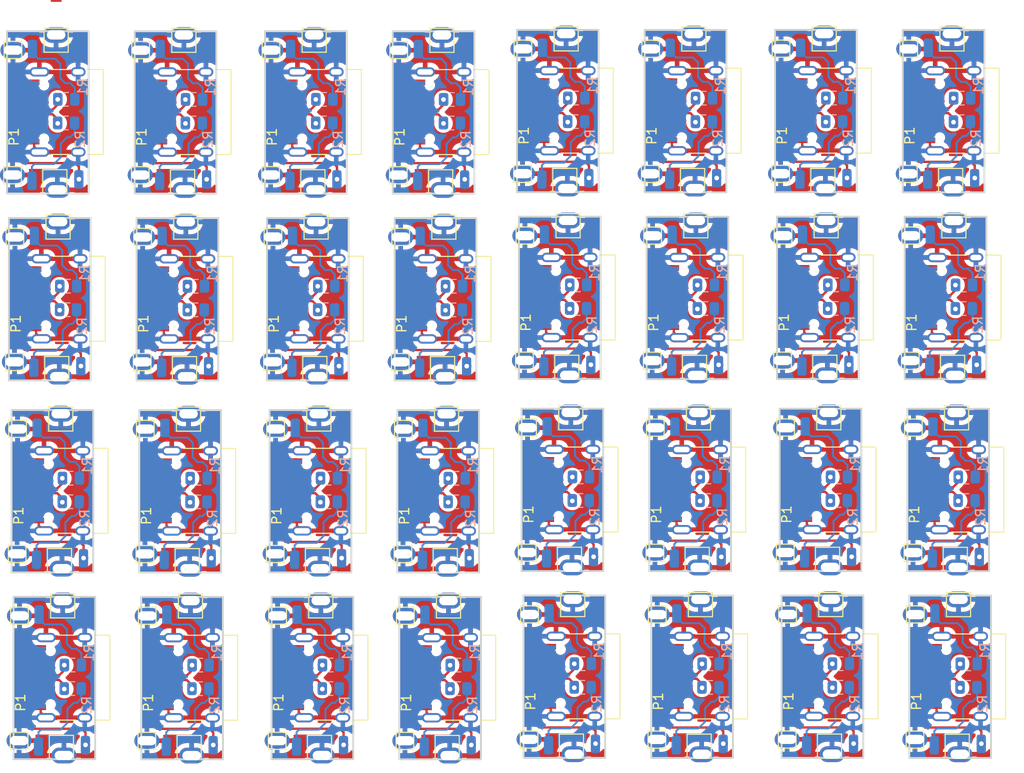
<source format=kicad_pcb>
(kicad_pcb (version 20221018) (generator pcbnew)
  (layers (0 "F.Cu" signal) (31 "B.Cu" signal) (34 "B.Paste" user) (35 "F.Paste" user) (36 "B.SilkS" user "B.Silkscreen") (37 "F.SilkS" user "F.Silkscreen") (38 "B.Mask" user) (39 "F.Mask" user) (44 "Edge.Cuts" user))
  (net 0 "")
  (net 1 "Net-(P1-D-)")
  (net 2 "D-")
  (net 3 "Net-(P1-D+)")
  (net 4 "D+")
  (net 5 "GND")
  (net 6 "+5V")
  (footprint "Connector_Pin:Pin_D1.1mm_L8.5mm_W2.5mm_FlatFork" (layer "F.Cu") (at 56.7 58.37 90)
    (fp_text reference "REF**" hide)
    (fp_text value "Pin_D1.1mm_L8.5mm_W2.5mm_FlatFork" hide)
  )
  (footprint "Connector_Pin:Pin_D1.1mm_L8.5mm_W2.5mm_FlatFork" (layer "F.Cu") (at 139.65 94.19 90)
    (fp_text reference "REF**" hide)
    (fp_text value "Pin_D1.1mm_L8.5mm_W2.5mm_FlatFork" hide)
  )
  (footprint "Connector_Pin:Pin_D1.1mm_L8.5mm_W2.5mm_FlatFork" (layer "F.Cu") (at 70.62 94.34 90)
    (fp_text reference "REF**" hide)
    (fp_text value "Pin_D1.1mm_L8.5mm_W2.5mm_FlatFork" hide)
  )
  (footprint "Connector_Wire:SolderWirePad_1x01_SMD_1x2mm" (layer "F.Cu") (at 156.22 114.09)
    (fp_text reference "REF**" hide)
    (fp_text value "SolderWirePad_1x01_SMD_1x2mm" hide)
  )
  (footprint "Connector_Wire:SolderWirePad_1x01_SMD_1x2mm" (layer "F.Cu") (at 137.45 100.02 180)
    (fp_text reference "REF**" hide)
    (fp_text value "D-")
  )
  (footprint "Connector_Wire:SolderWirePad_1x01_SMD_1x2mm" (layer "F.Cu") (at 137.24 79.88 180)
    (fp_text reference "REF**" hide)
    (fp_text value "D-")
  )
  (footprint "Connector_USB:USB_C_Receptacle_XKB_U262-16XN-4BVC11" (layer "F.Cu") (at 71.77 66.12 90)
    (fp_text reference "P1")
    (fp_text value "USB_C_Plug")
  )
  (footprint "Connector_Wire:SolderWirePad_1x01_SMD_1x2mm" (layer "F.Cu") (at 122.69 39.05 180)
    (fp_text reference "REF**" hide)
    (fp_text value "D-")
  )
  (footprint "Connector_Wire:SolderWirePad_1x01_SMD_1x2mm" (layer "F.Cu") (at 95.47 53.4 180)
    (fp_text reference "REF**" hide)
    (fp_text value "D+")
  )
  (footprint "Connector_Wire:SolderWirePad_1x01_SMD_1x2mm" (layer "F.Cu") (at 122.63 53.26 180)
    (fp_text reference "REF**" hide)
    (fp_text value "D+")
  )
  (footprint "Connector_Pin:Pin_D0.7mm_L6.5mm_W1.8mm_FlatFork" (layer "F.Cu") (at 148.615 59.27 90)
    (fp_text reference "REF**" hide)
    (fp_text value "Pin_D0.7mm_L6.5mm_W1.8mm_FlatFork" hide)
  )
  (footprint "Connector_Pin:Pin_D1.1mm_L8.5mm_W2.5mm_FlatFork" (layer "F.Cu") (at 111.47 38.09 90)
    (fp_text reference "REF**" hide)
    (fp_text value "Pin_D1.1mm_L8.5mm_W2.5mm_FlatFork" hide)
  )
  (footprint "Connector_Pin:Pin_D0.7mm_L6.5mm_W1.8mm_FlatFork" (layer "F.Cu") (at 121.085 79.97 90)
    (fp_text reference "REF**" hide)
    (fp_text value "Pin_D0.7mm_L6.5mm_W1.8mm_FlatFork" hide)
  )
  (footprint "Connector_Pin:Pin_D1.1mm_L8.5mm_W2.5mm_FlatFork" (layer "F.Cu") (at 84.81 79.07 90)
    (fp_text reference "REF**" hide)
    (fp_text value "Pin_D1.1mm_L8.5mm_W2.5mm_FlatFork" hide)
  )
  (footprint "Connector_Wire:SolderWirePad_1x01_SMD_1x2mm" (layer "F.Cu") (at 151.22 100.03 180)
    (fp_text reference "REF**" hide)
    (fp_text value "D-")
  )
  (footprint "Connector_Wire:SolderWirePad_1x01_SMD_1x2mm" (layer "F.Cu") (at 54.09 73.53 180)
    (fp_text reference "REF**" hide)
    (fp_text value "D+")
  )
  (footprint "Connector_Pin:Pin_D1.1mm_L8.5mm_W2.5mm_FlatFork" (layer "F.Cu") (at 70.26 38.24 90)
    (fp_text reference "REF**" hide)
    (fp_text value "Pin_D1.1mm_L8.5mm_W2.5mm_FlatFork" hide)
  )
  (footprint "Connector_Pin:Pin_D0.7mm_L6.5mm_W1.8mm_FlatFork" (layer "F.Cu") (at 107.025 59.26 90)
    (fp_text reference "REF**" hide)
    (fp_text value "Pin_D0.7mm_L6.5mm_W1.8mm_FlatFork" hide)
  )
  (footprint "Connector_Wire:SolderWirePad_1x01_SMD_1x2mm" (layer "F.Cu") (at 109.63 100.02 180)
    (fp_text reference "REF**" hide)
    (fp_text value "D-")
  )
  (footprint "Connector_Wire:SolderWirePad_1x01_SMD_1x2mm" (layer "F.Cu") (at 68.15 94.24 180)
    (fp_text reference "REF**" hide)
    (fp_text value "D+")
  )
  (footprint "Connector_Wire:SolderWirePad_1x01_SMD_1x2mm" (layer "F.Cu") (at 73.42 114.23)
    (fp_text reference "REF**" hide)
    (fp_text value "SolderWirePad_1x01_SMD_1x2mm" hide)
  )
  (footprint "Connector_Wire:SolderWirePad_1x01_SMD_1x2mm" (layer "F.Cu") (at 72.92 73.39)
    (fp_text reference "REF**" hide)
    (fp_text value "SolderWirePad_1x01_SMD_1x2mm" hide)
  )
  (footprint "Connector_Pin:Pin_D0.7mm_L6.5mm_W1.8mm_FlatFork" (layer "F.Cu") (at 93.425 39.27 90)
    (fp_text reference "REF**" hide)
    (fp_text value "Pin_D0.7mm_L6.5mm_W1.8mm_FlatFork" hide)
  )
  (footprint "Connector_Pin:Pin_D1.1mm_L8.5mm_W2.5mm_FlatFork" (layer "F.Cu") (at 84.17 53.49 90)
    (fp_text reference "REF**" hide)
    (fp_text value "Pin_D1.1mm_L8.5mm_W2.5mm_FlatFork" hide)
  )
  (footprint "Connector_Pin:Pin_D1.1mm_L8.5mm_W2.5mm_FlatFork" (layer "F.Cu") (at 97.94 53.5 90)
    (fp_text reference "REF**" hide)
    (fp_text value "Pin_D1.1mm_L8.5mm_W2.5mm_FlatFork" hide)
  )
  (footprint "Connector_Pin:Pin_D0.7mm_L6.5mm_W1.8mm_FlatFork" (layer "F.Cu") (at 66.105 80.11 90)
    (fp_text reference "REF**" hide)
    (fp_text value "Pin_D0.7mm_L6.5mm_W1.8mm_FlatFork" hide)
  )
  (footprint "Connector_Wire:SolderWirePad_1x01_SMD_1x2mm" (layer "F.Cu") (at 67.71 39.19 180)
    (fp_text reference "REF**" hide)
    (fp_text value "D-")
  )
  (footprint "Connector_Pin:Pin_D1.1mm_L8.5mm_W2.5mm_FlatFork" (layer "F.Cu") (at 98.65 114.48 90)
    (fp_text reference "REF**" hide)
    (fp_text value "Pin_D1.1mm_L8.5mm_W2.5mm_FlatFork" hide)
  )
  (footprint "Connector_Pin:Pin_D0.7mm_L6.5mm_W1.8mm_FlatFork" (layer "F.Cu") (at 135.09 93.46 90)
    (fp_text reference "REF**" hide)
    (fp_text value "Pin_D0.7mm_L6.5mm_W1.8mm_FlatFork" hide)
  )
  (footprint "Connector_Pin:Pin_D1.1mm_L8.5mm_W2.5mm_FlatFork" (layer "F.Cu") (at 125.45 58.24 90)
    (fp_text reference "REF**" hide)
    (fp_text value "Pin_D1.1mm_L8.5mm_W2.5mm_FlatFork" hide)
  )
  (footprint "Connector_Pin:Pin_D0.7mm_L6.5mm_W1.8mm_FlatFork" (layer "F.Cu") (at 52.5 113.74 90)
    (fp_text reference "REF**" hide)
    (fp_text value "Pin_D0.7mm_L6.5mm_W1.8mm_FlatFork" hide)
  )
  (footprint "Connector_Wire:SolderWirePad_1x01_SMD_1x2mm" (layer "F.Cu") (at 53.94 39.18 180)
    (fp_text reference "REF**" hide)
    (fp_text value "D-")
  )
  (footprint "Connector_Pin:Pin_D1.1mm_L8.5mm_W2.5mm_FlatFork" (layer "F.Cu") (at 70.47 58.38 90)
    (fp_text reference "REF**" hide)
    (fp_text value "Pin_D1.1mm_L8.5mm_W2.5mm_FlatFork" hide)
  )
  (footprint "Connector_Pin:Pin_D0.7mm_L6.5mm_W1.8mm_FlatFork" (layer "F.Cu") (at 66.315 100.25 90)
    (fp_text reference "REF**" hide)
    (fp_text value "Pin_D0.7mm_L6.5mm_W1.8mm_FlatFork" hide)
  )
  (footprint "Connector_Pin:Pin_D0.7mm_L6.5mm_W1.8mm_FlatFork" (layer "F.Cu") (at 106.98 72.76 90)
    (fp_text reference "REF**" hide)
    (fp_text value "Pin_D0.7mm_L6.5mm_W1.8mm_FlatFork" hide)
  )
  (footprint "Connector_USB:USB_C_Receptacle_XKB_U262-16XN-4BVC11" (layer "F.Cu") (at 99.88 86.82 90)
    (fp_text reference "P1")
    (fp_text value "USB_C_Plug")
  )
  (footprint "Connector_USB:USB_C_Receptacle_XKB_U262-16XN-4BVC11" (layer "F.Cu") (at 71.56 45.98 90)
    (fp_text reference "P1")
    (fp_text value "USB_C_Plug")
  )
  (footprint "Connector_Wire:SolderWirePad_1x01_SMD_1x2mm" (layer "F.Cu") (at 141.74 53.1)
    (fp_text reference "REF**" hide)
    (fp_text value "SolderWirePad_1x01_SMD_1x2mm" hide)
  )
  (footprint "Connector_Wire:SolderWirePad_1x01_SMD_1x2mm" (layer "F.Cu") (at 68.21 80.03 180)
    (fp_text reference "REF**" hide)
    (fp_text value "D-")
  )
  (footprint "Connector_Pin:Pin_D0.7mm_L6.5mm_W1.8mm_FlatFork" (layer "F.Cu") (at 65.56 52.77 90)
    (fp_text reference "REF**" hide)
    (fp_text value "Pin_D0.7mm_L6.5mm_W1.8mm_FlatFork" hide)
  )
  (footprint "Connector_Pin:Pin_D1.1mm_L8.5mm_W2.5mm_FlatFork" (layer "F.Cu") (at 125.31 73.5 90)
    (fp_text reference "REF**" hide)
    (fp_text value "Pin_D1.1mm_L8.5mm_W2.5mm_FlatFork" hide)
  )
  (footprint "Connector_Pin:Pin_D0.7mm_L6.5mm_W1.8mm_FlatFork" (layer "F.Cu") (at 80.155 80.1 90)
    (fp_text reference "REF**" hide)
    (fp_text value "Pin_D0.7mm_L6.5mm_W1.8mm_FlatFork" hide)
  )
  (footprint "Connector_Pin:Pin_D1.1mm_L8.5mm_W2.5mm_FlatFork" (layer "F.Cu") (at 111.54 73.49 90)
    (fp_text reference "REF**" hide)
    (fp_text value "Pin_D1.1mm_L8.5mm_W2.5mm_FlatFork" hide)
  )
  (footprint "Connector_Pin:Pin_D1.1mm_L8.5mm_W2.5mm_FlatFork" (layer "F.Cu") (at 111.83 94.19 90)
    (fp_text reference "REF**" hide)
    (fp_text value "Pin_D1.1mm_L8.5mm_W2.5mm_FlatFork" hide)
  )
  (footprint "Connector_Pin:Pin_D0.7mm_L6.5mm_W1.8mm_FlatFork" (layer "F.Cu") (at 107.27 93.46 90)
    (fp_text reference "REF**" hide)
    (fp_text value "Pin_D0.7mm_L6.5mm_W1.8mm_FlatFork" hide)
  )
  (footprint "Connector_Pin:Pin_D0.7mm_L6.5mm_W1.8mm_FlatFork" (layer "F.Cu") (at 134.635 39.12 90)
    (fp_text reference "REF**" hide)
    (fp_text value "Pin_D0.7mm_L6.5mm_W1.8mm_FlatFork" hide)
  )
  (footprint "Connector_Wire:SolderWirePad_1x01_SMD_1x2mm" (layer "F.Cu") (at 95.74 59.33 180)
    (fp_text reference "REF**" hide)
    (fp_text value "D-")
  )
  (footprint "Connector_Pin:Pin_D1.1mm_L8.5mm_W2.5mm_FlatFork" (layer "F.Cu") (at 139.15 53.35 90)
    (fp_text reference "REF**" hide)
    (fp_text value "Pin_D1.1mm_L8.5mm_W2.5mm_FlatFork" hide)
  )
  (footprint "Connector_Pin:Pin_D1.1mm_L8.5mm_W2.5mm_FlatFork" (layer "F.Cu") (at 139.29 38.09 90)
    (fp_text reference "REF**" hide)
    (fp_text value "Pin_D1.1mm_L8.5mm_W2.5mm_FlatFork" hide)
  )
  (footprint "Connector_Wire:SolderWirePad_1x01_SMD_1x2mm" (layer "F.Cu") (at 151.01 79.89 180)
    (fp_text reference "REF**" hide)
    (fp_text value "D-")
  )
  (footprint "Connector_Wire:SolderWirePad_1x01_SMD_1x2mm" (layer "F.Cu") (at 68.42 100.17 180)
    (fp_text reference "REF**" hide)
    (fp_text value "D-")
  )
  (footprint "Connector_Pin:Pin_D1.1mm_L8.5mm_W2.5mm_FlatFork" (layer "F.Cu") (at 125.81 114.34 90)
    (fp_text reference "REF**" hide)
    (fp_text value "Pin_D1.1mm_L8.5mm_W2.5mm_FlatFork" hide)
  )
  (footprint "Connector_Pin:Pin_D1.1mm_L8.5mm_W2.5mm_FlatFork" (layer "F.Cu") (at 140 99.07 90)
    (fp_text reference "REF**" hide)
    (fp_text value "Pin_D1.1mm_L8.5mm_W2.5mm_FlatFork" hide)
  )
  (footprint "Connector_USB:USB_C_Receptacle_XKB_U262-16XN-4BVC11" (layer "F.Cu") (at 58.29 86.81 90)
    (fp_text reference "P1")
    (fp_text value "USB_C_Plug")
  )
  (footprint "Connector_USB:USB_C_Receptacle_XKB_U262-16XN-4BVC11" (layer "F.Cu") (at 126.75 65.98 90)
    (fp_text reference "P1")
    (fp_text value "USB_C_Plug")
  )
  (footprint "Connector_Wire:SolderWirePad_1x01_SMD_1x2mm" (layer "F.Cu") (at 114.63 114.08)
    (fp_text reference "REF**" hide)
    (fp_text value "SolderWirePad_1x01_SMD_1x2mm" hide)
  )
  (footprint "Connector_Wire:SolderWirePad_1x01_SMD_1x2mm" (layer "F.Cu") (at 101.03 94.09)
    (fp_text reference "REF**" hide)
    (fp_text value "SolderWirePad_1x01_SMD_1x2mm" hide)
  )
  (footprint "Connector_Pin:Pin_D0.7mm_L6.5mm_W1.8mm_FlatFork" (layer "F.Cu") (at 93.59 72.91 90)
    (fp_text reference "REF**" hide)
    (fp_text value "Pin_D0.7mm_L6.5mm_W1.8mm_FlatFork" hide)
  )
  (footprint "Connector_Wire:SolderWirePad_1x01_SMD_1x2mm" (layer "F.Cu") (at 53.88 53.39 180)
    (fp_text reference "REF**" hide)
    (fp_text value "D+")
  )
  (footprint "Connector_Pin:Pin_D1.1mm_L8.5mm_W2.5mm_FlatFork" (layer "F.Cu") (at 125.74 78.94 90)
    (fp_text reference "REF**" hide)
    (fp_text value "Pin_D1.1mm_L8.5mm_W2.5mm_FlatFork" hide)
  )
  (footprint "Connector_Wire:SolderWirePad_1x01_SMD_1x2mm" (layer "F.Cu") (at 155.72 73.25)
    (fp_text reference "REF**" hide)
    (fp_text value "SolderWirePad_1x01_SMD_1x2mm" hide)
  )
  (footprint "Connector_Wire:SolderWirePad_1x01_SMD_1x2mm" (layer "F.Cu") (at 150.72 59.19 180)
    (fp_text reference "REF**" hide)
    (fp_text value "D-")
  )
  (footprint "Connector_USB:USB_C_Receptacle_XKB_U262-16XN-4BVC11" (layer "F.Cu") (at 140.59 45.83 90)
    (fp_text reference "P1")
    (fp_text value "USB_C_Plug")
  )
  (footprint "Connector_Pin:Pin_D1.1mm_L8.5mm_W2.5mm_FlatFork" (layer "F.Cu") (at 84.31 38.23 90)
    (fp_text reference "REF**" hide)
    (fp_text value "Pin_D1.1mm_L8.5mm_W2.5mm_FlatFork" hide)
  )
  (footprint "Connector_Pin:Pin_D0.7mm_L6.5mm_W1.8mm_FlatFork" (layer "F.Cu") (at 80.32 113.74 90)
    (fp_text reference "REF**" hide)
    (fp_text value "Pin_D0.7mm_L6.5mm_W1.8mm_FlatFork" hide)
  )
  (footprint "Connector_USB:USB_C_Receptacle_XKB_U262-16XN-4BVC11" (layer "F.Cu") (at 154.36 45.84 90)
    (fp_text reference "P1")
    (fp_text value "USB_C_Plug")
  )
  (footprint "Connector_Wire:SolderWirePad_1x01_SMD_1x2mm" (layer "F.Cu") (at 109.57 114.23 180)
    (fp_text reference "REF**" hide)
    (fp_text value "D+")
  )
  (footprint "Connector_Pin:Pin_D0.7mm_L6.5mm_W1.8mm_FlatFork" (layer "F.Cu") (at 135.345 100.1 90)
    (fp_text reference "REF**" hide)
    (fp_text value "Pin_D0.7mm_L6.5mm_W1.8mm_FlatFork" hide)
  )
  (footprint "Connector_USB:USB_C_Receptacle_XKB_U262-16XN-4BVC11" (layer "F.Cu") (at 58.5 106.95 90)
    (fp_text reference "P1")
    (fp_text value "USB_C_Plug")
  )
  (footprint "Connector_Wire:SolderWirePad_1x01_SMD_1x2mm" (layer "F.Cu") (at 141.95 73.24)
    (fp_text reference "REF**" hide)
    (fp_text value "SolderWirePad_1x01_SMD_1x2mm" hide)
  )
  (footprint "Connector_Pin:Pin_D1.1mm_L8.5mm_W2.5mm_FlatFork" (layer "F.Cu") (at 84.67 94.33 90)
    (fp_text reference "REF**" hide)
    (fp_text value "Pin_D1.1mm_L8.5mm_W2.5mm_FlatFork" hide)
  )
  (footprint "Connector_Wire:SolderWirePad_1x01_SMD_1x2mm" (layer "F.Cu") (at 142.24 93.94)
    (fp_text reference "REF**" hide)
    (fp_text value "SolderWirePad_1x01_SMD_1x2mm" hide)
  )
  (footprint "Connector_Wire:SolderWirePad_1x01_SMD_1x2mm" (layer "F.Cu") (at 156.01 93.95)
    (fp_text reference "REF**" hide)
    (fp_text value "SolderWirePad_1x01_SMD_1x2mm" hide)
  )
  (footprint "Connector_Pin:Pin_D1.1mm_L8.5mm_W2.5mm_FlatFork" (layer "F.Cu") (at 70.97 99.22 90)
    (fp_text reference "REF**" hide)
    (fp_text value "Pin_D1.1mm_L8.5mm_W2.5mm_FlatFork" hide)
  )
  (footprint "Connector_USB:USB_C_Receptacle_XKB_U262-16XN-4BVC11" (layer "F.Cu") (at 57.79 45.97 90)
    (fp_text reference "P1")
    (fp_text value "USB_C_Plug")
  )
  (footprint "Connector_Wire:SolderWirePad_1x01_SMD_1x2mm" (layer "F.Cu") (at 54.38 94.23 180)
    (fp_text reference "REF**" hide)
    (fp_text value "D+")
  )
  (footprint "Connector_Pin:Pin_D0.7mm_L6.5mm_W1.8mm_FlatFork" (layer "F.Cu") (at 107.315 79.96 90)
    (fp_text reference "REF**" hide)
    (fp_text value "Pin_D0.7mm_L6.5mm_W1.8mm_FlatFork" hide)
  )
  (footprint "Connector_Wire:SolderWirePad_1x01_SMD_1x2mm" (layer "F.Cu") (at 136.95 59.18 180)
    (fp_text reference "REF**" hide)
    (fp_text value "D-")
  )
  (footprint "Connector_Pin:Pin_D1.1mm_L8.5mm_W2.5mm_FlatFork" (layer "F.Cu") (at 125.6 94.2 90)
    (fp_text reference "REF**" hide)
    (fp_text value "Pin_D1.1mm_L8.5mm_W2.5mm_FlatFork" hide)
  )
  (footprint "Connector_USB:USB_C_Receptacle_XKB_U262-16XN-4BVC11" (layer "F.Cu") (at 72.27 106.96 90)
    (fp_text reference "P1")
    (fp_text value "USB_C_Plug")
  )
  (footprint "Connector_Pin:Pin_D0.7mm_L6.5mm_W1.8mm_FlatFork" (layer "F.Cu") (at 135.135 79.96 90)
    (fp_text reference "REF**" hide)
    (fp_text value "Pin_D0.7mm_L6.5mm_W1.8mm_FlatFork" hide)
  )
  (footprint "Connector_Wire:SolderWirePad_1x01_SMD_1x2mm" (layer "F.Cu") (at 96.24 100.17 180)
    (fp_text reference "REF**" hide)
    (fp_text value "D-")
  )
  (footprint "Connector_Wire:SolderWirePad_1x01_SMD_1x2mm" (layer "F.Cu") (at 101.24 114.23)
    (fp_text reference "REF**" hide)
    (fp_text value "SolderWirePad_1x01_SMD_1x2mm" hide)
  )
  (footprint "Connector_Pin:Pin_D0.7mm_L6.5mm_W1.8mm_FlatFork" (layer "F.Cu") (at 94.135 100.25 90)
    (fp_text reference "REF**" hide)
    (fp_text value "Pin_D0.7mm_L6.5mm_W1.8mm_FlatFork" hide)
  )
  (footprint "Connector_Pin:Pin_D0.7mm_L6.5mm_W1.8mm_FlatFork" (layer "F.Cu") (at 148.86 93.47 90)
    (fp_text reference "REF**" hide)
    (fp_text value "Pin_D0.7mm_L6.5mm_W1.8mm_FlatFork" hide)
  )
  (footprint "Connector_Pin:Pin_D0.7mm_L6.5mm_W1.8mm_FlatFork" (layer "F.Cu") (at 93.38 52.77 90)
    (fp_text reference "REF**" hide)
    (fp_text value "Pin_D0.7mm_L6.5mm_W1.8mm_FlatFork" hide)
  )
  (footprint "Connector_Pin:Pin_D1.1mm_L8.5mm_W2.5mm_FlatFork" (layer "F.Cu") (at 153.56 78.94 90)
    (fp_text reference "REF**" hide)
    (fp_text value "Pin_D1.1mm_L8.5mm_W2.5mm_FlatFork" hide)
  )
  (footprint "Connector_Pin:Pin_D0.7mm_L6.5mm_W1.8mm_FlatFork" (layer "F.Cu") (at 79.865 59.4 90)
    (fp_text reference "REF**" hide)
    (fp_text value "Pin_D0.7mm_L6.5mm_W1.8mm_FlatFork" hide)
  )
  (footprint "Connector_Pin:Pin_D1.1mm_L8.5mm_W2.5mm_FlatFork" (layer "F.Cu") (at 98.44 94.34 90)
    (fp_text reference "REF**" hide)
    (fp_text value "Pin_D1.1mm_L8.5mm_W2.5mm_FlatFork" hide)
  )
  (footprint "Connector_Pin:Pin_D1.1mm_L8.5mm_W2.5mm_FlatFork" (layer "F.Cu") (at 139.5 58.23 90)
    (fp_text reference "REF**" hide)
    (fp_text value "Pin_D1.1mm_L8.5mm_W2.5mm_FlatFork" hide)
  )
  (footprint "Connector_Wire:SolderWirePad_1x01_SMD_1x2mm" (layer "F.Cu") (at 82.41 114.37 180)
    (fp_text reference "REF**" hide)
    (fp_text value "D+")
  )
  (footprint "Connector_Pin:Pin_D1.1mm_L8.5mm_W2.5mm_FlatFork" (layer "F.Cu") (at 153.63 114.34 90)
    (fp_text reference "REF**" hide)
    (fp_text value "Pin_D1.1mm_L8.5mm_W2.5mm_FlatFork" hide)
  )
  (footprint "Connector_Wire:SolderWirePad_1x01_SMD_1x2mm" (layer "F.Cu") (at 67.86 73.54 180)
    (fp_text reference "REF**" hide)
    (fp_text value "D+")
  )
  (footprint "Connector_USB:USB_C_Receptacle_XKB_U262-16XN-4BVC11" (layer "F.Cu") (at 86.11 86.81 90)
    (fp_text reference "P1")
    (fp_text value "USB_C_Plug")
  )
  (footprint "Connector_Wire:SolderWirePad_1x01_SMD_1x2mm" (layer "F.Cu") (at 54.65 100.16 180)
    (fp_text reference "REF**" hide)
    (fp_text value "D-")
  )
  (footprint "Connector_Pin:Pin_D0.7mm_L6.5mm_W1.8mm_FlatFork" (layer "F.Cu") (at 106.815 39.12 90)
    (fp_text reference "REF**" hide)
    (fp_text value "Pin_D0.7mm_L6.5mm_W1.8mm_FlatFork" hide)
  )
  (footprint "Connector_Pin:Pin_D1.1mm_L8.5mm_W2.5mm_FlatFork" (layer "F.Cu") (at 153.77 99.08 90)
    (fp_text reference "REF**" hide)
    (fp_text value "Pin_D1.1mm_L8.5mm_W2.5mm_FlatFork" hide)
  )
  (footprint "Connector_Wire:SolderWirePad_1x01_SMD_1x2mm" (layer "F.Cu") (at 96.18 114.38 180)
    (fp_text reference "REF**" hide)
    (fp_text value "D+")
  )
  (footprint "Connector_USB:USB_C_Receptacle_XKB_U262-16XN-4BVC11" (layer "F.Cu") (at 58 66.11 90)
    (fp_text reference "P1")
    (fp_text value "USB_C_Plug")
  )
  (footprint "Connector_Pin:Pin_D0.7mm_L6.5mm_W1.8mm_FlatFork" (layer "F.Cu") (at 93.925 80.11 90)
    (fp_text reference "REF**" hide)
    (fp_text value "Pin_D0.7mm_L6.5mm_W1.8mm_FlatFork" hide)
  )
  (footprint "Connector_Wire:SolderWirePad_1x01_SMD_1x2mm" (layer "F.Cu") (at 123.19 79.89 180)
    (fp_text reference "REF**" hide)
    (fp_text value "D-")
  )
  (footprint "Connector_Wire:SolderWirePad_1x01_SMD_1x2mm" (layer "F.Cu") (at 122.9 59.19 180)
    (fp_text reference "REF**" hide)
    (fp_text value "D-")
  )
  (footprint "Connector_Wire:SolderWirePad_1x01_SMD_1x2mm" (layer "F.Cu") (at 151.16 114.24 180)
    (fp_text reference "REF**" hide)
    (fp_text value "D+")
  )
  (footprint "Connector_Pin:Pin_D1.1mm_L8.5mm_W2.5mm_FlatFork" (layer "F.Cu") (at 153.13 73.5 90)
    (fp_text reference "REF**" hide)
    (fp_text value "Pin_D1.1mm_L8.5mm_W2.5mm_FlatFork" hide)
  )
  (footprint "Connector_Pin:Pin_D1.1mm_L8.5mm_W2.5mm_FlatFork" (layer "F.Cu") (at 139.79 78.93 90)
    (fp_text reference "REF**" hide)
    (fp_text value "Pin_D1.1mm_L8.5mm_W2.5mm_FlatFork" hide)
  )
  (footprint "Connector_Wire:SolderWirePad_1x01_SMD_1x2mm" (layer "F.Cu") (at 68.36 114.38 180)
    (fp_text reference "REF**" hide)
    (fp_text value "D+")
  )
  (footprint "Connector_USB:USB_C_Receptacle_XKB_U262-16XN-4BVC11" (layer "F.Cu") (at 140.8 65.97 90)
    (fp_text reference "P1")
    (fp_text value "USB_C_Plug")
  )
  (footprint "Connector_Pin:Pin_D0.7mm_L6.5mm_W1.8mm_FlatFork" (layer "F.Cu") (at 120.795 59.27 90)
    (fp_text reference "REF**" hide)
    (fp_text value "Pin_D0.7mm_L6.5mm_W1.8mm_FlatFork" hide)
  )
  (footprint "Connector_Pin:Pin_D1.1mm_L8.5mm_W2.5mm_FlatFork" (layer "F.Cu") (at 98.79 99.22 90)
    (fp_text reference "REF**" hide)
    (fp_text value "Pin_D1.1mm_L8.5mm_W2.5mm_FlatFork" hide)
  )
  (footprint "Connector_Pin:Pin_D0.7mm_L6.5mm_W1.8mm_FlatFork" (layer "F.Cu") (at 120.54 52.63 90)
    (fp_text reference "REF**" hide)
    (fp_text value "Pin_D0.7mm_L6.5mm_W1.8mm_FlatFork" hide)
  )
  (footprint "Connector_Wire:SolderWirePad_1x01_SMD_1x2mm" (layer "F.Cu") (at 87.26 94.08)
    (fp_text reference "REF**" hide)
    (fp_text value "SolderWirePad_1x01_SMD_1x2mm" hide)
  )
  (footprint "Connector_Wire:SolderWirePad_1x01_SMD_1x2mm" (layer "F.Cu") (at 73.21 94.09)
    (fp_text reference "REF**" hide)
    (fp_text value "SolderWirePad_1x01_SMD_1x2mm" hide)
  )
  (footprint "Connector_Pin:Pin_D0.7mm_L6.5mm_W1.8mm_FlatFork" (layer "F.Cu") (at 149.07 113.61 90)
    (fp_text reference "REF**" hide)
    (fp_text value "Pin_D0.7mm_L6.5mm_W1.8mm_FlatFork" hide)
  )
  (footprint "Connector_Pin:Pin_D0.7mm_L6.5mm_W1.8mm_FlatFork" (layer "F.Cu") (at 121.04 93.47 90)
    (fp_text reference "REF**" hide)
    (fp_text value "Pin_D0.7mm_L6.5mm_W1.8mm_FlatFork" hide)
  )
  (footprint "Connector_USB:USB_C_Receptacle_XKB_U262-16XN-4BVC11" (layer "F.Cu") (at 155.07 106.82 90)
    (fp_text reference "P1")
    (fp_text value "USB_C_Plug")
  )
  (footprint "Connector_Wire:SolderWirePad_1x01_SMD_1x2mm" (layer "F.Cu") (at 142.45 114.08)
    (fp_text reference "REF**" hide)
    (fp_text value "SolderWirePad_1x01_SMD_1x2mm" hide)
  )
  (footprint "Connector_Wire:SolderWirePad_1x01_SMD_1x2mm" (layer "F.Cu") (at 95.53 39.19 180)
    (fp_text reference "REF**" hide)
    (fp_text value "D-")
  )
  (footprint "Connector_Wire:SolderWirePad_1x01_SMD_1x2mm" (layer "F.Cu") (at 123.13 94.1 180)
    (fp_text reference "REF**" hide)
    (fp_text value "D+")
  )
  (footprint "Connector_USB:USB_C_Receptacle_XKB_U262-16XN-4BVC11" (layer "F.Cu") (at 112.98 65.97 90)
    (fp_text reference "P1")
    (fp_text value "USB_C_Plug")
  )
  (footprint "Connector_Pin:Pin_D0.7mm_L6.5mm_W1.8mm_FlatFork" (layer "F.Cu") (at 94.09 113.75 90)
    (fp_text reference "REF**" hide)
    (fp_text value "Pin_D0.7mm_L6.5mm_W1.8mm_FlatFork" hide)
  )
  (footprint "Connector_Wire:SolderWirePad_1x01_SMD_1x2mm" (layer "F.Cu") (at 155.51 53.11)
    (fp_text reference "REF**" hide)
    (fp_text value "SolderWirePad_1x01_SMD_1x2mm" hide)
  )
  (footprint "Connector_Wire:SolderWirePad_1x01_SMD_1x2mm" (layer "F.Cu") (at 96.03 80.03 180)
    (fp_text reference "REF**" hide)
    (fp_text value "D-")
  )
  (footprint "Connector_Wire:SolderWirePad_1x01_SMD_1x2mm" (layer "F.Cu") (at 108.86 53.25 180)
    (fp_text reference "REF**" hide)
    (fp_text value "D+")
  )
  (footprint "Connector_Pin:Pin_D1.1mm_L8.5mm_W2.5mm_FlatFork" (layer "F.Cu") (at 98.29 58.38 90)
    (fp_text reference "REF**" hide)
    (fp_text value "Pin_D1.1mm_L8.5mm_W2.5mm_FlatFork" hide)
  )
  (footprint "Connector_Wire:SolderWirePad_1x01_SMD_1x2mm" (layer "F.Cu") (at 58.94 53.24)
    (fp_text reference "REF**" hide)
    (fp_text value "SolderWirePad_1x01_SMD_1x2mm" hide)
  )
  (footprint "Connector_Wire:SolderWirePad_1x01_SMD_1x2mm" (layer "F.Cu") (at 100.53 53.25)
    (fp_text reference "REF**" hide)
    (fp_text value "SolderWirePad_1x01_SMD_1x2mm" hide)
  )
  (footprint "Connector_Pin:Pin_D0.7mm_L6.5mm_W1.8mm_FlatFork" (layer "F.Cu") (at 65.605 39.27 90)
    (fp_text reference "REF**" hide)
    (fp_text value "Pin_D0.7mm_L6.5mm_W1.8mm_FlatFork" hide)
  )
  (footprint "Connector_USB:USB_C_Receptacle_XKB_U262-16XN-4BVC11" (layer "F.Cu") (at 112.77 45.83 90)
    (fp_text reference "P1")
    (fp_text value "USB_C_Plug")
  )
  (footprint "Connector_Pin:Pin_D0.7mm_L6.5mm_W1.8mm_FlatFork" (layer "F.Cu") (at 52.045 59.4 90)
    (fp_text reference "REF**" hide)
    (fp_text value "Pin_D0.7mm_L6.5mm_W1.8mm_FlatFork" hide)
  )
  (footprint "Connector_Pin:Pin_D0.7mm_L6.5mm_W1.8mm_FlatFork" (layer "F.Cu") (at 120.585 39.13 90)
    (fp_text reference "REF**" hide)
    (fp_text value "Pin_D0.7mm_L6.5mm_W1.8mm_FlatFork" hide)
  )
  (footprint "Connector_Pin:Pin_D0.7mm_L6.5mm_W1.8mm_FlatFork" (layer "F.Cu") (at 79.655 39.26 90)
    (fp_text reference "REF**" hide)
    (fp_text value "Pin_D0.7mm_L6.5mm_W1.8mm_FlatFork" hide)
  )
  (footprint "Connector_Pin:Pin_D1.1mm_L8.5mm_W2.5mm_FlatFork" (layer "F.Cu") (at 125.95 99.08 90)
    (fp_text reference "REF**" hide)
    (fp_text value "Pin_D1.1mm_L8.5mm_W2.5mm_FlatFork" hide)
  )
  (footprint "Connector_Wire:SolderWirePad_1x01_SMD_1x2mm" (layer "F.Cu") (at 59.65 114.22)
    (fp_text reference "REF**" hide)
    (fp_text value "SolderWirePad_1x01_SMD_1x2mm" hide)
  )
  (footprint "Connector_Wire:SolderWirePad_1x01_SMD_1x2mm" (layer "F.Cu") (at 54.59 114.37 180)
    (fp_text reference "REF**" hide)
    (fp_text value "D+")
  )
  (footprint "Connector_Wire:SolderWirePad_1x01_SMD_1x2mm" (layer "F.Cu") (at 128.19 93.95)
    (fp_text reference "REF**" hide)
    (fp_text value "SolderWirePad_1x01_SMD_1x2mm" hide)
  )
  (footprint "Connector_Wire:SolderWirePad_1x01_SMD_1x2mm" (layer "F.Cu") (at 136.68 53.25 180)
    (fp_text reference "REF**" hide)
    (fp_text value "D+")
  )
  (footprint "Connector_Pin:Pin_D0.7mm_L6.5mm_W1.8mm_FlatFork" (layer "F.Cu") (at 52 72.9 90)
    (fp_text reference "REF**" hide)
    (fp_text value "Pin_D0.7mm_L6.5mm_W1.8mm_FlatFork" hide)
  )
  (footprint "Connector_Pin:Pin_D0.7mm_L6.5mm_W1.8mm_FlatFork" (layer "F.Cu") (at 66.06 93.61 90)
    (fp_text reference "REF**" hide)
    (fp_text value "Pin_D0.7mm_L6.5mm_W1.8mm_FlatFork" hide)
  )
  (footprint "Connector_Wire:SolderWirePad_1x01_SMD_1x2mm" (layer "F.Cu") (at 54.15 59.32 180)
    (fp_text reference "REF**" hide)
    (fp_text value "D-")
  )
  (footprint "Connector_USB:USB_C_Receptacle_XKB_U262-16XN-4BVC11" (layer "F.Cu") (at 72.06 86.82 90)
    (fp_text reference "P1")
    (fp_text value "USB_C_Plug")
  )
  (footprint "Connector_Pin:Pin_D1.1mm_L8.5mm_W2.5mm_FlatFork" (layer "F.Cu") (at 70.83 114.48 90)
    (fp_text reference "REF**" hide)
    (fp_text value "Pin_D1.1mm_L8.5mm_W2.5mm_FlatFork" hide)
  )
  (footprint "Connector_Wire:SolderWirePad_1x01_SMD_1x2mm" (layer "F.Cu") (at 82.2 94.23 180)
    (fp_text reference "REF**" hide)
    (fp_text value "D+")
  )
  (footprint "Connector_Wire:SolderWirePad_1x01_SMD_1x2mm" (layer "F.Cu") (at 137.18 94.09 180)
    (fp_text reference "REF**" hide)
    (fp_text value "D+")
  )
  (footprint "Connector_USB:USB_C_Receptacle_XKB_U262-16XN-4BVC11" (layer "F.Cu") (at 99.59 66.12 90)
    (fp_text reference "P1")
    (fp_text value "USB_C_Plug")
  )
  (footprint "Connector_USB:USB_C_Receptacle_XKB_U262-16XN-4BVC11" (layer "F.Cu") (at 113.27 86.67 90)
    (fp_text reference "P1")
    (fp_text value "USB_C_Plug")
  )
  (footprint "Connector_USB:USB_C_Receptacle_XKB_U262-16XN-4BVC11" (layer "F.Cu") (at 141.09 86.67 90)
    (fp_text reference "P1")
    (fp_text value "USB_C_Plug")
  )
  (footprint "Connector_Pin:Pin_D1.1mm_L8.5mm_W2.5mm_FlatFork" (layer "F.Cu") (at 85.02 99.21 90)
    (fp_text reference "REF**" hide)
    (fp_text value "Pin_D1.1mm_L8.5mm_W2.5mm_FlatFork" hide)
  )
  (footprint "Connector_Pin:Pin_D1.1mm_L8.5mm_W2.5mm_FlatFork" (layer "F.Cu") (at 139.86 114.33 90)
    (fp_text reference "REF**" hide)
    (fp_text value "Pin_D1.1mm_L8.5mm_W2.5mm_FlatFork" hide)
  )
  (footprint "Connector_Pin:Pin_D0.7mm_L6.5mm_W1.8mm_FlatFork" (layer "F.Cu") (at 134.845 59.26 90)
    (fp_text reference "REF**" hide)
    (fp_text value "Pin_D0.7mm_L6.5mm_W1.8mm_FlatFork" hide)
  )
  (footprint "Connector_Pin:Pin_D1.1mm_L8.5mm_W2.5mm_FlatFork" (layer "F.Cu") (at 153.27 58.24 90)
    (fp_text reference "REF**" hide)
    (fp_text value "Pin_D1.1mm_L8.5mm_W2.5mm_FlatFork" hide)
  )
  (footprint "Connector_Wire:SolderWirePad_1x01_SMD_1x2mm" (layer "F.Cu") (at 82.26 80.02 180)
    (fp_text reference "REF**" hide)
    (fp_text value "D-")
  )
  (footprint "Connector_Pin:Pin_D0.7mm_L6.5mm_W1.8mm_FlatFork" (layer "F.Cu") (at 80.365 100.24 90)
    (fp_text reference "REF**" hide)
    (fp_text value "Pin_D0.7mm_L6.5mm_W1.8mm_FlatFork" hide)
  )
  (footprint "Connector_Wire:SolderWirePad_1x01_SMD_1x2mm" (layer "F.Cu") (at 86.97 73.38)
    (fp_text reference "REF**" hide)
    (fp_text value "SolderWirePad_1x01_SMD_1x2mm" hide)
  )
  (footprint "Connector_Wire:SolderWirePad_1x01_SMD_1x2mm" (layer "F.Cu") (at 122.84 73.4 180)
    (fp_text reference "REF**" hide)
    (fp_text value "D+")
  )
  (footprint "Connector_Pin:Pin_D1.1mm_L8.5mm_W2.5mm_FlatFork" (layer "F.Cu") (at 57.06 114.47 90)
    (fp_text reference "REF**" hide)
    (fp_text value "Pin_D1.1mm_L8.5mm_W2.5mm_FlatFork" hide)
  )
  (footprint "Connector_Pin:Pin_D0.7mm_L6.5mm_W1.8mm_FlatFork" (layer "F.Cu") (at 148.405 39.13 90)
    (fp_text reference "REF**" hide)
    (fp_text value "Pin_D0.7mm_L6.5mm_W1.8mm_FlatFork" hide)
  )
  (footprint "Connector_Wire:SolderWirePad_1x01_SMD_1x2mm" (layer "F.Cu") (at 128.4 114.09)
    (fp_text reference "REF**" hide)
    (fp_text value "SolderWirePad_1x01_SMD_1x2mm" hide)
  )
  (footprint "Connector_USB:USB_C_Receptacle_XKB_U262-16XN-4BVC11" (layer "F.Cu") (at 85.61 45.97 90)
    (fp_text reference "P1")
    (fp_text value "USB_C_Plug")
  )
  (footprint "Connector_Wire:SolderWirePad_1x01_SMD_1x2mm" (layer "F.Cu") (at 59.15 73.38)
    (fp_text reference "REF**" hide)
    (fp_text value "SolderWirePad_1x01_SMD_1x2mm" hide)
  )
  (footprint "Connector_Pin:Pin_D0.7mm_L6.5mm_W1.8mm_FlatFork" (layer "F.Cu") (at 52.545 100.24 90)
    (fp_text reference "REF**" hide)
    (fp_text value "Pin_D0.7mm_L6.5mm_W1.8mm_FlatFork" hide)
  )
  (footprint "Connector_Wire:SolderWirePad_1x01_SMD_1x2mm" (layer "F.Cu") (at 54.44 80.02 180)
    (fp_text reference "REF**" hide)
    (fp_text value "D-")
  )
  (footprint "Connector_Pin:Pin_D1.1mm_L8.5mm_W2.5mm_FlatFork" (layer "F.Cu") (at 153.42 94.2 90)
    (fp_text reference "REF**" hide)
    (fp_text value "Pin_D1.1mm_L8.5mm_W2.5mm_FlatFork" hide)
  )
  (footprint "Connector_Pin:Pin_D0.7mm_L6.5mm_W1.8mm_FlatFork" (layer "F.Cu") (at 135.3 113.6 90)
    (fp_text reference "REF**" hide)
    (fp_text value "Pin_D0.7mm_L6.5mm_W1.8mm_FlatFork" hide)
  )
  (footprint "Connector_Wire:SolderWirePad_1x01_SMD_1x2mm" (layer "F.Cu") (at 81.97 59.32 180)
    (fp_text reference "REF**" hide)
    (fp_text value "D-")
  )
  (footprint "Connector_Wire:SolderWirePad_1x01_SMD_1x2mm" (layer "F.Cu") (at 150.45 53.26 180)
    (fp_text reference "REF**" hide)
    (fp_text value "D+")
  )
  (footprint "Connector_Pin:Pin_D0.7mm_L6.5mm_W1.8mm_FlatFork" (layer "F.Cu") (at 51.835 39.26 90)
    (fp_text reference "REF**" hide)
    (fp_text value "Pin_D0.7mm_L6.5mm_W1.8mm_FlatFork" hide)
  )
  (footprint "Connector_Pin:Pin_D1.1mm_L8.5mm_W2.5mm_FlatFork" (layer "F.Cu") (at 56.35 53.49 90)
    (fp_text reference "REF**" hide)
    (fp_text value "Pin_D1.1mm_L8.5mm_W2.5mm_FlatFork" hide)
  )
  (footprint "Connector_Wire:SolderWirePad_1x01_SMD_1x2mm" (layer "F.Cu") (at 136.74 39.04 180)
    (fp_text reference "REF**" hide)
    (fp_text value "D-")
  )
  (footprint "Connector_Wire:SolderWirePad_1x01_SMD_1x2mm" (layer "F.Cu") (at 109.42 79.88 180)
    (fp_text reference "REF**" hide)
    (fp_text value "D-")
  )
  (footprint "Connector_Pin:Pin_D0.7mm_L6.5mm_W1.8mm_FlatFork" (layer "F.Cu") (at 148.57 72.77 90)
    (fp_text reference "REF**" hide)
    (fp_text value "Pin_D0.7mm_L6.5mm_W1.8mm_FlatFork" hide)
  )
  (footprint "Connector_Pin:Pin_D1.1mm_L8.5mm_W2.5mm_FlatFork" (layer "F.Cu") (at 139.36 73.49 90)
    (fp_text reference "REF**" hide)
    (fp_text value "Pin_D1.1mm_L8.5mm_W2.5mm_FlatFork" hide)
  )
  (footprint "Connector_Wire:SolderWirePad_1x01_SMD_1x2mm" (layer "F.Cu") (at 114.13 73.24)
    (fp_text reference "REF**" hide)
    (fp_text value "SolderWirePad_1x01_SMD_1x2mm" hide)
  )
  (footprint "Connector_Pin:Pin_D0.7mm_L6.5mm_W1.8mm_FlatFork" (layer "F.Cu") (at 80.11 93.6 90)
    (fp_text reference "REF**" hide)
    (fp_text value "Pin_D0.7mm_L6.5mm_W1.8mm_FlatFork" hide)
  )
  (footprint "Connector_Pin:Pin_D0.7mm_L6.5mm_W1.8mm_FlatFork" (layer "F.Cu") (at 149.115 100.11 90)
    (fp_text reference "REF**" hide)
    (fp_text value "Pin_D0.7mm_L6.5mm_W1.8mm_FlatFork" hide)
  )
  (footprint "Connector_Wire:SolderWirePad_1x01_SMD_1x2mm" (layer "F.Cu") (at 136.89 73.39 180)
    (fp_text reference "REF**" hide)
    (fp_text value "D+")
  )
  (footprint "Connector_USB:USB_C_Receptacle_XKB_U262-16XN-4BVC11" (layer "F.Cu") (at 127.04 86.68 90)
    (fp_text reference "P1")
    (fp_text value "USB_C_Plug")
  )
  (footprint "Connector_Wire:SolderWirePad_1x01_SMD_1x2mm" (layer "F.Cu") (at 87.47 114.22)
    (fp_text reference "REF**" hide)
    (fp_text value "SolderWirePad_1x01_SMD_1x2mm" hide)
  )
  (footprint "Connector_Pin:Pin_D1.1mm_L8.5mm_W2.5mm_FlatFork" (layer "F.Cu") (at 112.04 114.33 90)
    (fp_text reference "REF**" hide)
    (fp_text value "Pin_D1.1mm_L8.5mm_W2.5mm_FlatFork" hide)
  )
  (footprint "Connector_Wire:SolderWirePad_1x01_SMD_1x2mm" (layer "F.Cu") (at 150.95 94.1 180)
    (fp_text reference "REF**" hide)
    (fp_text value "D+")
  )
  (footprint "Connector_Wire:SolderWirePad_1x01_SMD_1x2mm" (layer "F.Cu") (at 109.13 59.18 180)
    (fp_text reference "REF**" hide)
    (fp_text value "D-")
  )
  (footprint "Connector_Pin:Pin_D0.7mm_L6.5mm_W1.8mm_FlatFork" (layer "F.Cu") (at 79.61 52.76 90)
    (fp_text reference "REF**" hide)
    (fp_text value "Pin_D0.7mm_L6.5mm_W1.8mm_FlatFork" hide)
  )
  (footprint "Connector_Pin:Pin_D0.7mm_L6.5mm_W1.8mm_FlatFork" (layer "F.Cu") (at 134.59 52.62 90)
    (fp_text reference "REF**" hide)
    (fp_text value "Pin_D0.7mm_L6.5mm_W1.8mm_FlatFork" hide)
  )
  (footprint "Connector_Wire:SolderWirePad_1x01_SMD_1x2mm" (layer "F.Cu") (at 123.34 114.24 180)
    (fp_text reference "REF**" hide)
    (fp_text value "D+")
  )
  (footprint "Connector_Pin:Pin_D0.7mm_L6.5mm_W1.8mm_FlatFork" (layer "F.Cu") (at 121.295 100.11 90)
    (fp_text reference "REF**" hide)
    (fp_text value "Pin_D0.7mm_L6.5mm_W1.8mm_FlatFork" hide)
  )
  (footprint "Connector_Pin:Pin_D1.1mm_L8.5mm_W2.5mm_FlatFork" (layer "F.Cu") (at 84.88 114.47 90)
    (fp_text reference "REF**" hide)
    (fp_text value "Pin_D1.1mm_L8.5mm_W2.5mm_FlatFork" hide)
  )
  (footprint "Connector_Wire:SolderWirePad_1x01_SMD_1x2mm" (layer "F.Cu") (at 81.7 53.39 180)
    (fp_text reference "REF**" hide)
    (fp_text value "D+")
  )
  (footprint "Connector_Wire:SolderWirePad_1x01_SMD_1x2mm" (layer "F.Cu") (at 113.92 53.1)
    (fp_text reference "REF**" hide)
    (fp_text value "SolderWirePad_1x01_SMD_1x2mm" hide)
  )
  (footprint "Connector_Wire:SolderWirePad_1x01_SMD_1x2mm" (layer "F.Cu") (at 127.69 53.11)
    (fp_text reference "REF**" hide)
    (fp_text value "SolderWirePad_1x01_SMD_1x2mm" hide)
  )
  (footprint "Connector_USB:USB_C_Receptacle_XKB_U262-16XN-4BVC11" (layer "F.Cu") (at 86.32 106.95 90)
    (fp_text reference "P1")
    (fp_text value "USB_C_Plug")
  )
  (footprint "Connector_Pin:Pin_D1.1mm_L8.5mm_W2.5mm_FlatFork" (layer "F.Cu") (at 153.06 38.1 90)
    (fp_text reference "REF**" hide)
    (fp_text value "Pin_D1.1mm_L8.5mm_W2.5mm_FlatFork" hide)
  )
  (footprint "Connector_Pin:Pin_D0.7mm_L6.5mm_W1.8mm_FlatFork" (layer "F.Cu") (at 148.36 52.63 90)
    (fp_text reference "REF**" hide)
    (fp_text value "Pin_D0.7mm_L6.5mm_W1.8mm_FlatFork" hide)
  )
  (footprint "Connector_Wire:SolderWirePad_1x01_SMD_1x2mm" (layer "F.Cu") (at 137.39 114.23 180)
    (fp_text reference "REF**" hide)
    (fp_text value "D+")
  )
  (footprint "Connector_Wire:SolderWirePad_1x01_SMD_1x2mm" (layer "F.Cu") (at 127.9 73.25)
    (fp_text reference "REF**" hide)
    (fp_text value "SolderWirePad_1x01_SMD_1x2mm" hide)
  )
  (footprint "Connector_Pin:Pin_D1.1mm_L8.5mm_W2.5mm_FlatFork" (layer "F.Cu") (at 56.56 73.63 90)
    (fp_text reference "REF**" hide)
    (fp_text value "Pin_D1.1mm_L8.5mm_W2.5mm_FlatFork" hide)
  )
  (footprint "Connector_Pin:Pin_D0.7mm_L6.5mm_W1.8mm_FlatFork" (layer "F.Cu") (at 66.27 113.75 90)
    (fp_text reference "REF**" hide)
    (fp_text value "Pin_D0.7mm_L6.5mm_W1.8mm_FlatFork" hide)
  )
  (footprint "Connector_Pin:Pin_D1.1mm_L8.5mm_W2.5mm_FlatFork" (layer "F.Cu") (at 70.76 79.08 90)
    (fp_text reference "REF**" hide)
    (fp_text value "Pin_D1.1mm_L8.5mm_W2.5mm_FlatFork" hide)
  )
  (footprint "Connector_Pin:Pin_D1.1mm_L8.5mm_W2.5mm_FlatFork" (layer "F.Cu") (at 111.97 78.93 90)
    (fp_text reference "REF**" hide)
    (fp_text value "Pin_D1.1mm_L8.5mm_W2.5mm_FlatFork" hide)
  )
  (footprint "Connector_Pin:Pin_D1.1mm_L8.5mm_W2.5mm_FlatFork" (layer "F.Cu") (at 57.2 99.21 90)
    (fp_text reference "REF**" hide)
    (fp_text value "Pin_D1.1mm_L8.5mm_W2.5mm_FlatFork" hide)
  )
  (footprint "Connector_Wire:SolderWirePad_1x01_SMD_1x2mm" (layer "F.Cu") (at 150.51 39.05 180)
    (fp_text reference "REF**" hide)
    (fp_text value "D-")
  )
  (footprint "Connector_Pin:Pin_D0.7mm_L6.5mm_W1.8mm_FlatFork" (layer "F.Cu") (at 107.525 100.1 90)
    (fp_text reference "REF**" hide)
    (fp_text value "Pin_D0.7mm_L6.5mm_W1.8mm_FlatFork" hide)
  )
  (footprint "Connector_Pin:Pin_D0.7mm_L6.5mm_W1.8mm_FlatFork" (layer "F.Cu") (at 107.48 113.6 90)
    (fp_text reference "REF**" hide)
    (fp_text value "Pin_D0.7mm_L6.5mm_W1.8mm_FlatFork" hide)
  )
  (footprint "Connector_USB:USB_C_Receptacle_XKB_U262-16XN-4BVC11" (layer "F.Cu") (at 113.48 106.81 90)
    (fp_text reference "P1")
    (fp_text value "USB_C_Plug")
  )
  (footprint "Connector_Wire:SolderWirePad_1x01_SMD_1x2mm" (layer "F.Cu") (at 100.74 73.39)
    (fp_text reference "REF**" hide)
    (fp_text value "SolderWirePad_1x01_SMD_1x2mm" hide)
  )
  (footprint "Connector_Pin:Pin_D0.7mm_L6.5mm_W1.8mm_FlatFork" (layer "F.Cu") (at 121.25 113.61 90)
    (fp_text reference "REF**" hide)
    (fp_text value "Pin_D0.7mm_L6.5mm_W1.8mm_FlatFork" hide)
  )
  (footprint "Connector_Pin:Pin_D1.1mm_L8.5mm_W2.5mm_FlatFork" (layer "F.Cu") (at 125.24 38.1 90)
    (fp_text reference "REF**" hide)
    (fp_text value "Pin_D1.1mm_L8.5mm_W2.5mm_FlatFork" hide)
  )
  (footprint "Connector_Pin:Pin_D0.7mm_L6.5mm_W1.8mm_FlatFork" (layer "F.Cu") (at 51.79 52.76 90)
    (fp_text reference "REF**" hide)
    (fp_text value "Pin_D0.7mm_L6.5mm_W1.8mm_FlatFork" hide)
  )
  (footprint "Connector_Pin:Pin_D1.1mm_L8.5mm_W2.5mm_FlatFork" (layer "F.Cu") (at 152.92 53.36 90)
    (fp_text reference "REF**" hide)
    (fp_text value "Pin_D1.1mm_L8.5mm_W2.5mm_FlatFork" hide)
  )
  (footprint "Connector_Pin:Pin_D0.7mm_L6.5mm_W1.8mm_FlatFork" (layer "F.Cu") (at 106.77 52.62 90)
    (fp_text reference "REF**" hide)
    (fp_text value "Pin_D0.7mm_L6.5mm_W1.8mm_FlatFork" hide)
  )
  (footprint "Connector_Wire:SolderWirePad_1x01_SMD_1x2mm" (layer "F.Cu") (at 123.4 100.03 180)
    (fp_text reference "REF**" hide)
    (fp_text value "D-")
  )
  (footprint "Connector_Pin:Pin_D0.7mm_L6.5mm_W1.8mm_FlatFork" (layer "F.Cu") (at 52.29 93.6 90)
    (fp_text reference "REF**" hide)
    (fp_text value "Pin_D0.7mm_L6.5mm_W1.8mm_FlatFork" hide)
  )
  (footprint "Connector_Pin:Pin_D1.1mm_L8.5mm_W2.5mm_FlatFork" (layer "F.Cu") (at 56.85 94.33 90)
    (fp_text reference "REF**" hide)
    (fp_text value "Pin_D1.1mm_L8.5mm_W2.5mm_FlatFork" hide)
  )
  (footprint "Connector_Pin:Pin_D0.7mm_L6.5mm_W1.8mm_FlatFork" (layer "F.Cu") (at 79.82 72.9 90)
    (fp_text reference "REF**" hide)
    (fp_text value "Pin_D0.7mm_L6.5mm_W1.8mm_FlatFork" hide)
  )
  (footprint "Connector_USB:USB_C_Receptacle_XKB_U262-16XN-4BVC11" (layer "F.Cu") (at 100.09 106.96 90)
    (fp_text reference "P1")
    (fp_text value "USB_C_Plug")
  )
  (footprint "Connector_Pin:Pin_D1.1mm_L8.5mm_W2.5mm_FlatFork" (layer "F.Cu") (at 84.52 58.37 90)
    (fp_text reference "REF**" hide)
    (fp_text value "Pin_D1.1mm_L8.5mm_W2.5mm_FlatFork" hide)
  )
  (footprint "Connector_Pin:Pin_D0.7mm_L6.5mm_W1.8mm_FlatFork" (layer "F.Cu") (at 52.335 80.1 90)
    (fp_text reference "REF**" hide)
    (fp_text value "Pin_D0.7mm_L6.5mm_W1.8mm_FlatFork" hide)
  )
  (footprint "Connector_Wire:SolderWirePad_1x01_SMD_1x2mm" (layer "F.Cu") (at 95.97 94.24 180)
    (fp_text reference "REF**" hide)
    (fp_text value "D+")
  )
  (footprint "Connector_Pin:Pin_D0.7mm_L6.5mm_W1.8mm_FlatFork" (layer "F.Cu") (at 65.77 72.91 90)
    (fp_text reference "REF**" hide)
    (fp_text value "Pin_D0.7mm_L6.5mm_W1.8mm_FlatFork" hide)
  )
  (footprint "Connector_Pin:Pin_D1.1mm_L8.5mm_W2.5mm_FlatFork" (layer "F.Cu") (at 98.58 79.08 90)
    (fp_text reference "REF**" hide)
    (fp_text value "Pin_D1.1mm_L8.5mm_W2.5mm_FlatFork" hide)
  )
  (footprint "Connector_Wire:SolderWirePad_1x01_SMD_1x2mm" (layer "F.Cu") (at 108.92 39.04 180)
    (fp_text reference "REF**" hide)
    (fp_text value "D-")
  )
  (footprint "Connector_Pin:Pin_D0.7mm_L6.5mm_W1.8mm_FlatFork" (layer "F.Cu") (at 65.815 59.41 90)
    (fp_text reference "REF**" hide)
    (fp_text value "Pin_D0.7mm_L6.5mm_W1.8mm_FlatFork" hide)
  )
  (footprint "Connector_Pin:Pin_D1.1mm_L8.5mm_W2.5mm_FlatFork" (layer "F.Cu") (at 56.99 79.07 90)
    (fp_text reference "REF**" hide)
    (fp_text value "Pin_D1.1mm_L8.5mm_W2.5mm_FlatFork" hide)
  )
  (footprint "Connector_USB:USB_C_Receptacle_XKB_U262-16XN-4BVC11" (layer "F.Cu") (at 141.3 106.81 90)
    (fp_text reference "P1")
    (fp_text value "USB_C_Plug")
  )
  (footprint "Connector_Wire:SolderWirePad_1x01_SMD_1x2mm" (layer "F.Cu") (at 81.76 39.18 180)
    (fp_text reference "REF**" hide)
    (fp_text value "D-")
  )
  (footprint "Connector_Wire:SolderWirePad_1x01_SMD_1x2mm" (layer "F.Cu") (at 109.07 73.39 180)
    (fp_text reference "REF**" hide)
    (fp_text value "D+")
  )
  (footprint "Connector_Wire:SolderWirePad_1x01_SMD_1x2mm" (layer "F.Cu") (at 109.36 94.09 180)
    (fp_text reference "REF**" hide)
    (fp_text value "D+")
  )
  (footprint "Connector_USB:USB_C_Receptacle_XKB_U262-16XN-4BVC11" (layer "F.Cu") (at 154.86 86.68 90)
    (fp_text reference "P1")
    (fp_text value "USB_C_Plug")
  )
  (footprint "Connector_Pin:Pin_D0.7mm_L6.5mm_W1.8mm_FlatFork" (layer "F.Cu") (at 148.905 79.97 90)
    (fp_text reference "REF**" hide)
    (fp_text value "Pin_D0.7mm_L6.5mm_W1.8mm_FlatFork" hide)
  )
  (footprint "Connector_USB:USB_C_Receptacle_XKB_U262-16XN-4BVC11" (layer "F.Cu") (at 127.25 106.82 90)
    (fp_text reference "P1")
    (fp_text value "USB_C_Plug")
  )
  (footprint "Connector_Pin:Pin_D1.1mm_L8.5mm_W2.5mm_FlatFork" (layer "F.Cu") (at 111.68 58.23 90)
    (fp_text reference "REF**" hide)
    (fp_text value "Pin_D1.1mm_L8.5mm_W2.5mm_FlatFork" hide)
  )
  (footprint "Connector_Pin:Pin_D0.7mm_L6.5mm_W1.8mm_FlatFork" (layer "F.Cu") (at 134.8 72.76 90)
    (fp_text reference "REF**" hide)
    (fp_text value "Pin_D0.7mm_L6.5mm_W1.8mm_FlatFork" hide)
  )
  (footprint "Connector_Pin:Pin_D0.7mm_L6.5mm_W1.8mm_FlatFork" (layer "F.Cu") (at 93.88 93.61 90)
    (fp_text reference "REF**" hide)
    (fp_text value "Pin_D0.7mm_L6.5mm_W1.8mm_FlatFork" hide)
  )
  (footprint "Connector_Pin:Pin_D1.1mm_L8.5mm_W2.5mm_FlatFork" (layer "F.Cu") (at 112.18 99.07 90)
    (fp_text reference "REF**" hide)
    (fp_text value "Pin_D1.1mm_L8.5mm_W2.5mm_FlatFork" hide)
  )
  (footprint "Connector_Wire:SolderWirePad_1x01_SMD_1x2mm" (layer "F.Cu") (at 67.65 53.4 180)
    (fp_text reference "REF**" hide)
    (fp_text value "D+")
  )
  (footprint "Connector_Pin:Pin_D1.1mm_L8.5mm_W2.5mm_FlatFork" (layer "F.Cu") (at 125.1 53.36 90)
    (fp_text reference "REF**" hide)
    (fp_text value "Pin_D1.1mm_L8.5mm_W2.5mm_FlatFork" hide)
  )
  (footprint "Connector_Pin:Pin_D1.1mm_L8.5mm_W2.5mm_FlatFork" (layer "F.Cu") (at 70.12 53.5 90)
    (fp_text reference "REF**" hide)
    (fp_text value "Pin_D1.1mm_L8.5mm_W2.5mm_FlatFork" hide)
  )
  (footprint "Connector_Wire:SolderWirePad_1x01_SMD_1x2mm" (layer "F.Cu") (at 67.92 59.33 180)
    (fp_text reference "REF**" hide)
    (fp_text value "D-")
  )
  (footprint "Connector_Wire:SolderWirePad_1x01_SMD_1x2mm" (layer "F.Cu") (at 114.42 93.94)
    (fp_text reference "REF**" hide)
    (fp_text value "SolderWirePad_1x01_SMD_1x2mm" hide)
  )
  (footprint "Connector_USB:USB_C_Receptacle_XKB_U262-16XN-4BVC11" (layer "F.Cu") (at 99.38 45.98 90)
    (fp_text reference "P1")
    (fp_text value "USB_C_Plug")
  )
  (footprint "Connector_Wire:SolderWirePad_1x01_SMD_1x2mm" (layer "F.Cu") (at 72.71 53.25)
    (fp_text reference "REF**" hide)
    (fp_text value "SolderWirePad_1x01_SMD_1x2mm" hide)
  )
  (footprint "Connector_USB:USB_C_Receptacle_XKB_U262-16XN-4BVC11" (layer "F.Cu") (at 154.57 65.98 90)
    (fp_text reference "P1")
    (fp_text value "USB_C_Plug")
  )
  (footprint "Connector_Pin:Pin_D1.1mm_L8.5mm_W2.5mm_FlatFork" (layer "F.Cu") (at 56.49 38.23 90)
    (fp_text reference "REF**" hide)
    (fp_text value "Pin_D1.1mm_L8.5mm_W2.5mm_FlatFork" hide)
  )
  (footprint "Connector_Wire:SolderWirePad_1x01_SMD_1x2mm" (layer "F.Cu") (at 59.44 94.08)
    (fp_text reference "REF**" hide)
    (fp_text value "SolderWirePad_1x01_SMD_1x2mm" hide)
  )
  (footprint "Connector_Pin:Pin_D1.1mm_L8.5mm_W2.5mm_FlatFork" (layer "F.Cu") (at 98.15 73.64 90)
    (fp_text reference "REF**" hide)
    (fp_text value "Pin_D1.1mm_L8.5mm_W2.5mm_FlatFork" hide)
  )
  (footprint "Connector_Pin:Pin_D1.1mm_L8.5mm_W2.5mm_FlatFork" (layer "F.Cu") (at 111.33 53.35 90)
    (fp_text reference "REF**" hide)
    (fp_text value "Pin_D1.1mm_L8.5mm_W2.5mm_FlatFork" hide)
  )
  (footprint "Connector_Wire:SolderWirePad_1x01_SMD_1x2mm" (layer "F.Cu") (at 81.91 73.53 180)
    (fp_text reference "REF**" hide)
    (fp_text value "D+")
  )
  (footprint "Connector_Pin:Pin_D1.1mm_L8.5mm_W2.5mm_FlatFork" (layer "F.Cu") (at 84.38 73.63 90)
    (fp_text reference "REF**" hide)
    (fp_text value "Pin_D1.1mm_L8.5mm_W2.5mm_FlatFork" hide)
  )
  (footprint "Connector_Wire:SolderWirePad_1x01_SMD_1x2mm" (layer "F.Cu") (at 86.76 53.24)
    (fp_text reference "REF**" hide)
    (fp_text value "SolderWirePad_1x01_SMD_1x2mm" hide)
  )
  (footprint "Connector_USB:USB_C_Receptacle_XKB_U262-16XN-4BVC11" (layer "F.Cu") (at 85.82 66.11 90)
    (fp_text reference "P1")
    (fp_text value "USB_C_Plug")
  )
  (footprint "Connector_USB:USB_C_Receptacle_XKB_U262-16XN-4BVC11" (layer "F.Cu") (at 126.54 45.84 90)
    (fp_text reference "P1")
    (fp_text value "USB_C_Plug")
  )
  (footprint "Connector_Pin:Pin_D1.1mm_L8.5mm_W2.5mm_FlatFork" (layer "F.Cu") (at 70.33 73.64 90)
    (fp_text reference "REF**" hide)
    (fp_text value "Pin_D1.1mm_L8.5mm_W2.5mm_FlatFork" hide)
  )
  (footprint "Connector_Wire:SolderWirePad_1x01_SMD_1x2mm" (layer "F.Cu") (at 82.47 100.16 180)
    (fp_text reference "REF**" hide)
    (fp_text value "D-")
  )
  (footprint "Connector_Wire:SolderWirePad_1x01_SMD_1x2mm" (layer "F.Cu") (at 150.66 73.4 180)
    (fp_text reference "REF**" hide)
    (fp_text value "D+")
  )
  (footprint "Connector_Pin:Pin_D0.7mm_L6.5mm_W1.8mm_FlatFork" (layer "F.Cu") (at 93.635 59.41 90)
    (fp_text reference "REF**" hide)
    (fp_text value "Pin_D0.7mm_L6.5mm_W1.8mm_FlatFork" hide)
  )
  (footprint "Connector_Wire:SolderWirePad_1x01_SMD_1x2mm" (layer "F.Cu") (at 95.68 73.54 180)
    (fp_text reference "REF**" hide)
    (fp_text value "D+")
  )
  (footprint "Connector_Pin:Pin_D0.7mm_L6.5mm_W1.8mm_FlatFork" (layer "F.Cu") (at 120.75 72.77 90)
    (fp_text reference "REF**" hide)
    (fp_text value "Pin_D0.7mm_L6.5mm_W1.8mm_FlatFork" hide)
  )
  (footprint "Connector_Pin:Pin_D1.1mm_L8.5mm_W2.5mm_FlatFork" (layer "F.Cu") (at 98.08 38.24 90)
    (fp_text reference "REF**" hide)
    (fp_text value "Pin_D1.1mm_L8.5mm_W2.5mm_FlatFork" hide)
  )
  (footprint "Resistor_SMD:R_0805_2012Metric" (layer "B.Cu") (at 112.7575 67.15)
    (fp_text reference "R2")
    (fp_text value "R")
  )
  (footprint "Resistor_SMD:R_0805_2012Metric" (layer "B.Cu") (at 154.8475 108)
    (fp_text reference "R2")
    (fp_text value "R")
  )
  (footprint "Resistor_SMD:R_0805_2012Metric" (layer "B.Cu") (at 140.5975 64.61)
    (fp_text reference "R1")
    (fp_text value "R")
  )
  (footprint "Resistor_SMD:R_0805_2012Metric" (layer "B.Cu") (at 86.1175 105.59)
    (fp_text reference "R1")
    (fp_text value "R")
  )
  (footprint "Resistor_SMD:R_0805_2012Metric" (layer "B.Cu") (at 154.1375 47.02)
    (fp_text reference "R2")
    (fp_text value "R")
  )
  (footprint "Resistor_SMD:R_0805_2012Metric" (layer "B.Cu") (at 99.8875 105.6)
    (fp_text reference "R1")
    (fp_text value "R")
  )
  (footprint "Resistor_SMD:R_0805_2012Metric" (layer "B.Cu") (at 140.8675 87.85)
    (fp_text reference "R2")
    (fp_text value "R")
  )
  (footprint "Resistor_SMD:R_0805_2012Metric" (layer "B.Cu") (at 126.3375 44.48)
    (fp_text reference "R1")
    (fp_text value "R")
  )
  (footprint "Resistor_SMD:R_0805_2012Metric" (layer "B.Cu") (at 86.0975 108.13)
    (fp_text reference "R2")
    (fp_text value "R")
  )
  (footprint "Resistor_SMD:R_0805_2012Metric" (layer "B.Cu") (at 141.0975 105.45)
    (fp_text reference "R1")
    (fp_text value "R")
  )
  (footprint "Resistor_SMD:R_0805_2012Metric" (layer "B.Cu") (at 99.8675 108.14)
    (fp_text reference "R2")
    (fp_text value "R")
  )
  (footprint "Resistor_SMD:R_0805_2012Metric" (layer "B.Cu") (at 71.8575 85.46)
    (fp_text reference "R1")
    (fp_text value "R")
  )
  (footprint "Resistor_SMD:R_0805_2012Metric" (layer "B.Cu") (at 140.3675 47.01)
    (fp_text reference "R2")
    (fp_text value "R")
  )
  (footprint "Resistor_SMD:R_0805_2012Metric" (layer "B.Cu") (at 140.8875 85.31)
    (fp_text reference "R1")
    (fp_text value "R")
  )
  (footprint "Resistor_SMD:R_0805_2012Metric" (layer "B.Cu") (at 58.0675 87.99)
    (fp_text reference "R2")
    (fp_text value "R")
  )
  (footprint "Resistor_SMD:R_0805_2012Metric" (layer "B.Cu") (at 99.3675 67.3)
    (fp_text reference "R2")
    (fp_text value "R")
  )
  (footprint "Resistor_SMD:R_0805_2012Metric" (layer "B.Cu") (at 71.3375 47.16)
    (fp_text reference "R2")
    (fp_text value "R")
  )
  (footprint "Resistor_SMD:R_0805_2012Metric" (layer "B.Cu") (at 126.5475 64.62)
    (fp_text reference "R1")
    (fp_text value "R")
  )
  (footprint "Resistor_SMD:R_0805_2012Metric" (layer "B.Cu") (at 58.0875 85.45)
    (fp_text reference "R1")
    (fp_text value "R")
  )
  (footprint "Resistor_SMD:R_0805_2012Metric" (layer "B.Cu") (at 154.6575 85.32)
    (fp_text reference "R1")
    (fp_text value "R")
  )
  (footprint "Resistor_SMD:R_0805_2012Metric" (layer "B.Cu") (at 140.5775 67.15)
    (fp_text reference "R2")
    (fp_text value "R")
  )
  (footprint "Resistor_SMD:R_0805_2012Metric" (layer "B.Cu") (at 85.8875 87.99)
    (fp_text reference "R2")
    (fp_text value "R")
  )
  (footprint "Resistor_SMD:R_0805_2012Metric" (layer "B.Cu") (at 72.0675 105.6)
    (fp_text reference "R1")
    (fp_text value "R")
  )
  (footprint "Resistor_SMD:R_0805_2012Metric" (layer "B.Cu") (at 99.3875 64.76)
    (fp_text reference "R1")
    (fp_text value "R")
  )
  (footprint "Resistor_SMD:R_0805_2012Metric" (layer "B.Cu") (at 126.3175 47.02)
    (fp_text reference "R2")
    (fp_text value "R")
  )
  (footprint "Resistor_SMD:R_0805_2012Metric" (layer "B.Cu") (at 154.6375 87.86)
    (fp_text reference "R2")
    (fp_text value "R")
  )
  (footprint "Resistor_SMD:R_0805_2012Metric" (layer "B.Cu") (at 126.5275 67.16)
    (fp_text reference "R2")
    (fp_text value "R")
  )
  (footprint "Resistor_SMD:R_0805_2012Metric" (layer "B.Cu") (at 113.0475 87.85)
    (fp_text reference "R2")
    (fp_text value "R")
  )
  (footprint "Resistor_SMD:R_0805_2012Metric" (layer "B.Cu") (at 154.3675 64.62)
    (fp_text reference "R1")
    (fp_text value "R")
  )
  (footprint "Resistor_SMD:R_0805_2012Metric" (layer "B.Cu") (at 71.5475 67.3)
    (fp_text reference "R2")
    (fp_text value "R")
  )
  (footprint "Resistor_SMD:R_0805_2012Metric" (layer "B.Cu") (at 99.1575 47.16)
    (fp_text reference "R2")
    (fp_text value "R")
  )
  (footprint "Resistor_SMD:R_0805_2012Metric" (layer "B.Cu") (at 113.2575 107.99)
    (fp_text reference "R2")
    (fp_text value "R")
  )
  (footprint "Resistor_SMD:R_0805_2012Metric" (layer "B.Cu") (at 127.0275 108)
    (fp_text reference "R2")
    (fp_text value "R")
  )
  (footprint "Resistor_SMD:R_0805_2012Metric" (layer "B.Cu") (at 85.6175 64.75)
    (fp_text reference "R1")
    (fp_text value "R")
  )
  (footprint "Resistor_SMD:R_0805_2012Metric" (layer "B.Cu") (at 154.3475 67.16)
    (fp_text reference "R2")
    (fp_text value "R")
  )
  (footprint "Resistor_SMD:R_0805_2012Metric" (layer "B.Cu") (at 57.7775 67.29)
    (fp_text reference "R2")
    (fp_text value "R")
  )
  (footprint "Resistor_SMD:R_0805_2012Metric" (layer "B.Cu") (at 58.2975 105.59)
    (fp_text reference "R1")
    (fp_text value "R")
  )
  (footprint "Resistor_SMD:R_0805_2012Metric" (layer "B.Cu") (at 113.2775 105.45)
    (fp_text reference "R1")
    (fp_text value "R")
  )
  (footprint "Resistor_SMD:R_0805_2012Metric" (layer "B.Cu") (at 71.3575 44.62)
    (fp_text reference "R1")
    (fp_text value "R")
  )
  (footprint "Resistor_SMD:R_0805_2012Metric" (layer "B.Cu") (at 71.5675 64.76)
    (fp_text reference "R1")
    (fp_text value "R")
  )
  (footprint "Resistor_SMD:R_0805_2012Metric" (layer "B.Cu") (at 72.0475 108.14)
    (fp_text reference "R2")
    (fp_text value "R")
  )
  (footprint "Resistor_SMD:R_0805_2012Metric" (layer "B.Cu") (at 99.6775 85.46)
    (fp_text reference "R1")
    (fp_text value "R")
  )
  (footprint "Resistor_SMD:R_0805_2012Metric" (layer "B.Cu") (at 126.8375 85.32)
    (fp_text reference "R1")
    (fp_text value "R")
  )
  (footprint "Resistor_SMD:R_0805_2012Metric" (layer "B.Cu") (at 154.1575 44.48)
    (fp_text reference "R1")
    (fp_text value "R")
  )
  (footprint "Resistor_SMD:R_0805_2012Metric" (layer "B.Cu") (at 71.8375 88)
    (fp_text reference "R2")
    (fp_text value "R")
  )
  (footprint "Resistor_SMD:R_0805_2012Metric" (layer "B.Cu") (at 85.5975 67.29)
    (fp_text reference "R2")
    (fp_text value "R")
  )
  (footprint "Resistor_SMD:R_0805_2012Metric" (layer "B.Cu") (at 113.0675 85.31)
    (fp_text reference "R1")
    (fp_text value "R")
  )
  (footprint "Resistor_SMD:R_0805_2012Metric" (layer "B.Cu") (at 154.8675 105.46)
    (fp_text reference "R1")
    (fp_text value "R")
  )
  (footprint "Resistor_SMD:R_0805_2012Metric" (layer "B.Cu") (at 85.4075 44.61)
    (fp_text reference "R1")
    (fp_text value "R")
  )
  (footprint "Resistor_SMD:R_0805_2012Metric" (layer "B.Cu") (at 112.5675 44.47)
    (fp_text reference "R1")
    (fp_text value "R")
  )
  (footprint "Resistor_SMD:R_0805_2012Metric" (layer "B.Cu") (at 126.8175 87.86)
    (fp_text reference "R2")
    (fp_text value "R")
  )
  (footprint "Resistor_SMD:R_0805_2012Metric" (layer "B.Cu") (at 112.5475 47.01)
    (fp_text reference "R2")
    (fp_text value "R")
  )
  (footprint "Resistor_SMD:R_0805_2012Metric" (layer "B.Cu") (at 99.1775 44.62)
    (fp_text reference "R1")
    (fp_text value "R")
  )
  (footprint "Resistor_SMD:R_0805_2012Metric" (layer "B.Cu") (at 58.2775 108.13)
    (fp_text reference "R2")
    (fp_text value "R")
  )
  (footprint "Resistor_SMD:R_0805_2012Metric" (layer "B.Cu") (at 85.3875 47.15)
    (fp_text reference "R2")
    (fp_text value "R")
  )
  (footprint "Resistor_SMD:R_0805_2012Metric" (layer "B.Cu") (at 127.0475 105.46)
    (fp_text reference "R1")
    (fp_text value "R")
  )
  (footprint "Resistor_SMD:R_0805_2012Metric" (layer "B.Cu") (at 99.6575 88)
    (fp_text reference "R2")
    (fp_text value "R")
  )
  (footprint "Resistor_SMD:R_0805_2012Metric" (layer "B.Cu") (at 57.5675 47.15)
    (fp_text reference "R2")
    (fp_text value "R")
  )
  (footprint "Resistor_SMD:R_0805_2012Metric" (layer "B.Cu") (at 57.5875 44.61)
    (fp_text reference "R1")
    (fp_text value "R")
  )
  (footprint "Resistor_SMD:R_0805_2012Metric" (layer "B.Cu") (at 112.7775 64.61)
    (fp_text reference "R1")
    (fp_text value "R")
  )
  (footprint "Resistor_SMD:R_0805_2012Metric" (layer "B.Cu") (at 85.9075 85.45)
    (fp_text reference "R1")
    (fp_text value "R")
  )
  (footprint "Resistor_SMD:R_0805_2012Metric" (layer "B.Cu") (at 140.3875 44.47)
    (fp_text reference "R1")
    (fp_text value "R")
  )
  (footprint "Resistor_SMD:R_0805_2012Metric" (layer "B.Cu") (at 141.0775 107.99)
    (fp_text reference "R2")
    (fp_text value "R")
  )
  (footprint "Resistor_SMD:R_0805_2012Metric" (layer "B.Cu") (at 57.7975 64.75)
    (fp_text reference "R1")
    (fp_text value "R")
  )
  (gr_line (start 56 34) (end 57 34) (stroke (width 0.2)) (layer "F.Cu"))
  (gr_line (start 51.4 57.4) (end 60.2 57.4) (stroke (width 0.2)) (layer "Edge.Cuts"))
  (gr_line (start 51.69 78.1) (end 60.49 78.1) (stroke (width 0.2)) (layer "Edge.Cuts"))
  (gr_line (start 60.49 95.6) (end 51.69 95.6) (stroke (width 0.2)) (layer "Edge.Cuts"))
  (gr_line (start 134.49 77.96) (end 134.49 95.46) (stroke (width 0.2)) (layer "Edge.Cuts"))
  (gr_line (start 148.47 98.11) (end 157.27 98.11) (stroke (width 0.2)) (layer "Edge.Cuts"))
  (gr_line (start 79.51 78.1) (end 88.31 78.1) (stroke (width 0.2)) (layer "Edge.Cuts"))
  (gr_line (start 102.08 95.61) (end 93.28 95.61) (stroke (width 0.2)) (layer "Edge.Cuts"))
  (gr_line (start 143.5 115.6) (end 134.7 115.6) (stroke (width 0.2)) (layer "Edge.Cuts"))
  (gr_line (start 148.26 77.97) (end 157.06 77.97) (stroke (width 0.2)) (layer "Edge.Cuts"))
  (gr_line (start 106.88 98.1) (end 115.68 98.1) (stroke (width 0.2)) (layer "Edge.Cuts"))
  (gr_line (start 115.18 57.26) (end 115.18 74.76) (stroke (width 0.2)) (layer "Edge.Cuts"))
  (gr_line (start 143 57.26) (end 143 74.76) (stroke (width 0.2)) (layer "Edge.Cuts"))
  (gr_line (start 133.99 37.12) (end 142.79 37.12) (stroke (width 0.2)) (layer "Edge.Cuts"))
  (gr_line (start 87.81 37.26) (end 87.81 54.76) (stroke (width 0.2)) (layer "Edge.Cuts"))
  (gr_line (start 157.27 98.11) (end 157.27 115.61) (stroke (width 0.2)) (layer "Edge.Cuts"))
  (gr_line (start 147.76 37.13) (end 147.76 54.63) (stroke (width 0.2)) (layer "Edge.Cuts"))
  (gr_line (start 115.47 95.46) (end 106.67 95.46) (stroke (width 0.2)) (layer "Edge.Cuts"))
  (gr_line (start 133.99 37.12) (end 133.99 54.62) (stroke (width 0.2)) (layer "Edge.Cuts"))
  (gr_line (start 134.7 98.1) (end 134.7 115.6) (stroke (width 0.2)) (layer "Edge.Cuts"))
  (gr_line (start 73.76 37.27) (end 73.76 54.77) (stroke (width 0.2)) (layer "Edge.Cuts"))
  (gr_line (start 120.44 77.97) (end 129.24 77.97) (stroke (width 0.2)) (layer "Edge.Cuts"))
  (gr_line (start 156.77 74.77) (end 147.97 74.77) (stroke (width 0.2)) (layer "Edge.Cuts"))
  (gr_line (start 114.97 37.12) (end 114.97 54.62) (stroke (width 0.2)) (layer "Edge.Cuts"))
  (gr_line (start 51.19 37.26) (end 51.19 54.76) (stroke (width 0.2)) (layer "Edge.Cuts"))
  (gr_line (start 73.97 57.41) (end 73.97 74.91) (stroke (width 0.2)) (layer "Edge.Cuts"))
  (gr_line (start 101.79 57.41) (end 101.79 74.91) (stroke (width 0.2)) (layer "Edge.Cuts"))
  (gr_line (start 74.47 98.25) (end 74.47 115.75) (stroke (width 0.2)) (layer "Edge.Cuts"))
  (gr_line (start 51.69 78.1) (end 51.69 95.6) (stroke (width 0.2)) (layer "Edge.Cuts"))
  (gr_line (start 59.99 54.76) (end 51.19 54.76) (stroke (width 0.2)) (layer "Edge.Cuts"))
  (gr_line (start 93.49 98.25) (end 93.49 115.75) (stroke (width 0.2)) (layer "Edge.Cuts"))
  (gr_line (start 74.47 115.75) (end 65.67 115.75) (stroke (width 0.2)) (layer "Edge.Cuts"))
  (gr_line (start 128.95 74.77) (end 120.15 74.77) (stroke (width 0.2)) (layer "Edge.Cuts"))
  (gr_line (start 101.58 54.77) (end 92.78 54.77) (stroke (width 0.2)) (layer "Edge.Cuts"))
  (gr_line (start 65.46 78.11) (end 65.46 95.61) (stroke (width 0.2)) (layer "Edge.Cuts"))
  (gr_line (start 101.79 74.91) (end 92.99 74.91) (stroke (width 0.2)) (layer "Edge.Cuts"))
  (gr_line (start 88.52 98.24) (end 88.52 115.74) (stroke (width 0.2)) (layer "Edge.Cuts"))
  (gr_line (start 88.02 74.9) (end 79.22 74.9) (stroke (width 0.2)) (layer "Edge.Cuts"))
  (gr_line (start 60.2 57.4) (end 60.2 74.9) (stroke (width 0.2)) (layer "Edge.Cuts"))
  (gr_line (start 88.52 115.74) (end 79.72 115.74) (stroke (width 0.2)) (layer "Edge.Cuts"))
  (gr_line (start 92.99 57.41) (end 101.79 57.41) (stroke (width 0.2)) (layer "Edge.Cuts"))
  (gr_line (start 93.28 78.11) (end 102.08 78.11) (stroke (width 0.2)) (layer "Edge.Cuts"))
  (gr_line (start 143.5 98.1) (end 143.5 115.6) (stroke (width 0.2)) (layer "Edge.Cuts"))
  (gr_line (start 143.29 95.46) (end 134.49 95.46) (stroke (width 0.2)) (layer "Edge.Cuts"))
  (gr_line (start 157.06 95.47) (end 148.26 95.47) (stroke (width 0.2)) (layer "Edge.Cuts"))
  (gr_line (start 157.27 115.61) (end 148.47 115.61) (stroke (width 0.2)) (layer "Edge.Cuts"))
  (gr_line (start 106.88 98.1) (end 106.88 115.6) (stroke (width 0.2)) (layer "Edge.Cuts"))
  (gr_line (start 120.15 57.27) (end 120.15 74.77) (stroke (width 0.2)) (layer "Edge.Cuts"))
  (gr_line (start 143.29 77.96) (end 143.29 95.46) (stroke (width 0.2)) (layer "Edge.Cuts"))
  (gr_line (start 129.24 77.97) (end 129.24 95.47) (stroke (width 0.2)) (layer "Edge.Cuts"))
  (gr_line (start 106.17 37.12) (end 114.97 37.12) (stroke (width 0.2)) (layer "Edge.Cuts"))
  (gr_line (start 102.29 98.25) (end 102.29 115.75) (stroke (width 0.2)) (layer "Edge.Cuts"))
  (gr_line (start 134.7 98.1) (end 143.5 98.1) (stroke (width 0.2)) (layer "Edge.Cuts"))
  (gr_line (start 148.26 77.97) (end 148.26 95.47) (stroke (width 0.2)) (layer "Edge.Cuts"))
  (gr_line (start 74.26 78.11) (end 74.26 95.61) (stroke (width 0.2)) (layer "Edge.Cuts"))
  (gr_line (start 60.7 115.74) (end 51.9 115.74) (stroke (width 0.2)) (layer "Edge.Cuts"))
  (gr_line (start 142.79 37.12) (end 142.79 54.62) (stroke (width 0.2)) (layer "Edge.Cuts"))
  (gr_line (start 60.7 98.24) (end 60.7 115.74) (stroke (width 0.2)) (layer "Edge.Cuts"))
  (gr_line (start 79.22 57.4) (end 79.22 74.9) (stroke (width 0.2)) (layer "Edge.Cuts"))
  (gr_line (start 92.78 37.27) (end 92.78 54.77) (stroke (width 0.2)) (layer "Edge.Cuts"))
  (gr_line (start 93.49 98.25) (end 102.29 98.25) (stroke (width 0.2)) (layer "Edge.Cuts"))
  (gr_line (start 65.46 78.11) (end 74.26 78.11) (stroke (width 0.2)) (layer "Edge.Cuts"))
  (gr_line (start 106.67 77.96) (end 115.47 77.96) (stroke (width 0.2)) (layer "Edge.Cuts"))
  (gr_line (start 134.2 57.26) (end 143 57.26) (stroke (width 0.2)) (layer "Edge.Cuts"))
  (gr_line (start 65.67 98.25) (end 65.67 115.75) (stroke (width 0.2)) (layer "Edge.Cuts"))
  (gr_line (start 74.26 95.61) (end 65.46 95.61) (stroke (width 0.2)) (layer "Edge.Cuts"))
  (gr_line (start 79.51 78.1) (end 79.51 95.6) (stroke (width 0.2)) (layer "Edge.Cuts"))
  (gr_line (start 156.56 54.63) (end 147.76 54.63) (stroke (width 0.2)) (layer "Edge.Cuts"))
  (gr_line (start 64.96 37.27) (end 64.96 54.77) (stroke (width 0.2)) (layer "Edge.Cuts"))
  (gr_line (start 147.97 57.27) (end 156.77 57.27) (stroke (width 0.2)) (layer "Edge.Cuts"))
  (gr_line (start 73.76 54.77) (end 64.96 54.77) (stroke (width 0.2)) (layer "Edge.Cuts"))
  (gr_line (start 60.49 78.1) (end 60.49 95.6) (stroke (width 0.2)) (layer "Edge.Cuts"))
  (gr_line (start 79.01 37.26) (end 87.81 37.26) (stroke (width 0.2)) (layer "Edge.Cuts"))
  (gr_line (start 65.67 98.25) (end 74.47 98.25) (stroke (width 0.2)) (layer "Edge.Cuts"))
  (gr_line (start 88.02 57.4) (end 88.02 74.9) (stroke (width 0.2)) (layer "Edge.Cuts"))
  (gr_line (start 156.56 37.13) (end 156.56 54.63) (stroke (width 0.2)) (layer "Edge.Cuts"))
  (gr_line (start 102.08 78.11) (end 102.08 95.61) (stroke (width 0.2)) (layer "Edge.Cuts"))
  (gr_line (start 115.18 74.76) (end 106.38 74.76) (stroke (width 0.2)) (layer "Edge.Cuts"))
  (gr_line (start 142.79 54.62) (end 133.99 54.62) (stroke (width 0.2)) (layer "Edge.Cuts"))
  (gr_line (start 88.31 78.1) (end 88.31 95.6) (stroke (width 0.2)) (layer "Edge.Cuts"))
  (gr_line (start 101.58 37.27) (end 101.58 54.77) (stroke (width 0.2)) (layer "Edge.Cuts"))
  (gr_line (start 115.68 98.1) (end 115.68 115.6) (stroke (width 0.2)) (layer "Edge.Cuts"))
  (gr_line (start 120.65 98.11) (end 129.45 98.11) (stroke (width 0.2)) (layer "Edge.Cuts"))
  (gr_line (start 120.15 57.27) (end 128.95 57.27) (stroke (width 0.2)) (layer "Edge.Cuts"))
  (gr_line (start 106.38 57.26) (end 106.38 74.76) (stroke (width 0.2)) (layer "Edge.Cuts"))
  (gr_line (start 79.72 98.24) (end 79.72 115.74) (stroke (width 0.2)) (layer "Edge.Cuts"))
  (gr_line (start 79.22 57.4) (end 88.02 57.4) (stroke (width 0.2)) (layer "Edge.Cuts"))
  (gr_line (start 79.72 98.24) (end 88.52 98.24) (stroke (width 0.2)) (layer "Edge.Cuts"))
  (gr_line (start 129.45 98.11) (end 129.45 115.61) (stroke (width 0.2)) (layer "Edge.Cuts"))
  (gr_line (start 79.01 37.26) (end 79.01 54.76) (stroke (width 0.2)) (layer "Edge.Cuts"))
  (gr_line (start 65.17 57.41) (end 73.97 57.41) (stroke (width 0.2)) (layer "Edge.Cuts"))
  (gr_line (start 128.74 54.63) (end 119.94 54.63) (stroke (width 0.2)) (layer "Edge.Cuts"))
  (gr_line (start 59.99 37.26) (end 59.99 54.76) (stroke (width 0.2)) (layer "Edge.Cuts"))
  (gr_line (start 129.45 115.61) (end 120.65 115.61) (stroke (width 0.2)) (layer "Edge.Cuts"))
  (gr_line (start 60.2 74.9) (end 51.4 74.9) (stroke (width 0.2)) (layer "Edge.Cuts"))
  (gr_line (start 106.17 37.12) (end 106.17 54.62) (stroke (width 0.2)) (layer "Edge.Cuts"))
  (gr_line (start 128.95 57.27) (end 128.95 74.77) (stroke (width 0.2)) (layer "Edge.Cuts"))
  (gr_line (start 106.38 57.26) (end 115.18 57.26) (stroke (width 0.2)) (layer "Edge.Cuts"))
  (gr_line (start 73.97 74.91) (end 65.17 74.91) (stroke (width 0.2)) (layer "Edge.Cuts"))
  (gr_line (start 157.06 77.97) (end 157.06 95.47) (stroke (width 0.2)) (layer "Edge.Cuts"))
  (gr_line (start 115.47 77.96) (end 115.47 95.46) (stroke (width 0.2)) (layer "Edge.Cuts"))
  (gr_line (start 92.78 37.27) (end 101.58 37.27) (stroke (width 0.2)) (layer "Edge.Cuts"))
  (gr_line (start 147.76 37.13) (end 156.56 37.13) (stroke (width 0.2)) (layer "Edge.Cuts"))
  (gr_line (start 92.99 57.41) (end 92.99 74.91) (stroke (width 0.2)) (layer "Edge.Cuts"))
  (gr_line (start 51.9 98.24) (end 60.7 98.24) (stroke (width 0.2)) (layer "Edge.Cuts"))
  (gr_line (start 148.47 98.11) (end 148.47 115.61) (stroke (width 0.2)) (layer "Edge.Cuts"))
  (gr_line (start 65.17 57.41) (end 65.17 74.91) (stroke (width 0.2)) (layer "Edge.Cuts"))
  (gr_line (start 120.44 77.97) (end 120.44 95.47) (stroke (width 0.2)) (layer "Edge.Cuts"))
  (gr_line (start 143 74.76) (end 134.2 74.76) (stroke (width 0.2)) (layer "Edge.Cuts"))
  (gr_line (start 87.81 54.76) (end 79.01 54.76) (stroke (width 0.2)) (layer "Edge.Cuts"))
  (gr_line (start 88.31 95.6) (end 79.51 95.6) (stroke (width 0.2)) (layer "Edge.Cuts"))
  (gr_line (start 119.94 37.13) (end 119.94 54.63) (stroke (width 0.2)) (layer "Edge.Cuts"))
  (gr_line (start 51.19 37.26) (end 59.99 37.26) (stroke (width 0.2)) (layer "Edge.Cuts"))
  (gr_line (start 106.67 77.96) (end 106.67 95.46) (stroke (width 0.2)) (layer "Edge.Cuts"))
  (gr_line (start 114.97 54.62) (end 106.17 54.62) (stroke (width 0.2)) (layer "Edge.Cuts"))
  (gr_line (start 128.74 37.13) (end 128.74 54.63) (stroke (width 0.2)) (layer "Edge.Cuts"))
  (gr_line (start 102.29 115.75) (end 93.49 115.75) (stroke (width 0.2)) (layer "Edge.Cuts"))
  (gr_line (start 64.96 37.27) (end 73.76 37.27) (stroke (width 0.2)) (layer "Edge.Cuts"))
  (gr_line (start 115.68 115.6) (end 106.88 115.6) (stroke (width 0.2)) (layer "Edge.Cuts"))
  (gr_line (start 129.24 95.47) (end 120.44 95.47) (stroke (width 0.2)) (layer "Edge.Cuts"))
  (gr_line (start 147.97 57.27) (end 147.97 74.77) (stroke (width 0.2)) (layer "Edge.Cuts"))
  (gr_line (start 51.9 98.24) (end 51.9 115.74) (stroke (width 0.2)) (layer "Edge.Cuts"))
  (gr_line (start 156.77 57.27) (end 156.77 74.77) (stroke (width 0.2)) (layer "Edge.Cuts"))
  (gr_line (start 120.65 98.11) (end 120.65 115.61) (stroke (width 0.2)) (layer "Edge.Cuts"))
  (gr_line (start 93.28 78.11) (end 93.28 95.61) (stroke (width 0.2)) (layer "Edge.Cuts"))
  (gr_line (start 51.4 57.4) (end 51.4 74.9) (stroke (width 0.2)) (layer "Edge.Cuts"))
  (gr_line (start 134.2 57.26) (end 134.2 74.76) (stroke (width 0.2)) (layer "Edge.Cuts"))
  (gr_line (start 119.94 37.13) (end 128.74 37.13) (stroke (width 0.2)) (layer "Edge.Cuts"))
  (gr_line (start 134.49 77.96) (end 143.29 77.96) (stroke (width 0.2)) (layer "Edge.Cuts"))
  (segment (start 85.18 106.16) (end 85.19 105.6) (width 0.25) (layer "F.Cu") (net 1))
  (segment (start 56.66 44.62) (end 56.65 44.81) (width 0.25) (layer "F.Cu") (net 1))
  (segment (start 111.8 106.56) (end 112.34 106.02) (width 0.25) (layer "F.Cu") (net 1))
  (segment (start 67.89 45.73) (end 69.88 45.73) (width 0.25) (layer "F.Cu") (net 1))
  (segment (start 140.16 106.02) (end 140.17 105.46) (width 0.25) (layer "F.Cu") (net 1))
  (segment (start 111.63 45.04) (end 111.64 44.48) (width 0.25) (layer "F.Cu") (net 1))
  (segment (start 98.75 85.47) (end 98.74 85.66) (width 0.25) (layer "F.Cu") (net 1))
  (segment (start 139.66 65.18) (end 139.67 64.62) (width 0.25) (layer "F.Cu") (net 1))
  (segment (start 98.2 86.57) (end 98.74 86.03) (width 0.25) (layer "F.Cu") (net 1))
  (segment (start 70.09 65.87) (end 70.63 65.33) (width 0.25) (layer "F.Cu") (net 1))
  (segment (start 84.69 64.76) (end 84.68 64.95) (width 0.25) (layer "F.Cu") (net 1))
  (segment (start 54.33 65.86) (end 56.32 65.86) (width 0.25) (layer "F.Cu") (net 1))
  (segment (start 112.13 85.88) (end 112.14 85.32) (width 0.25) (layer "F.Cu") (net 1))
  (segment (start 139.45 45.04) (end 139.46 44.48) (width 0.25) (layer "F.Cu") (net 1))
  (segment (start 153.44 64.63) (end 153.43 64.82) (width 0.25) (layer "F.Cu") (net 1))
  (segment (start 96.42 106.71) (end 98.41 106.71) (width 0.25) (layer "F.Cu") (net 1))
  (segment (start 125.91 85.33) (end 125.9 85.52) (width 0.25) (layer "F.Cu") (net 1))
  (segment (start 137.13 65.72) (end 139.12 65.72) (width 0.25) (layer "F.Cu") (net 1))
  (segment (start 70.38 86.57) (end 70.92 86.03) (width 0.25) (layer "F.Cu") (net 1))
  (segment (start 125.9 85.89) (end 125.91 85.33) (width 0.25) (layer "F.Cu") (net 1))
  (segment (start 153.72 85.89) (end 153.73 85.33) (width 0.25) (layer "F.Cu") (net 1))
  (segment (start 57.16 85.46) (end 57.15 85.65) (width 0.25) (layer "F.Cu") (net 1))
  (segment (start 109.31 65.72) (end 111.3 65.72) (width 0.25) (layer "F.Cu") (net 1))
  (segment (start 98.95 106.17) (end 98.96 105.61) (width 0.25) (layer "F.Cu") (net 1))
  (segment (start 56.82 106.7) (end 57.36 106.16) (width 0.25) (layer "F.Cu") (net 1))
  (segment (start 111.84 65.18) (end 111.85 64.62) (width 0.25) (layer "F.Cu") (net 1))
  (segment (start 123.08 65.73) (end 125.07 65.73) (width 0.25) (layer "F.Cu") (net 1))
  (segment (start 71.14 105.61) (end 71.13 105.8) (width 0.25) (layer "F.Cu") (net 1))
  (segment (start 84.47 45.18) (end 84.48 44.62) (width 0.25) (layer "F.Cu") (net 1))
  (segment (start 137.42 86.42) (end 139.41 86.42) (width 0.25) (layer "F.Cu") (net 1))
  (segment (start 137.63 106.56) (end 139.62 106.56) (width 0.25) (layer "F.Cu") (net 1))
  (segment (start 83.93 45.72) (end 84.47 45.18) (width 0.25) (layer "F.Cu") (net 1))
  (segment (start 125.07 65.73) (end 125.61 65.19) (width 0.25) (layer "F.Cu") (net 1))
  (segment (start 126.12 105.47) (end 126.11 105.66) (width 0.25) (layer "F.Cu") (net 1))
  (segment (start 98.41 106.71) (end 98.95 106.17) (width 0.25) (layer "F.Cu") (net 1))
  (segment (start 111.09 45.58) (end 111.63 45.04) (width 0.25) (layer "F.Cu") (net 1))
  (segment (start 139.41 86.42) (end 139.95 85.88) (width 0.25) (layer "F.Cu") (net 1))
  (segment (start 84.64 106.7) (end 85.18 106.16) (width 0.25) (layer "F.Cu") (net 1))
  (segment (start 84.14 65.86) (end 84.68 65.32) (width 0.25) (layer "F.Cu") (net 1))
  (segment (start 151.19 86.43) (end 153.18 86.43) (width 0.25) (layer "F.Cu") (net 1))
  (segment (start 125.4 45.05) (end 125.41 44.49) (width 0.25) (layer "F.Cu") (net 1))
  (segment (start 112.35 105.46) (end 112.34 105.65) (width 0.25) (layer "F.Cu") (net 1))
  (segment (start 139.67 64.62) (end 139.66 64.81) (width 0.25) (layer "F.Cu") (net 1))
  (segment (start 70.63 65.33) (end 70.64 64.77) (width 0.25) (layer "F.Cu") (net 1))
  (segment (start 122.87 45.59) (end 124.86 45.59) (width 0.25) (layer "F.Cu") (net 1))
  (segment (start 70.42 45.19) (end 70.43 44.63) (width 0.25) (layer "F.Cu") (net 1))
  (segment (start 98.74 86.03) (end 98.75 85.47) (width 0.25) (layer "F.Cu") (net 1))
  (segment (start 69.88 45.73) (end 70.42 45.19) (width 0.25) (layer "F.Cu") (net 1))
  (segment (start 109.6 86.42) (end 111.59 86.42) (width 0.25) (layer "F.Cu") (net 1))
  (segment (start 96.21 86.57) (end 98.2 86.57) (width 0.25) (layer "F.Cu") (net 1))
  (segment (start 153.39 106.57) (end 153.93 106.03) (width 0.25) (layer "F.Cu") (net 1))
  (segment (start 153.73 85.33) (end 153.72 85.52) (width 0.25) (layer "F.Cu") (net 1))
  (segment (start 123.37 86.43) (end 125.36 86.43) (width 0.25) (layer "F.Cu") (net 1))
  (segment (start 111.85 64.62) (end 111.84 64.81) (width 0.25) (layer "F.Cu") (net 1))
  (segment (start 57.37 105.6) (end 57.36 105.79) (width 0.25) (layer "F.Cu") (net 1))
  (segment (start 84.98 85.46) (end 84.97 85.65) (width 0.25) (layer "F.Cu") (net 1))
  (segment (start 136.92 45.58) (end 138.91 45.58) (width 0.25) (layer "F.Cu") (net 1))
  (segment (start 70.64 64.77) (end 70.63 64.96) (width 0.25) (layer "F.Cu") (net 1))
  (segment (start 54.83 106.7) (end 56.82 106.7) (width 0.25) (layer "F.Cu") (net 1))
  (segment (start 56.86 65.32) (end 56.87 64.76) (width 0.25) (layer "F.Cu") (net 1))
  (segment (start 152.68 45.59) (end 153.22 45.05) (width 0.25) (layer "F.Cu") (net 1))
  (segment (start 125.62 64.63) (end 125.61 64.82) (width 0.25) (layer "F.Cu") (net 1))
  (segment (start 138.91 45.58) (end 139.45 45.04) (width 0.25) (layer "F.Cu") (net 1))
  (segment (start 68.6 106.71) (end 70.59 106.71) (width 0.25) (layer "F.Cu") (net 1))
  (segment (start 112.34 106.02) (end 112.35 105.46) (width 0.25) (layer "F.Cu") (net 1))
  (segment (start 153.22 45.05) (end 153.23 44.49) (width 0.25) (layer "F.Cu") (net 1))
  (segment (start 95.71 45.73) (end 97.7 45.73) (width 0.25) (layer "F.Cu") (net 1))
  (segment (start 56.61 86.56) (end 57.15 86.02) (width 0.25) (layer "F.Cu") (net 1))
  (segment (start 98.45 65.33) (end 98.46 64.77) (width 0.25) (layer "F.Cu") (net 1))
  (segment (start 98.46 64.77) (end 98.45 64.96) (width 0.25) (layer "F.Cu") (net 1))
  (segment (start 56.32 65.86) (end 56.86 65.32) (width 0.25) (layer "F.Cu") (net 1))
  (segment (start 84.48 44.62) (end 84.47 44.81) (width 0.25) (layer "F.Cu") (net 1))
  (segment (start 57.36 106.16) (end 57.37 105.6) (width 0.25) (layer "F.Cu") (net 1))
  (segment (start 82.65 106.7) (end 84.64 106.7) (width 0.25) (layer "F.Cu") (net 1))
  (segment (start 111.3 65.72) (end 111.84 65.18) (width 0.25) (layer "F.Cu") (net 1))
  (segment (start 109.81 106.56) (end 111.8 106.56) (width 0.25) (layer "F.Cu") (net 1))
  (segment (start 70.93 85.47) (end 70.92 85.66) (width 0.25) (layer "F.Cu") (net 1))
  (segment (start 68.1 65.87) (end 70.09 65.87) (width 0.25) (layer "F.Cu") (net 1))
  (segment (start 150.69 45.59) (end 152.68 45.59) (width 0.25) (layer "F.Cu") (net 1))
  (segment (start 84.43 86.56) (end 84.97 86.02) (width 0.25) (layer "F.Cu") (net 1))
  (segment (start 82.44 86.56) (end 84.43 86.56) (width 0.25) (layer "F.Cu") (net 1))
  (segment (start 82.15 65.86) (end 84.14 65.86) (width 0.25) (layer "F.Cu") (net 1))
  (segment (start 139.96 85.32) (end 139.95 85.51) (width 0.25) (layer "F.Cu") (net 1))
  (segment (start 71.13 106.17) (end 71.14 105.61) (width 0.25) (layer "F.Cu") (net 1))
  (segment (start 54.62 86.56) (end 56.61 86.56) (width 0.25) (layer "F.Cu") (net 1))
  (segment (start 139.12 65.72) (end 139.66 65.18) (width 0.25) (layer "F.Cu") (net 1))
  (segment (start 112.14 85.32) (end 112.13 85.51) (width 0.25) (layer "F.Cu") (net 1))
  (segment (start 125.41 44.49) (end 125.4 44.68) (width 0.25) (layer "F.Cu") (net 1))
  (segment (start 140.17 105.46) (end 140.16 105.65) (width 0.25) (layer "F.Cu") (net 1))
  (segment (start 98.25 44.63) (end 98.24 44.82) (width 0.25) (layer "F.Cu") (net 1))
  (segment (start 151.4 106.57) (end 153.39 106.57) (width 0.25) (layer "F.Cu") (net 1))
  (segment (start 123.58 106.57) (end 125.57 106.57) (width 0.25) (layer "F.Cu") (net 1))
  (segment (start 95.92 65.87) (end 97.91 65.87) (width 0.25) (layer "F.Cu") (net 1))
  (segment (start 70.43 44.63) (end 70.42 44.82) (width 0.25) (layer "F.Cu") (net 1))
  (segment (start 125.36 86.43) (end 125.9 85.89) (width 0.25) (layer "F.Cu") (net 1))
  (segment (start 139.46 44.48) (end 139.45 44.67) (width 0.25) (layer "F.Cu") (net 1))
  (segment (start 153.23 44.49) (end 153.22 44.68) (width 0.25) (layer "F.Cu") (net 1))
  (segment (start 139.95 85.88) (end 139.96 85.32) (width 0.25) (layer "F.Cu") (net 1))
  (segment (start 153.18 86.43) (end 153.72 85.89) (width 0.25) (layer "F.Cu") (net 1))
  (segment (start 81.94 45.72) (end 83.93 45.72) (width 0.25) (layer "F.Cu") (net 1))
  (segment (start 84.68 65.32) (end 84.69 64.76) (width 0.25) (layer "F.Cu") (net 1))
  (segment (start 125.61 65.19) (end 125.62 64.63) (width 0.25) (layer "F.Cu") (net 1))
  (segment (start 57.15 86.02) (end 57.16 85.46) (width 0.25) (layer "F.Cu") (net 1))
  (segment (start 56.87 64.76) (end 56.86 64.95) (width 0.25) (layer "F.Cu") (net 1))
  (segment (start 97.7 45.73) (end 98.24 45.19) (width 0.25) (layer "F.Cu") (net 1))
  (segment (start 111.64 44.48) (end 111.63 44.67) (width 0.25) (layer "F.Cu") (net 1))
  (segment (start 152.89 65.73) (end 153.43 65.19) (width 0.25) (layer "F.Cu") (net 1))
  (segment (start 153.93 106.03) (end 153.94 105.47) (width 0.25) (layer "F.Cu") (net 1))
  (segment (start 54.12 45.72) (end 56.11 45.72) (width 0.25) (layer "F.Cu") (net 1))
  (segment (start 98.96 105.61) (end 98.95 105.8) (width 0.25) (layer "F.Cu") (net 1))
  (segment (start 85.19 105.6) (end 85.18 105.79) (width 0.25) (layer "F.Cu") (net 1))
  (segment (start 125.57 106.57) (end 126.11 106.03) (width 0.25) (layer "F.Cu") (net 1))
  (segment (start 70.59 106.71) (end 71.13 106.17) (width 0.25) (layer "F.Cu") (net 1))
  (segment (start 153.94 105.47) (end 153.93 105.66) (width 0.25) (layer "F.Cu") (net 1))
  (segment (start 56.11 45.72) (end 56.65 45.18) (width 0.25) (layer "F.Cu") (net 1))
  (segment (start 68.39 86.57) (end 70.38 86.57) (width 0.25) (layer "F.Cu") (net 1))
  (segment (start 153.43 65.19) (end 153.44 64.63) (width 0.25) (layer "F.Cu") (net 1))
  (segment (start 84.97 86.02) (end 84.98 85.46) (width 0.25) (layer "F.Cu") (net 1))
  (segment (start 98.24 45.19) (end 98.25 44.63) (width 0.25) (layer "F.Cu") (net 1))
  (segment (start 109.1 45.58) (end 111.09 45.58) (width 0.25) (layer "F.Cu") (net 1))
  (segment (start 150.9 65.73) (end 152.89 65.73) (width 0.25) (layer "F.Cu") (net 1))
  (segment (start 56.65 45.18) (end 56.66 44.62) (width 0.25) (layer "F.Cu") (net 1))
  (segment (start 111.59 86.42) (end 112.13 85.88) (width 0.25) (layer "F.Cu") (net 1))
  (segment (start 124.86 45.59) (end 125.4 45.05) (width 0.25) (layer "F.Cu") (net 1))
  (segment (start 139.62 106.56) (end 140.16 106.02) (width 0.25) (layer "F.Cu") (net 1))
  (segment (start 70.92 86.03) (end 70.93 85.47) (width 0.25) (layer "F.Cu") (net 1))
  (segment (start 126.11 106.03) (end 126.12 105.47) (width 0.25) (layer "F.Cu") (net 1))
  (segment (start 97.91 65.87) (end 98.45 65.33) (width 0.25) (layer "F.Cu") (net 1))
  (via (at 112.35 105.46) (size 1) (drill 0.5) (layers "F.Cu" "B.Cu") (net 1))
  (via (at 112.14 85.32) (size 1) (drill 0.5) (layers "F.Cu" "B.Cu") (net 1))
  (via (at 111.64 44.48) (size 1) (drill 0.5) (layers "F.Cu" "B.Cu") (net 1))
  (via (at 153.94 105.47) (size 1) (drill 0.5) (layers "F.Cu" "B.Cu") (net 1))
  (via (at 57.37 105.6) (size 1) (drill 0.5) (layers "F.Cu" "B.Cu") (net 1))
  (via (at 139.96 85.32) (size 1) (drill 0.5) (layers "F.Cu" "B.Cu") (net 1))
  (via (at 153.44 64.63) (size 1) (drill 0.5) (layers "F.Cu" "B.Cu") (net 1))
  (via (at 125.41 44.49) (size 1) (drill 0.5) (layers "F.Cu" "B.Cu") (net 1))
  (via (at 85.19 105.6) (size 1) (drill 0.5) (layers "F.Cu" "B.Cu") (net 1))
  (via (at 139.46 44.48) (size 1) (drill 0.5) (layers "F.Cu" "B.Cu") (net 1))
  (via (at 98.25 44.63) (size 1) (drill 0.5) (layers "F.Cu" "B.Cu") (net 1))
  (via (at 125.91 85.33) (size 1) (drill 0.5) (layers "F.Cu" "B.Cu") (net 1))
  (via (at 56.87 64.76) (size 1) (drill 0.5) (layers "F.Cu" "B.Cu") (net 1))
  (via (at 111.85 64.62) (size 1) (drill 0.5) (layers "F.Cu" "B.Cu") (net 1))
  (via (at 70.43 44.63) (size 1) (drill 0.5) (layers "F.Cu" "B.Cu") (net 1))
  (via (at 98.46 64.77) (size 1) (drill 0.5) (layers "F.Cu" "B.Cu") (net 1))
  (via (at 84.69 64.76) (size 1) (drill 0.5) (layers "F.Cu" "B.Cu") (net 1))
  (via (at 56.66 44.62) (size 1) (drill 0.5) (layers "F.Cu" "B.Cu") (net 1))
  (via (at 57.16 85.46) (size 1) (drill 0.5) (layers "F.Cu" "B.Cu") (net 1))
  (via (at 98.96 105.61) (size 1) (drill 0.5) (layers "F.Cu" "B.Cu") (net 1))
  (via (at 84.98 85.46) (size 1) (drill 0.5) (layers "F.Cu" "B.Cu") (net 1))
  (via (at 140.17 105.46) (size 1) (drill 0.5) (layers "F.Cu" "B.Cu") (net 1))
  (via (at 153.23 44.49) (size 1) (drill 0.5) (layers "F.Cu" "B.Cu") (net 1))
  (via (at 139.67 64.62) (size 1) (drill 0.5) (layers "F.Cu" "B.Cu") (net 1))
  (via (at 126.12 105.47) (size 1) (drill 0.5) (layers "F.Cu" "B.Cu") (net 1))
  (via (at 71.14 105.61) (size 1) (drill 0.5) (layers "F.Cu" "B.Cu") (net 1))
  (via (at 70.64 64.77) (size 1) (drill 0.5) (layers "F.Cu" "B.Cu") (net 1))
  (via (at 70.93 85.47) (size 1) (drill 0.5) (layers "F.Cu" "B.Cu") (net 1))
  (via (at 153.73 85.33) (size 1) (drill 0.5) (layers "F.Cu" "B.Cu") (net 1))
  (via (at 125.62 64.63) (size 1) (drill 0.5) (layers "F.Cu" "B.Cu") (net 1))
  (via (at 98.75 85.47) (size 1) (drill 0.5) (layers "F.Cu" "B.Cu") (net 1))
  (via (at 84.48 44.62) (size 1) (drill 0.5) (layers "F.Cu" "B.Cu") (net 1))
  (segment (start 140.82 42.72) (end 141.3 43.2) (width 0.2) (layer "B.Cu") (net 2))
  (segment (start 85.78 83.7) (end 86.34 83.7) (width 0.2) (layer "B.Cu") (net 2))
  (segment (start 100.59 84.19) (end 100.59 85.46) (width 0.2) (layer "B.Cu") (net 2))
  (segment (start 85.47 101.75) (end 85.47 103.32) (width 0.2) (layer "B.Cu") (net 2))
  (segment (start 54.15 59.75) (end 54.77 60.37) (width 0.2) (layer "B.Cu") (net 2))
  (segment (start 86.05 63) (end 86.53 63.48) (width 0.2) (layer "B.Cu") (net 2))
  (segment (start 82.26 80.45) (end 82.88 81.07) (width 0.2) (layer "B.Cu") (net 2))
  (segment (start 99.03 83.19) (end 99.55 83.71) (width 0.2) (layer "B.Cu") (net 2))
  (segment (start 72.48 63.49) (end 72.48 64.76) (width 0.2) (layer "B.Cu") (net 2))
  (segment (start 113 42.72) (end 113.48 43.2) (width 0.2) (layer "B.Cu") (net 2))
  (segment (start 85.26 81.61) (end 85.26 83.18) (width 0.2) (layer "B.Cu") (net 2))
  (segment (start 59 84.18) (end 59 85.45) (width 0.2) (layer "B.Cu") (net 2))
  (segment (start 155.57 84.05) (end 155.57 85.32) (width 0.2) (layer "B.Cu") (net 2))
  (segment (start 108.92 39.47) (end 109.54 40.09) (width 0.2) (layer "B.Cu") (net 2))
  (segment (start 123.31 40.1) (end 125.15 40.1) (width 0.2) (layer "B.Cu") (net 2))
  (segment (start 98.74 62.49) (end 99.26 63.01) (width 0.2) (layer "B.Cu") (net 2))
  (segment (start 68.33 40.24) (end 70.17 40.24) (width 0.2) (layer "B.Cu") (net 2))
  (segment (start 96.03 80.46) (end 96.65 81.08) (width 0.2) (layer "B.Cu") (net 2))
  (segment (start 85.99 103.84) (end 86.55 103.84) (width 0.2) (layer "B.Cu") (net 2))
  (segment (start 154.22 101.62) (end 154.22 103.19) (width 0.2) (layer "B.Cu") (net 2))
  (segment (start 125.9 62.35) (end 126.42 62.87) (width 0.2) (layer "B.Cu") (net 2))
  (segment (start 122.9 59.19) (end 122.9 59.62) (width 0.2) (layer "B.Cu") (net 2))
  (segment (start 141.3 43.2) (end 141.3 44.47) (width 0.2) (layer "B.Cu") (net 2))
  (segment (start 70.92 62.49) (end 71.44 63.01) (width 0.2) (layer "B.Cu") (net 2))
  (segment (start 98.49 81.08) (end 99.03 81.62) (width 0.2) (layer "B.Cu") (net 2))
  (segment (start 57.44 83.18) (end 57.96 83.7) (width 0.2) (layer "B.Cu") (net 2))
  (segment (start 137.86 80.93) (end 139.7 80.93) (width 0.2) (layer "B.Cu") (net 2))
  (segment (start 72.5 103.85) (end 72.98 104.33) (width 0.2) (layer "B.Cu") (net 2))
  (segment (start 72.29 83.71) (end 72.77 84.19) (width 0.2) (layer "B.Cu") (net 2))
  (segment (start 95.53 39.19) (end 95.53 39.62) (width 0.2) (layer "B.Cu") (net 2))
  (segment (start 112.63 101.61) (end 112.63 103.18) (width 0.2) (layer "B.Cu") (net 2))
  (segment (start 95.74 59.76) (end 96.36 60.38) (width 0.2) (layer "B.Cu") (net 2))
  (segment (start 68.21 80.46) (end 68.83 81.08) (width 0.2) (layer "B.Cu") (net 2))
  (segment (start 112.13 60.77) (end 112.13 62.34) (width 0.2) (layer "B.Cu") (net 2))
  (segment (start 70.17 40.24) (end 70.71 40.78) (width 0.2) (layer "B.Cu") (net 2))
  (segment (start 154.74 103.71) (end 155.3 103.71) (width 0.2) (layer "B.Cu") (net 2))
  (segment (start 153.68 101.08) (end 154.22 101.62) (width 0.2) (layer "B.Cu") (net 2))
  (segment (start 141.03 62.86) (end 141.51 63.34) (width 0.2) (layer "B.Cu") (net 2))
  (segment (start 57.15 62.48) (end 57.67 63) (width 0.2) (layer "B.Cu") (net 2))
  (segment (start 113.69 63.34) (end 113.69 64.61) (width 0.2) (layer "B.Cu") (net 2))
  (segment (start 67.92 59.33) (end 67.92 59.76) (width 0.2) (layer "B.Cu") (net 2))
  (segment (start 71.21 83.19) (end 71.73 83.71) (width 0.2) (layer "B.Cu") (net 2))
  (segment (start 123.19 79.89) (end 123.19 80.32) (width 0.2) (layer "B.Cu") (net 2))
  (segment (start 123.19 80.32) (end 123.81 80.94) (width 0.2) (layer "B.Cu") (net 2))
  (segment (start 86.32 43.34) (end 86.32 44.61) (width 0.2) (layer "B.Cu") (net 2))
  (segment (start 54.44 80.45) (end 55.06 81.07) (width 0.2) (layer "B.Cu") (net 2))
  (segment (start 140.45 103.18) (end 140.97 103.7) (width 0.2) (layer "B.Cu") (net 2))
  (segment (start 85.26 83.18) (end 85.78 83.7) (width 0.2) (layer "B.Cu") (net 2))
  (segment (start 85.49 63) (end 86.05 63) (width 0.2) (layer "B.Cu") (net 2))
  (segment (start 126.19 83.05) (end 126.71 83.57) (width 0.2) (layer "B.Cu") (net 2))
  (segment (start 82.47 100.16) (end 82.47 100.59) (width 0.2) (layer "B.Cu") (net 2))
  (segment (start 95.74 59.33) (end 95.74 59.76) (width 0.2) (layer "B.Cu") (net 2))
  (segment (start 136.95 59.18) (end 136.95 59.61) (width 0.2) (layer "B.Cu") (net 2))
  (segment (start 127.48 103.71) (end 127.96 104.19) (width 0.2) (layer "B.Cu") (net 2))
  (segment (start 69.04 101.22) (end 70.88 101.22) (width 0.2) (layer "B.Cu") (net 2))
  (segment (start 140.24 83.04) (end 140.76 83.56) (width 0.2) (layer "B.Cu") (net 2))
  (segment (start 81.97 59.75) (end 82.59 60.37) (width 0.2) (layer "B.Cu") (net 2))
  (segment (start 96.03 80.03) (end 96.03 80.46) (width 0.2) (layer "B.Cu") (net 2))
  (segment (start 53.94 39.18) (end 53.94 39.61) (width 0.2) (layer "B.Cu") (net 2))
  (segment (start 58.71 63.48) (end 58.71 64.75) (width 0.2) (layer "B.Cu") (net 2))
  (segment (start 122.69 39.05) (end 122.69 39.48) (width 0.2) (layer "B.Cu") (net 2))
  (segment (start 84.97 60.91) (end 84.97 62.48) (width 0.2) (layer "B.Cu") (net 2))
  (segment (start 112.42 83.04) (end 112.94 83.56) (width 0.2) (layer "B.Cu") (net 2))
  (segment (start 58.17 103.84) (end 58.73 103.84) (width 0.2) (layer "B.Cu") (net 2))
  (segment (start 155.28 63.35) (end 155.28 64.62) (width 0.2) (layer "B.Cu") (net 2))
  (segment (start 112.65 62.86) (end 113.21 62.86) (width 0.2) (layer "B.Cu") (net 2))
  (segment (start 86.34 83.7) (end 86.82 84.18) (width 0.2) (layer "B.Cu") (net 2))
  (segment (start 140.76 83.56) (end 141.32 83.56) (width 0.2) (layer "B.Cu") (net 2))
  (segment (start 125.36 60.24) (end 125.9 60.78) (width 0.2) (layer "B.Cu") (net 2))
  (segment (start 153.47 80.94) (end 154.01 81.48) (width 0.2) (layer "B.Cu") (net 2))
  (segment (start 154.24 62.87) (end 154.8 62.87) (width 0.2) (layer "B.Cu") (net 2))
  (segment (start 72.98 104.33) (end 72.98 105.6) (width 0.2) (layer "B.Cu") (net 2))
  (segment (start 56.61 60.37) (end 57.15 60.91) (width 0.2) (layer "B.Cu") (net 2))
  (segment (start 139.2 40.09) (end 139.74 40.63) (width 0.2) (layer "B.Cu") (net 2))
  (segment (start 57.44 81.61) (end 57.44 83.18) (width 0.2) (layer "B.Cu") (net 2))
  (segment (start 139.95 60.77) (end 139.95 62.34) (width 0.2) (layer "B.Cu") (net 2))
  (segment (start 84.93 101.21) (end 85.47 101.75) (width 0.2) (layer "B.Cu") (net 2))
  (segment (start 56.94 40.77) (end 56.94 42.34) (width 0.2) (layer "B.Cu") (net 2))
  (segment (start 72.27 43.35) (end 72.27 44.62) (width 0.2) (layer "B.Cu") (net 2))
  (segment (start 53.94 39.61) (end 54.56 40.23) (width 0.2) (layer "B.Cu") (net 2))
  (segment (start 67.71 39.62) (end 68.33 40.24) (width 0.2) (layer "B.Cu") (net 2))
  (segment (start 57.15 60.91) (end 57.15 62.48) (width 0.2) (layer "B.Cu") (net 2))
  (segment (start 86.82 84.18) (end 86.82 85.45) (width 0.2) (layer "B.Cu") (net 2))
  (segment (start 112.09 101.07) (end 112.63 101.61) (width 0.2) (layer "B.Cu") (net 2))
  (segment (start 151.13 40.1) (end 152.97 40.1) (width 0.2) (layer "B.Cu") (net 2))
  (segment (start 71.23 42.87) (end 71.79 42.87) (width 0.2) (layer "B.Cu") (net 2))
  (segment (start 72.77 84.19) (end 72.77 85.46) (width 0.2) (layer "B.Cu") (net 2))
  (segment (start 153.72 60.78) (end 153.72 62.35) (width 0.2) (layer "B.Cu") (net 2))
  (segment (start 99.24 101.76) (end 99.24 103.33) (width 0.2) (layer "B.Cu") (net 2))
  (segment (start 98.53 42.35) (end 99.05 42.87) (width 0.2) (layer "B.Cu") (net 2))
  (segment (start 136.74 39.47) (end 137.36 40.09) (width 0.2) (layer "B.Cu") (net 2))
  (segment (start 111.92 40.63) (end 111.92 42.2) (width 0.2) (layer "B.Cu") (net 2))
  (segment (start 113.98 84.04) (end 113.98 85.31) (width 0.2) (layer "B.Cu") (net 2))
  (segment (start 96.86 101.22) (end 98.7 101.22) (width 0.2) (layer "B.Cu") (net 2))
  (segment (start 109.54 40.09) (end 111.38 40.09) (width 0.2) (layer "B.Cu") (net 2))
  (segment (start 113.21 62.86) (end 113.69 63.34) (width 0.2) (layer "B.Cu") (net 2))
  (segment (start 100.11 83.71) (end 100.59 84.19) (width 0.2) (layer "B.Cu") (net 2))
  (segment (start 96.24 100.6) (end 96.86 101.22) (width 0.2) (layer "B.Cu") (net 2))
  (segment (start 71.42 103.33) (end 71.94 103.85) (width 0.2) (layer "B.Cu") (net 2))
  (segment (start 139.95 62.34) (end 140.47 62.86) (width 0.2) (layer "B.Cu") (net 2))
  (segment (start 155.3 103.71) (end 155.78 104.19) (width 0.2) (layer "B.Cu") (net 2))
  (segment (start 112.13 62.34) (end 112.65 62.86) (width 0.2) (layer "B.Cu") (net 2))
  (segment (start 154.59 42.73) (end 155.07 43.21) (width 0.2) (layer "B.Cu") (net 2))
  (segment (start 85.84 42.86) (end 86.32 43.34) (width 0.2) (layer "B.Cu") (net 2))
  (segment (start 109.13 59.61) (end 109.75 60.23) (width 0.2) (layer "B.Cu") (net 2))
  (segment (start 72 63.01) (end 72.48 63.49) (width 0.2) (layer "B.Cu") (net 2))
  (segment (start 150.72 59.19) (end 150.72 59.62) (width 0.2) (layer "B.Cu") (net 2))
  (segment (start 139.91 101.07) (end 140.45 101.61) (width 0.2) (layer "B.Cu") (net 2))
  (segment (start 57.67 63) (end 58.23 63) (width 0.2) (layer "B.Cu") (net 2))
  (segment (start 98.53 40.78) (end 98.53 42.35) (width 0.2) (layer "B.Cu") (net 2))
  (segment (start 151.01 80.32) (end 151.63 80.94) (width 0.2) (layer "B.Cu") (net 2))
  (segment (start 68.83 81.08) (end 70.67 81.08) (width 0.2) (layer "B.Cu") (net 2))
  (segment (start 71.21 81.62) (end 71.21 83.19) (width 0.2) (layer "B.Cu") (net 2))
  (segment (start 71.42 101.76) (end 71.42 103.33) (width 0.2) (layer "B.Cu") (net 2))
  (segment (start 126.98 62.87) (end 127.46 63.35) (width 0.2) (layer "B.Cu") (net 2))
  (segment (start 70.38 60.38) (end 70.92 60.92) (width 0.2) (layer "B.Cu") (net 2))
  (segment (start 57.46 42.86) (end 58.02 42.86) (width 0.2) (layer "B.Cu") (net 2))
  (segment (start 108.92 39.04) (end 108.92 39.47) (width 0.2) (layer "B.Cu") (net 2))
  (segment (start 84.22 40.23) (end 84.76 40.77) (width 0.2) (layer "B.Cu") (net 2))
  (segment (start 96.65 81.08) (end 98.49 81.08) (width 0.2) (layer "B.Cu") (net 2))
  (segment (start 86.55 103.84) (end 87.03 104.32) (width 0.2) (layer "B.Cu") (net 2))
  (segment (start 141.8 84.04) (end 141.8 85.31) (width 0.2) (layer "B.Cu") (net 2))
  (segment (start 54.15 59.32) (end 54.15 59.75) (width 0.2) (layer "B.Cu") (net 2))
  (segment (start 96.24 100.17) (end 96.24 100.6) (width 0.2) (layer "B.Cu") (net 2))
  (segment (start 140.97 103.7) (end 141.53 103.7) (width 0.2) (layer "B.Cu") (net 2))
  (segment (start 153.51 42.21) (end 154.03 42.73) (width 0.2) (layer "B.Cu") (net 2))
  (segment (start 109.42 79.88) (end 109.42 80.31) (width 0.2) (layer "B.Cu") (net 2))
  (segment (start 122.69 39.48) (end 123.31 40.1) (width 0.2) (layer "B.Cu") (net 2))
  (segment (start 54.65 100.16) (end 54.65 100.59) (width 0.2) (layer "B.Cu") (net 2))
  (segment (start 55.06 81.07) (end 56.9 81.07) (width 0.2) (layer "B.Cu") (net 2))
  (segment (start 127.96 104.19) (end 127.96 105.46) (width 0.2) (layer "B.Cu") (net 2))
  (segment (start 57.65 103.32) (end 58.17 103.84) (width 0.2) (layer "B.Cu") (net 2))
  (segment (start 97.99 40.24) (end 98.53 40.78) (width 0.2) (layer "B.Cu") (net 2))
  (segment (start 100.3 63.49) (end 100.3 64.76) (width 0.2) (layer "B.Cu") (net 2))
  (segment (start 151.22 100.03) (end 151.22 100.46) (width 0.2) (layer "B.Cu") (net 2))
  (segment (start 70.67 81.08) (end 71.21 81.62) (width 0.2) (layer "B.Cu") (net 2))
  (segment (start 84.43 60.37) (end 84.97 60.91) (width 0.2) (layer "B.Cu") (net 2))
  (segment (start 137.24 79.88) (end 137.24 80.31) (width 0.2) (layer "B.Cu") (net 2))
  (segment (start 70.88 101.22) (end 71.42 101.76) (width 0.2) (layer "B.Cu") (net 2))
  (segment (start 125.15 40.1) (end 125.69 40.64) (width 0.2) (layer "B.Cu") (net 2))
  (segment (start 154.53 83.57) (end 155.09 83.57) (width 0.2) (layer "B.Cu") (net 2))
  (segment (start 67.92 59.76) (end 68.54 60.38) (width 0.2) (layer "B.Cu") (net 2))
  (segment (start 54.77 60.37) (end 56.61 60.37) (width 0.2) (layer "B.Cu") (net 2))
  (segment (start 99.76 103.85) (end 100.32 103.85) (width 0.2) (layer "B.Cu") (net 2))
  (segment (start 123.52 60.24) (end 125.36 60.24) (width 0.2) (layer "B.Cu") (net 2))
  (segment (start 71.79 42.87) (end 72.27 43.35) (width 0.2) (layer "B.Cu") (net 2))
  (segment (start 151.22 100.46) (end 151.84 101.08) (width 0.2) (layer "B.Cu") (net 2))
  (segment (start 125.69 40.64) (end 125.69 42.21) (width 0.2) (layer "B.Cu") (net 2))
  (segment (start 99.61 42.87) (end 100.09 43.35) (width 0.2) (layer "B.Cu") (net 2))
  (segment (start 109.13 59.18) (end 109.13 59.61) (width 0.2) (layer "B.Cu") (net 2))
  (segment (start 57.11 101.21) (end 57.65 101.75) (width 0.2) (layer "B.Cu") (net 2))
  (segment (start 140.24 81.47) (end 140.24 83.04) (width 0.2) (layer "B.Cu") (net 2))
  (segment (start 112.94 83.56) (end 113.5 83.56) (width 0.2) (layer "B.Cu") (net 2))
  (segment (start 99.82 63.01) (end 100.3 63.49) (width 0.2) (layer "B.Cu") (net 2))
  (segment (start 126.92 103.71) (end 127.48 103.71) (width 0.2) (layer "B.Cu") (net 2))
  (segment (start 124.02 101.08) (end 125.86 101.08) (width 0.2) (layer "B.Cu") (net 2))
  (segment (start 81.76 39.61) (end 82.38 40.23) (width 0.2) (layer "B.Cu") (net 2))
  (segment (start 70.92 60.92) (end 70.92 62.49) (width 0.2) (layer "B.Cu") (net 2))
  (segment (start 84.76 42.34) (end 85.28 42.86) (width 0.2) (layer "B.Cu") (net 2))
  (segment (start 58.73 103.84) (end 59.21 104.32) (width 0.2) (layer "B.Cu") (net 2))
  (segment (start 111.88 80.93) (end 112.42 81.47) (width 0.2) (layer "B.Cu") (net 2))
  (segment (start 137.57 60.23) (end 139.41 60.23) (width 0.2) (layer "B.Cu") (net 2))
  (segment (start 99.26 63.01) (end 99.82 63.01) (width 0.2) (layer "B.Cu") (net 2))
  (segment (start 113.15 103.7) (end 113.71 103.7) (width 0.2) (layer "B.Cu") (net 2))
  (segment (start 71.73 83.71) (end 72.29 83.71) (width 0.2) (layer "B.Cu") (net 2))
  (segment (start 57.65 101.75) (end 57.65 103.32) (width 0.2) (layer "B.Cu") (net 2))
  (segment (start 123.4 100.46) (end 124.02 101.08) (width 0.2) (layer "B.Cu") (net 2))
  (segment (start 112.42 81.47) (end 112.42 83.04) (width 0.2) (layer "B.Cu") (net 2))
  (segment (start 82.47 100.59) (end 83.09 101.21) (width 0.2) (layer "B.Cu") (net 2))
  (segment (start 126.4 103.19) (end 126.92 103.71) (width 0.2) (layer "B.Cu") (net 2))
  (segment (start 126.19 81.48) (end 126.19 83.05) (width 0.2) (layer "B.Cu") (net 2))
  (segment (start 58.23 63) (end 58.71 63.48) (width 0.2) (layer "B.Cu") (net 2))
  (segment (start 154.03 42.73) (end 154.59 42.73) (width 0.2) (layer "B.Cu") (net 2))
  (segment (start 96.15 40.24) (end 97.99 40.24) (width 0.2) (layer "B.Cu") (net 2))
  (segment (start 68.42 100.17) (end 68.42 100.6) (width 0.2) (layer "B.Cu") (net 2))
  (segment (start 56.9 81.07) (end 57.44 81.61) (width 0.2) (layer "B.Cu") (net 2))
  (segment (start 111.59 60.23) (end 112.13 60.77) (width 0.2) (layer "B.Cu") (net 2))
  (segment (start 150.51 39.48) (end 151.13 40.1) (width 0.2) (layer "B.Cu") (net 2))
  (segment (start 139.74 40.63) (end 139.74 42.2) (width 0.2) (layer "B.Cu") (net 2))
  (segment (start 125.69 42.21) (end 126.21 42.73) (width 0.2) (layer "B.Cu") (net 2))
  (segment (start 55.27 101.21) (end 57.11 101.21) (width 0.2) (layer "B.Cu") (net 2))
  (segment (start 99.03 81.62) (end 99.03 83.19) (width 0.2) (layer "B.Cu") (net 2))
  (segment (start 96.36 60.38) (end 98.2 60.38) (width 0.2) (layer "B.Cu") (net 2))
  (segment (start 99.55 83.71) (end 100.11 83.71) (width 0.2) (layer "B.Cu") (net 2))
  (segment (start 140.26 42.72) (end 140.82 42.72) (width 0.2) (layer "B.Cu") (net 2))
  (segment (start 114.19 104.18) (end 114.19 105.45) (width 0.2) (layer "B.Cu") (net 2))
  (segment (start 126.42 62.87) (end 126.98 62.87) (width 0.2) (layer "B.Cu") (net 2))
  (segment (start 71.44 63.01) (end 72 63.01) (width 0.2) (layer "B.Cu") (net 2))
  (segment (start 152.97 40.1) (end 153.51 40.64) (width 0.2) (layer "B.Cu") (net 2))
  (segment (start 154.22 103.19) (end 154.74 103.71) (width 0.2) (layer "B.Cu") (net 2))
  (segment (start 54.56 40.23) (end 56.4 40.23) (width 0.2) (layer "B.Cu") (net 2))
  (segment (start 136.95 59.61) (end 137.57 60.23) (width 0.2) (layer "B.Cu") (net 2))
  (segment (start 58.02 42.86) (end 58.5 43.34) (width 0.2) (layer "B.Cu") (net 2))
  (segment (start 126.4 101.62) (end 126.4 103.19) (width 0.2) (layer "B.Cu") (net 2))
  (segment (start 139.7 80.93) (end 140.24 81.47) (width 0.2) (layer "B.Cu") (net 2))
  (segment (start 142.01 104.18) (end 142.01 105.45) (width 0.2) (layer "B.Cu") (net 2))
  (segment (start 153.72 62.35) (end 154.24 62.87) (width 0.2) (layer "B.Cu") (net 2))
  (segment (start 113.71 103.7) (end 114.19 104.18) (width 0.2) (layer "B.Cu") (net 2))
  (segment (start 125.65 80.94) (end 126.19 81.48) (width 0.2) (layer "B.Cu") (net 2))
  (segment (start 112.44 42.72) (end 113 42.72) (width 0.2) (layer "B.Cu") (net 2))
  (segment (start 68.21 80.03) (end 68.21 80.46) (width 0.2) (layer "B.Cu") (net 2))
  (segment (start 99.05 42.87) (end 99.61 42.87) (width 0.2) (layer "B.Cu") (net 2))
  (segment (start 125.86 101.08) (end 126.4 101.62) (width 0.2) (layer "B.Cu") (net 2))
  (segment (start 123.81 80.94) (end 125.65 80.94) (width 0.2) (layer "B.Cu") (net 2))
  (segment (start 151.63 80.94) (end 153.47 80.94) (width 0.2) (layer "B.Cu") (net 2))
  (segment (start 113.48 43.2) (end 113.48 44.47) (width 0.2) (layer "B.Cu") (net 2))
  (segment (start 110.25 101.07) (end 112.09 101.07) (width 0.2) (layer "B.Cu") (net 2))
  (segment (start 138.07 101.07) (end 139.91 101.07) (width 0.2) (layer "B.Cu") (net 2))
  (segment (start 82.88 81.07) (end 84.72 81.07) (width 0.2) (layer "B.Cu") (net 2))
  (segment (start 54.65 100.59) (end 55.27 101.21) (width 0.2) (layer "B.Cu") (net 2))
  (segment (start 127.46 63.35) (end 127.46 64.62) (width 0.2) (layer "B.Cu") (net 2))
  (segment (start 109.75 60.23) (end 111.59 60.23) (width 0.2) (layer "B.Cu") (net 2))
  (segment (start 139.74 42.2) (end 140.26 42.72) (width 0.2) (layer "B.Cu") (net 2))
  (segment (start 154.01 83.05) (end 154.53 83.57) (width 0.2) (layer "B.Cu") (net 2))
  (segment (start 98.7 101.22) (end 99.24 101.76) (width 0.2) (layer "B.Cu") (net 2))
  (segment (start 99.24 103.33) (end 99.76 103.85) (width 0.2) (layer "B.Cu") (net 2))
  (segment (start 126.71 83.57) (end 127.27 83.57) (width 0.2) (layer "B.Cu") (net 2))
  (segment (start 56.94 42.34) (end 57.46 42.86) (width 0.2) (layer "B.Cu") (net 2))
  (segment (start 81.97 59.32) (end 81.97 59.75) (width 0.2) (layer "B.Cu") (net 2))
  (segment (start 155.78 104.19) (end 155.78 105.46) (width 0.2) (layer "B.Cu") (net 2))
  (segment (start 139.41 60.23) (end 139.95 60.77) (width 0.2) (layer "B.Cu") (net 2))
  (segment (start 141.53 103.7) (end 142.01 104.18) (width 0.2) (layer "B.Cu") (net 2))
  (segment (start 100.09 43.35) (end 100.09 44.62) (width 0.2) (layer "B.Cu") (net 2))
  (segment (start 155.09 83.57) (end 155.57 84.05) (width 0.2) (layer "B.Cu") (net 2))
  (segment (start 86.53 63.48) (end 86.53 64.75) (width 0.2) (layer "B.Cu") (net 2))
  (segment (start 109.42 80.31) (end 110.04 80.93) (width 0.2) (layer "B.Cu") (net 2))
  (segment (start 154.8 62.87) (end 155.28 63.35) (width 0.2) (layer "B.Cu") (net 2))
  (segment (start 113.5 83.56) (end 113.98 84.04) (width 0.2) (layer "B.Cu") (net 2))
  (segment (start 85.28 42.86) (end 85.84 42.86) (width 0.2) (layer "B.Cu") (net 2))
  (segment (start 126.77 42.73) (end 127.25 43.21) (width 0.2) (layer "B.Cu") (net 2))
  (segment (start 137.45 100.02) (end 137.45 100.45) (width 0.2) (layer "B.Cu") (net 2))
  (segment (start 137.45 100.45) (end 138.07 101.07) (width 0.2) (layer "B.Cu") (net 2))
  (segment (start 98.74 60.92) (end 98.74 62.49) (width 0.2) (layer "B.Cu") (net 2))
  (segment (start 82.59 60.37) (end 84.43 60.37) (width 0.2) (layer "B.Cu") (net 2))
  (segment (start 150.51 39.05) (end 150.51 39.48) (width 0.2) (layer "B.Cu") (net 2))
  (segment (start 98.2 60.38) (end 98.74 60.92) (width 0.2) (layer "B.Cu") (net 2))
  (segment (start 71.94 103.85) (end 72.5 103.85) (width 0.2) (layer "B.Cu") (net 2))
  (segment (start 68.42 100.6) (end 69.04 101.22) (width 0.2) (layer "B.Cu") (net 2))
  (segment (start 58.5 43.34) (end 58.5 44.61) (width 0.2) (layer "B.Cu") (net 2))
  (segment (start 127.25 43.21) (end 127.25 44.48) (width 0.2) (layer "B.Cu") (net 2))
  (segment (start 150.72 59.62) (end 151.34 60.24) (width 0.2) (layer "B.Cu") (net 2))
  (segment (start 57.96 83.7) (end 58.52 83.7) (width 0.2) (layer "B.Cu") (net 2))
  (segment (start 84.97 62.48) (end 85.49 63) (width 0.2) (layer "B.Cu") (net 2))
  (segment (start 109.63 100.02) (end 109.63 100.45) (width 0.2) (layer "B.Cu") (net 2))
  (segment (start 84.76 40.77) (end 84.76 42.34) (width 0.2) (layer "B.Cu") (net 2))
  (segment (start 123.4 100.03) (end 123.4 100.46) (width 0.2) (layer "B.Cu") (net 2))
  (segment (start 68.54 60.38) (end 70.38 60.38) (width 0.2) (layer "B.Cu") (net 2))
  (segment (start 154.01 81.48) (end 154.01 83.05) (width 0.2) (layer "B.Cu") (net 2))
  (segment (start 112.63 103.18) (end 113.15 103.7) (width 0.2) (layer "B.Cu") (net 2))
  (segment (start 111.92 42.2) (end 112.44 42.72) (width 0.2) (layer "B.Cu") (net 2))
  (segment (start 54.44 80.02) (end 54.44 80.45) (width 0.2) (layer "B.Cu") (net 2))
  (segment (start 151.34 60.24) (end 153.18 60.24) (width 0.2) (layer "B.Cu") (net 2))
  (segment (start 141.51 63.34) (end 141.51 64.61) (width 0.2) (layer "B.Cu") (net 2))
  (segment (start 137.36 40.09) (end 139.2 40.09) (width 0.2) (layer "B.Cu") (net 2))
  (segment (start 82.26 80.02) (end 82.26 80.45) (width 0.2) (layer "B.Cu") (net 2))
  (segment (start 111.38 40.09) (end 111.92 40.63) (width 0.2) (layer "B.Cu") (net 2))
  (segment (start 70.71 42.35) (end 71.23 42.87) (width 0.2) (layer "B.Cu") (net 2))
  (segment (start 67.71 39.19) (end 67.71 39.62) (width 0.2) (layer "B.Cu") (net 2))
  (segment (start 100.32 103.85) (end 100.8 104.33) (width 0.2) (layer "B.Cu") (net 2))
  (segment (start 151.84 101.08) (end 153.68 101.08) (width 0.2) (layer "B.Cu") (net 2))
  (segment (start 125.9 60.78) (end 125.9 62.35) (width 0.2) (layer "B.Cu") (net 2))
  (segment (start 122.9 59.62) (end 123.52 60.24) (width 0.2) (layer "B.Cu") (net 2))
  (segment (start 81.76 39.18) (end 81.76 39.61) (width 0.2) (layer "B.Cu") (net 2))
  (segment (start 126.21 42.73) (end 126.77 42.73) (width 0.2) (layer "B.Cu") (net 2))
  (segment (start 85.47 103.32) (end 85.99 103.84) (width 0.2) (layer "B.Cu") (net 2))
  (segment (start 140.45 101.61) (end 140.45 103.18) (width 0.2) (layer "B.Cu") (net 2))
  (segment (start 87.03 104.32) (end 87.03 105.59) (width 0.2) (layer "B.Cu") (net 2))
  (segment (start 58.52 83.7) (end 59 84.18) (width 0.2) (layer "B.Cu") (net 2))
  (segment (start 110.04 80.93) (end 111.88 80.93) (width 0.2) (layer "B.Cu") (net 2))
  (segment (start 109.63 100.45) (end 110.25 101.07) (width 0.2) (layer "B.Cu") (net 2))
  (segment (start 70.71 40.78) (end 70.71 42.35) (width 0.2) (layer "B.Cu") (net 2))
  (segment (start 153.18 60.24) (end 153.72 60.78) (width 0.2) (layer "B.Cu") (net 2))
  (segment (start 100.8 104.33) (end 100.8 105.6) (width 0.2) (layer "B.Cu") (net 2))
  (segment (start 141.32 83.56) (end 141.8 84.04) (width 0.2) (layer "B.Cu") (net 2))
  (segment (start 84.72 81.07) (end 85.26 81.61) (width 0.2) (layer "B.Cu") (net 2))
  (segment (start 151.01 79.89) (end 151.01 80.32) (width 0.2) (layer "B.Cu") (net 2))
  (segment (start 83.09 101.21) (end 84.93 101.21) (width 0.2) (layer "B.Cu") (net 2))
  (segment (start 56.4 40.23) (end 56.94 40.77) (width 0.2) (layer "B.Cu") (net 2))
  (segment (start 136.74 39.04) (end 136.74 39.47) (width 0.2) (layer "B.Cu") (net 2))
  (segment (start 155.07 43.21) (end 155.07 44.48) (width 0.2) (layer "B.Cu") (net 2))
  (segment (start 137.24 80.31) (end 137.86 80.93) (width 0.2) (layer "B.Cu") (net 2))
  (segment (start 153.51 40.64) (end 153.51 42.21) (width 0.2) (layer "B.Cu") (net 2))
  (segment (start 127.27 83.57) (end 127.75 84.05) (width 0.2) (layer "B.Cu") (net 2))
  (segment (start 140.47 62.86) (end 141.03 62.86) (width 0.2) (layer "B.Cu") (net 2))
  (segment (start 127.75 84.05) (end 127.75 85.32) (width 0.2) (layer "B.Cu") (net 2))
  (segment (start 82.38 40.23) (end 84.22 40.23) (width 0.2) (layer "B.Cu") (net 2))
  (segment (start 95.53 39.62) (end 96.15 40.24) (width 0.2) (layer "B.Cu") (net 2))
  (segment (start 59.21 104.32) (end 59.21 105.59) (width 0.2) (layer "B.Cu") (net 2))
  (segment (start 125.35 86.93) (end 125.88 87.46) (width 0.25) (layer "F.Cu") (net 3))
  (segment (start 139.67 67.2) (end 139.64 67.18) (width 0.25) (layer "F.Cu") (net 3))
  (segment (start 109.6 86.92) (end 111.58 86.92) (width 0.25) (layer "F.Cu") (net 3))
  (segment (start 67.89 46.23) (end 69.87 46.23) (width 0.25) (layer "F.Cu") (net 3))
  (segment (start 153.38 107.07) (end 153.91 107.6) (width 0.25) (layer "F.Cu") (net 3))
  (segment (start 84.98 88.04) (end 84.95 88.02) (width 0.25) (layer "F.Cu") (net 3))
  (segment (start 96.42 107.21) (end 98.4 107.21) (width 0.25) (layer "F.Cu") (net 3))
  (segment (start 85.19 108.18) (end 85.16 108.16) (width 0.25) (layer "F.Cu") (net 3))
  (segment (start 98.43 66.9) (end 98.46 67.35) (width 0.25) (layer "F.Cu") (net 3))
  (segment (start 68.1 66.37) (end 70.08 66.37) (width 0.25) (layer "F.Cu") (net 3))
  (segment (start 150.69 46.09) (end 152.67 46.09) (width 0.25) (layer "F.Cu") (net 3))
  (segment (start 70.61 66.9) (end 70.64 67.35) (width 0.25) (layer "F.Cu") (net 3))
  (segment (start 70.4 46.76) (end 70.43 47.21) (width 0.25) (layer "F.Cu") (net 3))
  (segment (start 125.62 67.21) (end 125.59 67.19) (width 0.25) (layer "F.Cu") (net 3))
  (segment (start 124.85 46.09) (end 125.38 46.62) (width 0.25) (layer "F.Cu") (net 3))
  (segment (start 70.64 67.35) (end 70.61 67.33) (width 0.25) (layer "F.Cu") (net 3))
  (segment (start 153.73 87.91) (end 153.7 87.89) (width 0.25) (layer "F.Cu") (net 3))
  (segment (start 84.95 87.59) (end 84.98 88.04) (width 0.25) (layer "F.Cu") (net 3))
  (segment (start 71.14 108.19) (end 71.11 108.17) (width 0.25) (layer "F.Cu") (net 3))
  (segment (start 97.69 46.23) (end 98.22 46.76) (width 0.25) (layer "F.Cu") (net 3))
  (segment (start 98.93 107.74) (end 98.96 108.19) (width 0.25) (layer "F.Cu") (net 3))
  (segment (start 125.88 87.46) (end 125.91 87.91) (width 0.25) (layer "F.Cu") (net 3))
  (segment (start 68.39 87.07) (end 70.37 87.07) (width 0.25) (layer "F.Cu") (net 3))
  (segment (start 139.11 66.22) (end 139.64 66.75) (width 0.25) (layer "F.Cu") (net 3))
  (segment (start 70.9 87.6) (end 70.93 88.05) (width 0.25) (layer "F.Cu") (net 3))
  (segment (start 125.06 66.23) (end 125.59 66.76) (width 0.25) (layer "F.Cu") (net 3))
  (segment (start 56.31 66.36) (end 56.84 66.89) (width 0.25) (layer "F.Cu") (net 3))
  (segment (start 85.16 107.73) (end 85.19 108.18) (width 0.25) (layer "F.Cu") (net 3))
  (segment (start 84.69 67.34) (end 84.66 67.32) (width 0.25) (layer "F.Cu") (net 3))
  (segment (start 98.75 88.05) (end 98.72 88.03) (width 0.25) (layer "F.Cu") (net 3))
  (segment (start 84.48 47.2) (end 84.45 47.18) (width 0.25) (layer "F.Cu") (net 3))
  (segment (start 84.63 107.2) (end 85.16 107.73) (width 0.25) (layer "F.Cu") (net 3))
  (segment (start 98.4 107.21) (end 98.93 107.74) (width 0.25) (layer "F.Cu") (net 3))
  (segment (start 54.33 66.36) (end 56.31 66.36) (width 0.25) (layer "F.Cu") (net 3))
  (segment (start 54.83 107.2) (end 56.81 107.2) (width 0.25) (layer "F.Cu") (net 3))
  (segment (start 139.64 66.75) (end 139.67 67.2) (width 0.25) (layer "F.Cu") (net 3))
  (segment (start 84.45 46.75) (end 84.48 47.2) (width 0.25) (layer "F.Cu") (net 3))
  (segment (start 54.12 46.22) (end 56.1 46.22) (width 0.25) (layer "F.Cu") (net 3))
  (segment (start 96.21 87.07) (end 98.19 87.07) (width 0.25) (layer "F.Cu") (net 3))
  (segment (start 153.41 66.76) (end 153.44 67.21) (width 0.25) (layer "F.Cu") (net 3))
  (segment (start 57.34 107.73) (end 57.37 108.18) (width 0.25) (layer "F.Cu") (net 3))
  (segment (start 98.19 87.07) (end 98.72 87.6) (width 0.25) (layer "F.Cu") (net 3))
  (segment (start 140.14 107.59) (end 140.17 108.04) (width 0.25) (layer "F.Cu") (net 3))
  (segment (start 111.29 66.22) (end 111.82 66.75) (width 0.25) (layer "F.Cu") (net 3))
  (segment (start 111.82 66.75) (end 111.85 67.2) (width 0.25) (layer "F.Cu") (net 3))
  (segment (start 84.13 66.36) (end 84.66 66.89) (width 0.25) (layer "F.Cu") (net 3))
  (segment (start 152.88 66.23) (end 153.41 66.76) (width 0.25) (layer "F.Cu") (net 3))
  (segment (start 98.72 87.6) (end 98.75 88.05) (width 0.25) (layer "F.Cu") (net 3))
  (segment (start 138.9 46.08) (end 139.43 46.61) (width 0.25) (layer "F.Cu") (net 3))
  (segment (start 98.22 46.76) (end 98.25 47.21) (width 0.25) (layer "F.Cu") (net 3))
  (segment (start 82.15 66.36) (end 84.13 66.36) (width 0.25) (layer "F.Cu") (net 3))
  (segment (start 153.94 108.05) (end 153.91 108.03) (width 0.25) (layer "F.Cu") (net 3))
  (segment (start 57.13 87.59) (end 57.16 88.04) (width 0.25) (layer "F.Cu") (net 3))
  (segment (start 70.43 47.21) (end 70.4 47.19) (width 0.25) (layer "F.Cu") (net 3))
  (segment (start 111.58 86.92) (end 112.11 87.45) (width 0.25) (layer "F.Cu") (net 3))
  (segment (start 112.14 87.9) (end 112.11 87.88) (width 0.25) (layer "F.Cu") (net 3))
  (segment (start 137.42 86.92) (end 139.4 86.92) (width 0.25) (layer "F.Cu") (net 3))
  (segment (start 137.63 107.06) (end 139.61 107.06) (width 0.25) (layer "F.Cu") (net 3))
  (segment (start 123.08 66.23) (end 125.06 66.23) (width 0.25) (layer "F.Cu") (net 3))
  (segment (start 57.16 88.04) (end 57.13 88.02) (width 0.25) (layer "F.Cu") (net 3))
  (segment (start 56.1 46.22) (end 56.63 46.75) (width 0.25) (layer "F.Cu") (net 3))
  (segment (start 139.43 46.61) (end 139.46 47.06) (width 0.25) (layer "F.Cu") (net 3))
  (segment (start 125.38 46.62) (end 125.41 47.07) (width 0.25) (layer "F.Cu") (net 3))
  (segment (start 83.92 46.22) (end 84.45 46.75) (width 0.25) (layer "F.Cu") (net 3))
  (segment (start 123.58 107.07) (end 125.56 107.07) (width 0.25) (layer "F.Cu") (net 3))
  (segment (start 81.94 46.22) (end 83.92 46.22) (width 0.25) (layer "F.Cu") (net 3))
  (segment (start 112.11 87.45) (end 112.14 87.9) (width 0.25) (layer "F.Cu") (net 3))
  (segment (start 125.91 87.91) (end 125.88 87.89) (width 0.25) (layer "F.Cu") (net 3))
  (segment (start 69.87 46.23) (end 70.4 46.76) (width 0.25) (layer "F.Cu") (net 3))
  (segment (start 109.1 46.08) (end 111.08 46.08) (width 0.25) (layer "F.Cu") (net 3))
  (segment (start 97.9 66.37) (end 98.43 66.9) (width 0.25) (layer "F.Cu") (net 3))
  (segment (start 112.35 108.04) (end 112.32 108.02) (width 0.25) (layer "F.Cu") (net 3))
  (segment (start 70.37 87.07) (end 70.9 87.6) (width 0.25) (layer "F.Cu") (net 3))
  (segment (start 136.92 46.08) (end 138.9 46.08) (width 0.25) (layer "F.Cu") (net 3))
  (segment (start 152.67 46.09) (end 153.2 46.62) (width 0.25) (layer "F.Cu") (net 3))
  (segment (start 70.58 107.21) (end 71.11 107.74) (width 0.25) (layer "F.Cu") (net 3))
  (segment (start 56.63 46.75) (end 56.66 47.2) (width 0.25) (layer "F.Cu") (net 3))
  (segment (start 153.2 46.62) (end 153.23 47.07) (width 0.25) (layer "F.Cu") (net 3))
  (segment (start 153.7 87.46) (end 153.73 87.91) (width 0.25) (layer "F.Cu") (net 3))
  (segment (start 71.11 107.74) (end 71.14 108.19) (width 0.25) (layer "F.Cu") (net 3))
  (segment (start 84.42 87.06) (end 84.95 87.59) (width 0.25) (layer "F.Cu") (net 3))
  (segment (start 95.71 46.23) (end 97.69 46.23) (width 0.25) (layer "F.Cu") (net 3))
  (segment (start 153.17 86.93) (end 153.7 87.46) (width 0.25) (layer "F.Cu") (net 3))
  (segment (start 82.65 107.2) (end 84.63 107.2) (width 0.25) (layer "F.Cu") (net 3))
  (segment (start 109.31 66.22) (end 111.29 66.22) (width 0.25) (layer "F.Cu") (net 3))
  (segment (start 125.56 107.07) (end 126.09 107.6) (width 0.25) (layer "F.Cu") (net 3))
  (segment (start 153.23 47.07) (end 153.2 47.05) (width 0.25) (layer "F.Cu") (net 3))
  (segment (start 111.08 46.08) (end 111.61 46.61) (width 0.25) (layer "F.Cu") (net 3))
  (segment (start 126.12 108.05) (end 126.09 108.03) (width 0.25) (layer "F.Cu") (net 3))
  (segment (start 150.9 66.23) (end 152.88 66.23) (width 0.25) (layer "F.Cu") (net 3))
  (segment (start 68.6 107.21) (end 70.58 107.21) (width 0.25) (layer "F.Cu") (net 3))
  (segment (start 111.61 46.61) (end 111.64 47.06) (width 0.25) (layer "F.Cu") (net 3))
  (segment (start 112.32 107.59) (end 112.35 108.04) (width 0.25) (layer "F.Cu") (net 3))
  (segment (start 109.81 107.06) (end 111.79 107.06) (width 0.25) (layer "F.Cu") (net 3))
  (segment (start 153.91 107.6) (end 153.94 108.05) (width 0.25) (layer "F.Cu") (net 3))
  (segment (start 125.59 66.76) (end 125.62 67.21) (width 0.25) (layer "F.Cu") (net 3))
  (segment (start 139.46 47.06) (end 139.43 47.04) (width 0.25) (layer "F.Cu") (net 3))
  (segment (start 153.44 67.21) (end 153.41 67.19) (width 0.25) (layer "F.Cu") (net 3))
  (segment (start 126.09 107.6) (end 126.12 108.05) (width 0.25) (layer "F.Cu") (net 3))
  (segment (start 98.25 47.21) (end 98.22 47.19) (width 0.25) (layer "F.Cu") (net 3))
  (segment (start 56.81 107.2) (end 57.34 107.73) (width 0.25) (layer "F.Cu") (net 3))
  (segment (start 84.66 66.89) (end 84.69 67.34) (width 0.25) (layer "F.Cu") (net 3))
  (segment (start 139.4 86.92) (end 139.93 87.45) (width 0.25) (layer "F.Cu") (net 3))
  (segment (start 70.08 66.37) (end 70.61 66.9) (width 0.25) (layer "F.Cu") (net 3))
  (segment (start 137.13 66.22) (end 139.11 66.22) (width 0.25) (layer "F.Cu") (net 3))
  (segment (start 123.37 86.93) (end 125.35 86.93) (width 0.25) (layer "F.Cu") (net 3))
  (segment (start 56.66 47.2) (end 56.63 47.18) (width 0.25) (layer "F.Cu") (net 3))
  (segment (start 122.87 46.09) (end 124.85 46.09) (width 0.25) (layer "F.Cu") (net 3))
  (segment (start 56.84 66.89) (end 56.87 67.34) (width 0.25) (layer "F.Cu") (net 3))
  (segment (start 111.79 107.06) (end 112.32 107.59) (width 0.25) (layer "F.Cu") (net 3))
  (segment (start 70.93 88.05) (end 70.9 88.03) (width 0.25) (layer "F.Cu") (net 3))
  (segment (start 111.64 47.06) (end 111.61 47.04) (width 0.25) (layer "F.Cu") (net 3))
  (segment (start 57.37 108.18) (end 57.34 108.16) (width 0.25) (layer "F.Cu") (net 3))
  (segment (start 140.17 108.04) (end 140.14 108.02) (width 0.25) (layer "F.Cu") (net 3))
  (segment (start 98.46 67.35) (end 98.43 67.33) (width 0.25) (layer "F.Cu") (net 3))
  (segment (start 56.6 87.06) (end 57.13 87.59) (width 0.25) (layer "F.Cu") (net 3))
  (segment (start 139.61 107.06) (end 140.14 107.59) (width 0.25) (layer "F.Cu") (net 3))
  (segment (start 95.92 66.37) (end 97.9 66.37) (width 0.25) (layer "F.Cu") (net 3))
  (segment (start 82.44 87.06) (end 84.42 87.06) (width 0.25) (layer "F.Cu") (net 3))
  (segment (start 151.19 86.93) (end 153.17 86.93) (width 0.25) (layer "F.Cu") (net 3))
  (segment (start 111.85 67.2) (end 111.82 67.18) (width 0.25) (layer "F.Cu") (net 3))
  (segment (start 139.96 87.9) (end 139.93 87.88) (width 0.25) (layer "F.Cu") (net 3))
  (segment (start 98.96 108.19) (end 98.93 108.17) (width 0.25) (layer "F.Cu") (net 3))
  (segment (start 125.41 47.07) (end 125.38 47.05) (width 0.25) (layer "F.Cu") (net 3))
  (segment (start 139.93 87.45) (end 139.96 87.9) (width 0.25) (layer "F.Cu") (net 3))
  (segment (start 151.4 107.07) (end 153.38 107.07) (width 0.25) (layer "F.Cu") (net 3))
  (segment (start 54.62 87.06) (end 56.6 87.06) (width 0.25) (layer "F.Cu") (net 3))
  (segment (start 56.87 67.34) (end 56.84 67.32) (width 0.25) (layer "F.Cu") (net 3))
  (via (at 125.91 87.91) (size 1) (drill 0.5) (layers "F.Cu" "B.Cu") (net 3))
  (via (at 57.16 88.04) (size 1) (drill 0.5) (layers "F.Cu" "B.Cu") (net 3))
  (via (at 98.46 67.35) (size 1) (drill 0.5) (layers "F.Cu" "B.Cu") (net 3))
  (via (at 153.94 108.05) (size 1) (drill 0.5) (layers "F.Cu" "B.Cu") (net 3))
  (via (at 126.12 108.05) (size 1) (drill 0.5) (layers "F.Cu" "B.Cu") (net 3))
  (via (at 84.98 88.04) (size 1) (drill 0.5) (layers "F.Cu" "B.Cu") (net 3))
  (via (at 71.14 108.19) (size 1) (drill 0.5) (layers "F.Cu" "B.Cu") (net 3))
  (via (at 70.93 88.05) (size 1) (drill 0.5) (layers "F.Cu" "B.Cu") (net 3))
  (via (at 112.14 87.9) (size 1) (drill 0.5) (layers "F.Cu" "B.Cu") (net 3))
  (via (at 111.64 47.06) (size 1) (drill 0.5) (layers "F.Cu" "B.Cu") (net 3))
  (via (at 98.75 88.05) (size 1) (drill 0.5) (layers "F.Cu" "B.Cu") (net 3))
  (via (at 125.62 67.21) (size 1) (drill 0.5) (layers "F.Cu" "B.Cu") (net 3))
  (via (at 84.69 67.34) (size 1) (drill 0.5) (layers "F.Cu" "B.Cu") (net 3))
  (via (at 98.96 108.19) (size 1) (drill 0.5) (layers "F.Cu" "B.Cu") (net 3))
  (via (at 85.19 108.18) (size 1) (drill 0.5) (layers "F.Cu" "B.Cu") (net 3))
  (via (at 84.48 47.2) (size 1) (drill 0.5) (layers "F.Cu" "B.Cu") (net 3))
  (via (at 139.67 67.2) (size 1) (drill 0.5) (layers "F.Cu" "B.Cu") (net 3))
  (via (at 153.73 87.91) (size 1) (drill 0.5) (layers "F.Cu" "B.Cu") (net 3))
  (via (at 57.37 108.18) (size 1) (drill 0.5) (layers "F.Cu" "B.Cu") (net 3))
  (via (at 112.35 108.04) (size 1) (drill 0.5) (layers "F.Cu" "B.Cu") (net 3))
  (via (at 98.25 47.21) (size 1) (drill 0.5) (layers "F.Cu" "B.Cu") (net 3))
  (via (at 153.23 47.07) (size 1) (drill 0.5) (layers "F.Cu" "B.Cu") (net 3))
  (via (at 70.64 67.35) (size 1) (drill 0.5) (layers "F.Cu" "B.Cu") (net 3))
  (via (at 153.44 67.21) (size 1) (drill 0.5) (layers "F.Cu" "B.Cu") (net 3))
  (via (at 56.87 67.34) (size 1) (drill 0.5) (layers "F.Cu" "B.Cu") (net 3))
  (via (at 56.66 47.2) (size 1) (drill 0.5) (layers "F.Cu" "B.Cu") (net 3))
  (via (at 139.96 87.9) (size 1) (drill 0.5) (layers "F.Cu" "B.Cu") (net 3))
  (via (at 139.46 47.06) (size 1) (drill 0.5) (layers "F.Cu" "B.Cu") (net 3))
  (via (at 125.41 47.07) (size 1) (drill 0.5) (layers "F.Cu" "B.Cu") (net 3))
  (via (at 140.17 108.04) (size 1) (drill 0.5) (layers "F.Cu" "B.Cu") (net 3))
  (via (at 111.85 67.2) (size 1) (drill 0.5) (layers "F.Cu" "B.Cu") (net 3))
  (via (at 70.43 47.21) (size 1) (drill 0.5) (layers "F.Cu" "B.Cu") (net 3))
  (segment (start 85.31 90.22) (end 86 89.53) (width 0.2) (layer "B.Cu") (net 4))
  (segment (start 155.26 68.23) (end 155.26 67.16) (width 0.2) (layer "B.Cu") (net 4))
  (segment (start 56.99 50.85) (end 56.99 49.38) (width 0.2) (layer "B.Cu") (net 4))
  (segment (start 151.22 92.29) (end 153.33 92.29) (width 0.2) (layer "B.Cu") (net 4))
  (segment (start 58.18 89.53) (end 58.51 89.53) (width 0.2) (layer "B.Cu") (net 4))
  (segment (start 153.04 71.59) (end 153.77 70.86) (width 0.2) (layer "B.Cu") (net 4))
  (segment (start 137.18 94.09) (end 137.18 92.55) (width 0.2) (layer "B.Cu") (net 4))
  (segment (start 141.52 109.53) (end 141.99 109.06) (width 0.2) (layer "B.Cu") (net 4))
  (segment (start 86.33 89.53) (end 86.8 89.06) (width 0.2) (layer "B.Cu") (net 4))
  (segment (start 137.18 92.55) (end 137.45 92.28) (width 0.2) (layer "B.Cu") (net 4))
  (segment (start 68.15 92.7) (end 68.42 92.43) (width 0.2) (layer "B.Cu") (net 4))
  (segment (start 100.31 109.68) (end 100.78 109.21) (width 0.2) (layer "B.Cu") (net 4))
  (segment (start 85.52 111.83) (end 85.52 110.36) (width 0.2) (layer "B.Cu") (net 4))
  (segment (start 56.99 49.38) (end 57.68 48.69) (width 0.2) (layer "B.Cu") (net 4))
  (segment (start 54.36 71.72) (end 56.47 71.72) (width 0.2) (layer "B.Cu") (net 4))
  (segment (start 127.47 109.54) (end 127.94 109.07) (width 0.2) (layer "B.Cu") (net 4))
  (segment (start 122.84 73.4) (end 122.84 71.86) (width 0.2) (layer "B.Cu") (net 4))
  (segment (start 71.78 48.7) (end 72.25 48.23) (width 0.2) (layer "B.Cu") (net 4))
  (segment (start 155.08 89.4) (end 155.55 88.93) (width 0.2) (layer "B.Cu") (net 4))
  (segment (start 109.63 92.28) (end 111.74 92.28) (width 0.2) (layer "B.Cu") (net 4))
  (segment (start 58.51 89.53) (end 58.98 89.06) (width 0.2) (layer "B.Cu") (net 4))
  (segment (start 85.31 91.69) (end 85.31 90.22) (width 0.2) (layer "B.Cu") (net 4))
  (segment (start 54.65 92.42) (end 56.76 92.42) (width 0.2) (layer "B.Cu") (net 4))
  (segment (start 57.49 91.69) (end 57.49 90.22) (width 0.2) (layer "B.Cu") (net 4))
  (segment (start 127.23 48.09) (end 127.23 47.02) (width 0.2) (layer "B.Cu") (net 4))
  (segment (start 112.18 69.38) (end 112.87 68.69) (width 0.2) (layer "B.Cu") (net 4))
  (segment (start 71.95 89.54) (end 72.28 89.54) (width 0.2) (layer "B.Cu") (net 4))
  (segment (start 155.29 109.54) (end 155.76 109.07) (width 0.2) (layer "B.Cu") (net 4))
  (segment (start 113.37 109.53) (end 113.7 109.53) (width 0.2) (layer "B.Cu") (net 4))
  (segment (start 97.85 51.59) (end 98.58 50.86) (width 0.2) (layer "B.Cu") (net 4))
  (segment (start 140 69.38) (end 140.69 68.69) (width 0.2) (layer "B.Cu") (net 4))
  (segment (start 126.45 111.7) (end 126.45 110.23) (width 0.2) (layer "B.Cu") (net 4))
  (segment (start 141.02 68.69) (end 141.49 68.22) (width 0.2) (layer "B.Cu") (net 4))
  (segment (start 111.97 49.24) (end 112.66 48.55) (width 0.2) (layer "B.Cu") (net 4))
  (segment (start 109.84 112.42) (end 111.95 112.42) (width 0.2) (layer "B.Cu") (net 4))
  (segment (start 95.68 73.54) (end 95.68 72) (width 0.2) (layer "B.Cu") (net 4))
  (segment (start 126.24 90.09) (end 126.93 89.4) (width 0.2) (layer "B.Cu") (net 4))
  (segment (start 108.86 51.71) (end 109.13 51.44) (width 0.2) (layer "B.Cu") (net 4))
  (segment (start 139.79 49.24) (end 140.48 48.55) (width 0.2) (layer "B.Cu") (net 4))
  (segment (start 72.46 68.37) (end 72.46 67.3) (width 0.2) (layer "B.Cu") (net 4))
  (segment (start 54.59 112.83) (end 54.86 112.56) (width 0.2) (layer "B.Cu") (net 4))
  (segment (start 95.47 53.4) (end 95.47 51.86) (width 0.2) (layer "B.Cu") (net 4))
  (segment (start 153.56 49.25) (end 154.25 48.56) (width 0.2) (layer "B.Cu") (net 4))
  (segment (start 154.96 109.54) (end 155.29 109.54) (width 0.2) (layer "B.Cu") (net 4))
  (segment (start 154.27 111.7) (end 154.27 110.23) (width 0.2) (layer "B.Cu") (net 4))
  (segment (start 82.2 94.23) (end 82.2 92.69) (width 0.2) (layer "B.Cu") (net 4))
  (segment (start 154.25 48.56) (end 154.58 48.56) (width 0.2) (layer "B.Cu") (net 4))
  (segment (start 57.2 70.99) (end 57.2 69.52) (width 0.2) (layer "B.Cu") (net 4))
  (segment (start 81.7 51.85) (end 81.97 51.58) (width 0.2) (layer "B.Cu") (net 4))
  (segment (start 112.99 48.55) (end 113.46 48.08) (width 0.2) (layer "B.Cu") (net 4))
  (segment (start 141.78 88.92) (end 141.78 87.85) (width 0.2) (layer "B.Cu") (net 4))
  (segment (start 122.63 51.72) (end 122.9 51.45) (width 0.2) (layer "B.Cu") (net 4))
  (segment (start 70.03 51.59) (end 70.76 50.86) (width 0.2) (layer "B.Cu") (net 4))
  (segment (start 113.16 89.39) (end 113.49 89.39) (width 0.2) (layer "B.Cu") (net 4))
  (segment (start 57.89 68.83) (end 58.22 68.83) (width 0.2) (layer "B.Cu") (net 4))
  (segment (start 100.78 109.21) (end 100.78 108.14) (width 0.2) (layer "B.Cu") (net 4))
  (segment (start 56.97 112.56) (end 57.7 111.83) (width 0.2) (layer "B.Cu") (net 4))
  (segment (start 70.76 49.39) (end 71.45 48.7) (width 0.2) (layer "B.Cu") (net 4))
  (segment (start 125.51 92.29) (end 126.24 91.56) (width 0.2) (layer "B.Cu") (net 4))
  (segment (start 109.57 112.69) (end 109.84 112.42) (width 0.2) (layer "B.Cu") (net 4))
  (segment (start 82.41 114.37) (end 82.41 112.83) (width 0.2) (layer "B.Cu") (net 4))
  (segment (start 140.5 110.22) (end 141.19 109.53) (width 0.2) (layer "B.Cu") (net 4))
  (segment (start 113.46 48.08) (end 113.46 47.01) (width 0.2) (layer "B.Cu") (net 4))
  (segment (start 67.65 53.4) (end 67.65 51.86) (width 0.2) (layer "B.Cu") (net 4))
  (segment (start 112.87 68.69) (end 113.2 68.69) (width 0.2) (layer "B.Cu") (net 4))
  (segment (start 95.95 71.73) (end 98.06 71.73) (width 0.2) (layer "B.Cu") (net 4))
  (segment (start 59.19 109.2) (end 59.19 108.13) (width 0.2) (layer "B.Cu") (net 4))
  (segment (start 72.28 89.54) (end 72.75 89.07) (width 0.2) (layer "B.Cu") (net 4))
  (segment (start 58.69 68.36) (end 58.69 67.29) (width 0.2) (layer "B.Cu") (net 4))
  (segment (start 111.95 112.42) (end 112.68 111.69) (width 0.2) (layer "B.Cu") (net 4))
  (segment (start 86.54 109.67) (end 87.01 109.2) (width 0.2) (layer "B.Cu") (net 4))
  (segment (start 58.48 48.22) (end 58.48 47.15) (width 0.2) (layer "B.Cu") (net 4))
  (segment (start 113.2 68.69) (end 113.67 68.22) (width 0.2) (layer "B.Cu") (net 4))
  (segment (start 57.49 90.22) (end 58.18 89.53) (width 0.2) (layer "B.Cu") (net 4))
  (segment (start 67.86 73.54) (end 67.86 72) (width 0.2) (layer "B.Cu") (net 4))
  (segment (start 150.95 94.1) (end 150.95 92.56) (width 0.2) (layer "B.Cu") (net 4))
  (segment (start 72.49 109.68) (end 72.96 109.21) (width 0.2) (layer "B.Cu") (net 4))
  (segment (start 95.74 51.59) (end 97.85 51.59) (width 0.2) (layer "B.Cu") (net 4))
  (segment (start 86 89.53) (end 86.33 89.53) (width 0.2) (layer "B.Cu") (net 4))
  (segment (start 71.66 68.84) (end 71.99 68.84) (width 0.2) (layer "B.Cu") (net 4))
  (segment (start 150.45 51.72) (end 150.72 51.45) (width 0.2) (layer "B.Cu") (net 4))
  (segment (start 114.17 109.06) (end 114.17 107.99) (width 0.2) (layer "B.Cu") (net 4))
  (segment (start 109.13 51.44) (end 111.24 51.44) (width 0.2) (layer "B.Cu") (net 4))
  (segment (start 150.93 71.59) (end 153.04 71.59) (width 0.2) (layer "B.Cu") (net 4))
  (segment (start 99.48 68.84) (end 99.81 68.84) (width 0.2) (layer "B.Cu") (net 4))
  (segment (start 54.15 51.58) (end 56.26 51.58) (width 0.2) (layer "B.Cu") (net 4))
  (segment (start 109.34 71.58) (end 111.45 71.58) (width 0.2) (layer "B.Cu") (net 4))
  (segment (start 111.74 92.28) (end 112.47 91.55) (width 0.2) (layer "B.Cu") (net 4))
  (segment (start 98.58 50.86) (end 98.58 49.39) (width 0.2) (layer "B.Cu") (net 4))
  (segment (start 96.18 112.84) (end 96.45 112.57) (width 0.2) (layer "B.Cu") (net 4))
  (segment (start 72.25 48.23) (end 72.25 47.16) (width 0.2) (layer "B.Cu") (net 4))
  (segment (start 126.76 48.56) (end 127.23 48.09) (width 0.2) (layer "B.Cu") (net 4))
  (segment (start 123.13 92.56) (end 123.4 92.29) (width 0.2) (layer "B.Cu") (net 4))
  (segment (start 58.01 48.69) (end 58.48 48.22) (width 0.2) (layer "B.Cu") (net 4))
  (segment (start 136.89 73.39) (end 136.89 71.85) (width 0.2) (layer "B.Cu") (net 4))
  (segment (start 58.22 68.83) (end 58.69 68.36) (width 0.2) (layer "B.Cu") (net 4))
  (segment (start 86.8 89.06) (end 86.8 87.99) (width 0.2) (layer "B.Cu") (net 4))
  (segment (start 86.04 68.83) (end 86.51 68.36) (width 0.2) (layer "B.Cu") (net 4))
  (segment (start 151.43 112.43) (end 153.54 112.43) (width 0.2) (layer "B.Cu") (net 4))
  (segment (start 86.51 68.36) (end 86.51 67.29) (width 0.2) (layer "B.Cu") (net 4))
  (segment (start 141.49 68.22) (end 141.49 67.15) (width 0.2) (layer "B.Cu") (net 4))
  (segment (start 71.26 91.7) (end 71.26 90.23) (width 0.2) (layer "B.Cu") (net 4))
  (segment (start 139.56 92.28) (end 140.29 91.55) (width 0.2) (layer "B.Cu") (net 4))
  (segment (start 68.36 114.38) (end 68.36 112.84) (width 0.2) (layer "B.Cu") (net 4))
  (segment (start 139.79 50.71) (end 139.79 49.24) (width 0.2) (layer "B.Cu") (net 4))
  (segment (start 100.07 48.23) (end 100.07 47.16) (width 0.2) (layer "B.Cu") (net 4))
  (segment (start 122.63 53.26) (end 122.63 51.72) (width 0.2) (layer "B.Cu") (net 4))
  (segment (start 54.86 112.56) (end 56.97 112.56) (width 0.2) (layer "B.Cu") (net 4))
  (segment (start 95.97 94.24) (end 95.97 92.7) (width 0.2) (layer "B.Cu") (net 4))
  (segment (start 154.06 90.09) (end 154.75 89.4) (width 0.2) (layer "B.Cu") (net 4))
  (segment (start 99.29 111.84) (end 99.29 110.37) (width 0.2) (layer "B.Cu") (net 4))
  (segment (start 82.41 112.83) (end 82.68 112.56) (width 0.2) (layer "B.Cu") (net 4))
  (segment (start 54.38 94.23) (end 54.38 92.69) (width 0.2) (layer "B.Cu") (net 4))
  (segment (start 123.11 71.59) (end 125.22 71.59) (width 0.2) (layer "B.Cu") (net 4))
  (segment (start 81.91 71.99) (end 82.18 71.72) (width 0.2) (layer "B.Cu") (net 4))
  (segment (start 153.33 92.29) (end 154.06 91.56) (width 0.2) (layer "B.Cu") (net 4))
  (segment (start 109.36 92.55) (end 109.63 92.28) (width 0.2) (layer "B.Cu") (net 4))
  (segment (start 137.66 112.42) (end 139.77 112.42) (width 0.2) (layer "B.Cu") (net 4))
  (segment (start 126.97 68.7) (end 127.44 68.23) (width 0.2) (layer "B.Cu") (net 4))
  (segment (start 111.97 50.71) (end 111.97 49.24) (width 0.2) (layer "B.Cu") (net 4))
  (segment (start 112.68 110.22) (end 113.37 109.53) (width 0.2) (layer "B.Cu") (net 4))
  (segment (start 57.68 48.69) (end 58.01 48.69) (width 0.2) (layer "B.Cu") (net 4))
  (segment (start 84.81 49.38) (end 85.5 48.69) (width 0.2) (layer "B.Cu") (net 4))
  (segment (start 68.13 71.73) (end 70.24 71.73) (width 0.2) (layer "B.Cu") (net 4))
  (segment (start 70.53 92.43) (end 71.26 91.7) (width 0.2) (layer "B.Cu") (net 4))
  (segment (start 136.89 71.85) (end 137.16 71.58) (width 0.2) (layer "B.Cu") (net 4))
  (segment (start 125.72 112.43) (end 126.45 111.7) (width 0.2) (layer "B.Cu") (net 4))
  (segment (start 70.24 71.73) (end 70.97 71) (width 0.2) (layer "B.Cu") (net 4))
  (segment (start 84.29 71.72) (end 85.02 70.99) (width 0.2) (layer "B.Cu") (net 4))
  (segment (start 125.74 49.25) (end 126.43 48.56) (width 0.2) (layer "B.Cu") (net 4))
  (segment (start 58.39 109.67) (end 58.72 109.67) (width 0.2) (layer "B.Cu") (net 4))
  (segment (start 127.73 88.93) (end 127.73 87.86) (width 0.2) (layer "B.Cu") (net 4))
  (segment (start 68.63 112.57) (end 70.74 112.57) (width 0.2) (layer "B.Cu") (net 4))
  (segment (start 123.13 94.1) (end 123.13 92.56) (width 0.2) (layer "B.Cu") (net 4))
  (segment (start 140.48 48.55) (end 140.81 48.55) (width 0.2) (layer "B.Cu") (net 4))
  (segment (start 136.68 51.71) (end 136.95 51.44) (width 0.2) (layer "B.Cu") (net 4))
  (segment (start 84.08 51.58) (end 84.81 50.85) (width 0.2) (layer "B.Cu") (net 4))
  (segment (start 84.58 92.42) (end 85.31 91.69) (width 0.2) (layer "B.Cu") (net 4))
  (segment (start 126.24 91.56) (end 126.24 90.09) (width 0.2) (layer "B.Cu") (net 4))
  (segment (start 56.76 92.42) (end 57.49 91.69) (width 0.2) (layer "B.Cu") (net 4))
  (segment (start 111.45 71.58) (end 112.18 70.85) (width 0.2) (layer "B.Cu") (net 4))
  (segment (start 113.49 89.39) (end 113.96 88.92) (width 0.2) (layer "B.Cu") (net 4))
  (segment (start 137.39 112.69) (end 137.66 112.42) (width 0.2) (layer "B.Cu") (net 4))
  (segment (start 141.28 48.08) (end 141.28 47.01) (width 0.2) (layer "B.Cu") (net 4))
  (segment (start 99.6 48.7) (end 100.07 48.23) (width 0.2) (layer "B.Cu") (net 4))
  (segment (start 155.76 109.07) (end 155.76 108) (width 0.2) (layer "B.Cu") (net 4))
  (segment (start 125.01 51.45) (end 125.74 50.72) (width 0.2) (layer "B.Cu") (net 4))
  (segment (start 95.97 92.7) (end 96.24 92.43) (width 0.2) (layer "B.Cu") (net 4))
  (segment (start 123.34 114.24) (end 123.34 112.7) (width 0.2) (layer "B.Cu") (net 4))
  (segment (start 81.97 51.58) (end 84.08 51.58) (width 0.2) (layer "B.Cu") (net 4))
  (segment (start 67.86 72) (end 68.13 71.73) (width 0.2) (layer "B.Cu") (net 4))
  (segment (start 84.79 112.56) (end 85.52 111.83) (width 0.2) (layer "B.Cu") (net 4))
  (segment (start 54.09 73.53) (end 54.09 71.99) (width 0.2) (layer "B.Cu") (net 4))
  (segment (start 137.45 92.28) (end 139.56 92.28) (width 0.2) (layer "B.Cu") (net 4))
  (segment (start 98.06 71.73) (end 98.79 71) (width 0.2) (layer "B.Cu") (net 4))
  (segment (start 127.94 109.07) (end 127.94 108) (width 0.2) (layer "B.Cu") (net 4))
  (segment (start 82.68 112.56) (end 84.79 112.56) (width 0.2) (layer "B.Cu") (net 4))
  (segment (start 109.36 94.09) (end 109.36 92.55) (width 0.2) (layer "B.Cu") (net 4))
  (segment (start 111.24 51.44) (end 111.97 50.71) (width 0.2) (layer "B.Cu") (net 4))
  (segment (start 57.2 69.52) (end 57.89 68.83) (width 0.2) (layer "B.Cu") (net 4))
  (segment (start 112.18 70.85) (end 112.18 69.38) (width 0.2) (layer "B.Cu") (net 4))
  (segment (start 71.99 68.84) (end 72.46 68.37) (width 0.2) (layer "B.Cu") (net 4))
  (segment (start 113.96 88.92) (end 113.96 87.85) (width 0.2) (layer "B.Cu") (net 4))
  (segment (start 150.66 73.4) (end 150.66 71.86) (width 0.2) (layer "B.Cu") (net 4))
  (segment (start 152.83 51.45) (end 153.56 50.72) (width 0.2) (layer "B.Cu") (net 4))
  (segment (start 109.07 71.85) (end 109.34 71.58) (width 0.2) (layer "B.Cu") (net 4))
  (segment (start 139.27 71.58) (end 140 70.85) (width 0.2) (layer "B.Cu") (net 4))
  (segment (start 141.19 109.53) (end 141.52 109.53) (width 0.2) (layer "B.Cu") (net 4))
  (segment (start 154.46 68.7) (end 154.79 68.7) (width 0.2) (layer "B.Cu") (net 4))
  (segment (start 56.26 51.58) (end 56.99 50.85) (width 0.2) (layer "B.Cu") (net 4))
  (segment (start 87.01 109.2) (end 87.01 108.13) (width 0.2) (layer "B.Cu") (net 4))
  (segment (start 153.77 69.39) (end 154.46 68.7) (width 0.2) (layer "B.Cu") (net 4))
  (segment (start 84.81 50.85) (end 84.81 49.38) (width 0.2) (layer "B.Cu") (net 4))
  (segment (start 96.45 112.57) (end 98.56 112.57) (width 0.2) (layer "B.Cu") (net 4))
  (segment (start 122.9 51.45) (end 125.01 51.45) (width 0.2) (layer "B.Cu") (net 4))
  (segment (start 68.15 94.24) (end 68.15 92.7) (width 0.2) (layer "B.Cu") (net 4))
  (segment (start 100.28 68.37) (end 100.28 67.3) (width 0.2) (layer "B.Cu") (net 4))
  (segment (start 68.36 112.84) (end 68.63 112.57) (width 0.2) (layer "B.Cu") (net 4))
  (segment (start 96.24 92.43) (end 98.35 92.43) (width 0.2) (layer "B.Cu") (net 4))
  (segment (start 154.58 48.56) (end 155.05 48.09) (width 0.2) (layer "B.Cu") (net 4))
  (segment (start 70.76 50.86) (end 70.76 49.39) (width 0.2) (layer "B.Cu") (net 4))
  (segment (start 99.08 90.23) (end 99.77 89.54) (width 0.2) (layer "B.Cu") (net 4))
  (segment (start 54.59 114.37) (end 54.59 112.83) (width 0.2) (layer "B.Cu") (net 4))
  (segment (start 82.18 71.72) (end 84.29 71.72) (width 0.2) (layer "B.Cu") (net 4))
  (segment (start 113.67 68.22) (end 113.67 67.15) (width 0.2) (layer "B.Cu") (net 4))
  (segment (start 139.77 112.42) (end 140.5 111.69) (width 0.2) (layer "B.Cu") (net 4))
  (segment (start 150.95 92.56) (end 151.22 92.29) (width 0.2) (layer "B.Cu") (net 4))
  (segment (start 140.29 90.08) (end 140.98 89.39) (width 0.2) (layer "B.Cu") (net 4))
  (segment (start 96.18 114.38) (end 96.18 112.84) (width 0.2) (layer "B.Cu") (net 4))
  (segment (start 126.45 110.23) (end 127.14 109.54) (width 0.2) (layer "B.Cu") (net 4))
  (segment (start 71.47 111.84) (end 71.47 110.37) (width 0.2) (layer "B.Cu") (net 4))
  (segment (start 125.95 69.39) (end 126.64 68.7) (width 0.2) (layer "B.Cu") (net 4))
  (segment (start 112.47 91.55) (end 112.47 90.08) (width 0.2) (layer "B.Cu") (net 4))
  (segment (start 95.68 72) (end 95.95 71.73) (width 0.2) (layer "B.Cu") (net 4))
  (segment (start 70.74 112.57) (end 71.47 111.84) (width 0.2) (layer "B.Cu") (net 4))
  (segment (start 99.81 68.84) (end 100.28 68.37) (width 0.2) (layer "B.Cu") (net 4))
  (segment (start 151.16 114.24) (end 151.16 112.7) (width 0.2) (layer "B.Cu") (net 4))
  (segment (start 155.05 48.09) (end 155.05 47.02) (width 0.2) (layer "B.Cu") (net 4))
  (segment (start 154.79 68.7) (end 155.26 68.23) (width 0.2) (layer "B.Cu") (net 4))
  (segment (start 136.95 51.44) (end 139.06 51.44) (width 0.2) (layer "B.Cu") (net 4))
  (segment (start 150.66 71.86) (end 150.93 71.59) (width 0.2) (layer "B.Cu") (net 4))
  (segment (start 71.26 90.23) (end 71.95 89.54) (width 0.2) (layer "B.Cu") (net 4))
  (segment (start 123.34 112.7) (end 123.61 112.43) (width 0.2) (layer "B.Cu") (net 4))
  (segment (start 122.84 71.86) (end 123.11 71.59) (width 0.2) (layer "B.Cu") (net 4))
  (segment (start 70.97 69.53) (end 71.66 68.84) (width 0.2) (layer "B.Cu") (net 4))
  (segment (start 125.74 50.72) (end 125.74 49.25) (width 0.2) (layer "B.Cu") (net 4))
  (segment (start 99.77 89.54) (end 100.1 89.54) (width 0.2) (layer "B.Cu") (net 4))
  (segment (start 54.38 92.69) (end 54.65 92.42) (width 0.2) (layer "B.Cu") (net 4))
  (segment (start 123.4 92.29) (end 125.51 92.29) (width 0.2) (layer "B.Cu") (net 4))
  (segment (start 85.02 69.52) (end 85.71 68.83) (width 0.2) (layer "B.Cu") (net 4))
  (segment (start 112.47 90.08) (end 113.16 89.39) (width 0.2) (layer "B.Cu") (net 4))
  (segment (start 126.93 89.4) (end 127.26 89.4) (width 0.2) (layer "B.Cu") (net 4))
  (segment (start 150.45 53.26) (end 150.45 51.72) (width 0.2) (layer "B.Cu") (net 4))
  (segment (start 153.56 50.72) (end 153.56 49.25) (width 0.2) (layer "B.Cu") (net 4))
  (segment (start 112.68 111.69) (end 112.68 110.22) (width 0.2) (layer "B.Cu") (net 4))
  (segment (start 155.55 88.93) (end 155.55 87.86) (width 0.2) (layer "B.Cu") (net 4))
  (segment (start 127.14 109.54) (end 127.47 109.54) (width 0.2) (layer "B.Cu") (net 4))
  (segment (start 136.68 53.25) (end 136.68 51.71) (width 0.2) (layer "B.Cu") (net 4))
  (segment (start 85.83 48.69) (end 86.3 48.22) (width 0.2) (layer "B.Cu") (net 4))
  (segment (start 53.88 53.39) (end 53.88 51.85) (width 0.2) (layer "B.Cu") (net 4))
  (segment (start 153.77 70.86) (end 153.77 69.39) (width 0.2) (layer "B.Cu") (net 4))
  (segment (start 67.65 51.86) (end 67.92 51.59) (width 0.2) (layer "B.Cu") (net 4))
  (segment (start 98.58 49.39) (end 99.27 48.7) (width 0.2) (layer "B.Cu") (net 4))
  (segment (start 154.27 110.23) (end 154.96 109.54) (width 0.2) (layer "B.Cu") (net 4))
  (segment (start 137.16 71.58) (end 139.27 71.58) (width 0.2) (layer "B.Cu") (net 4))
  (segment (start 98.79 71) (end 98.79 69.53) (width 0.2) (layer "B.Cu") (net 4))
  (segment (start 127.44 68.23) (end 127.44 67.16) (width 0.2) (layer "B.Cu") (net 4))
  (segment (start 140.81 48.55) (end 141.28 48.08) (width 0.2) (layer "B.Cu") (net 4))
  (segment (start 140.29 91.55) (end 140.29 90.08) (width 0.2) (layer "B.Cu") (net 4))
  (segment (start 54.09 71.99) (end 54.36 71.72) (width 0.2) (layer "B.Cu") (net 4))
  (segment (start 112.66 48.55) (end 112.99 48.55) (width 0.2) (layer "B.Cu") (net 4))
  (segment (start 139.06 51.44) (end 139.79 50.71) (width 0.2) (layer "B.Cu") (net 4))
  (segment (start 95.47 51.86) (end 95.74 51.59) (width 0.2) (layer "B.Cu") (net 4))
  (segment (start 56.47 71.72) (end 57.2 70.99) (width 0.2) (layer "B.Cu") (net 4))
  (segment (start 72.16 109.68) (end 72.49 109.68) (width 0.2) (layer "B.Cu") (net 4))
  (segment (start 85.71 68.83) (end 86.04 68.83) (width 0.2) (layer "B.Cu") (net 4))
  (segment (start 141.31 89.39) (end 141.78 88.92) (width 0.2) (layer "B.Cu") (net 4))
  (segment (start 58.98 89.06) (end 58.98 87.99) (width 0.2) (layer "B.Cu") (net 4))
  (segment (start 113.7 109.53) (end 114.17 109.06) (width 0.2) (layer "B.Cu") (net 4))
  (segment (start 108.86 53.25) (end 108.86 51.71) (width 0.2) (layer "B.Cu") (net 4))
  (segment (start 85.52 110.36) (end 86.21 109.67) (width 0.2) (layer "B.Cu") (net 4))
  (segment (start 81.7 53.39) (end 81.7 51.85) (width 0.2) (layer "B.Cu") (net 4))
  (segment (start 58.72 109.67) (end 59.19 109.2) (width 0.2) (layer "B.Cu") (net 4))
  (segment (start 100.1 89.54) (end 100.57 89.07) (width 0.2) (layer "B.Cu") (net 4))
  (segment (start 57.7 111.83) (end 57.7 110.36) (width 0.2) (layer "B.Cu") (net 4))
  (segment (start 82.2 92.69) (end 82.47 92.42) (width 0.2) (layer "B.Cu") (net 4))
  (segment (start 98.35 92.43) (end 99.08 91.7) (width 0.2) (layer "B.Cu") (net 4))
  (segment (start 98.56 112.57) (end 99.29 111.84) (width 0.2) (layer "B.Cu") (net 4))
  (segment (start 85.5 48.69) (end 85.83 48.69) (width 0.2) (layer "B.Cu") (net 4))
  (segment (start 72.75 89.07) (end 72.75 88) (width 0.2) (layer "B.Cu") (net 4))
  (segment (start 86.3 48.22) (end 86.3 47.15) (width 0.2) (layer "B.Cu") (net 4))
  (segment (start 71.45 48.7) (end 71.78 48.7) (width 0.2) (layer "B.Cu") (net 4))
  (segment (start 99.98 109.68) (end 100.31 109.68) (width 0.2) (layer "B.Cu") (net 4))
  (segment (start 99.29 110.37) (end 99.98 109.68) (width 0.2) (layer "B.Cu") (net 4))
  (segment (start 123.61 112.43) (end 125.72 112.43) (width 0.2) (layer "B.Cu") (net 4))
  (segment (start 82.47 92.42) (end 84.58 92.42) (width 0.2) (layer "B.Cu") (net 4))
  (segment (start 151.16 112.7) (end 151.43 112.43) (width 0.2) (layer "B.Cu") (net 4))
  (segment (start 72.96 109.21) (end 72.96 108.14) (width 0.2) (layer "B.Cu") (net 4))
  (segment (start 85.02 70.99) (end 85.02 69.52) (width 0.2) (layer "B.Cu") (net 4))
  (segment (start 81.91 73.53) (end 81.91 71.99) (width 0.2) (layer "B.Cu") (net 4))
  (segment (start 109.57 114.23) (end 109.57 112.69) (width 0.2) (layer "B.Cu") (net 4))
  (segment (start 154.75 89.4) (end 155.08 89.4) (width 0.2) (layer "B.Cu") (net 4))
  (segment (start 68.42 92.43) (end 70.53 92.43) (width 0.2) (layer "B.Cu") (net 4))
  (segment (start 126.43 48.56) (end 126.76 48.56) (width 0.2) (layer "B.Cu") (net 4))
  (segment (start 109.07 73.39) (end 109.07 71.85) (width 0.2) (layer "B.Cu") (net 4))
  (segment (start 140 70.85) (end 140 69.38) (width 0.2) (layer "B.Cu") (net 4))
  (segment (start 99.08 91.7) (end 99.08 90.23) (width 0.2) (layer "B.Cu") (net 4))
  (segment (start 71.47 110.37) (end 72.16 109.68) (width 0.2) (layer "B.Cu") (net 4))
  (segment (start 70.97 71) (end 70.97 69.53) (width 0.2) (layer "B.Cu") (net 4))
  (segment (start 99.27 48.7) (end 99.6 48.7) (width 0.2) (layer "B.Cu") (net 4))
  (segment (start 150.72 51.45) (end 152.83 51.45) (width 0.2) (layer "B.Cu") (net 4))
  (segment (start 140.98 89.39) (end 141.31 89.39) (width 0.2) (layer "B.Cu") (net 4))
  (segment (start 100.57 89.07) (end 100.57 88) (width 0.2) (layer "B.Cu") (net 4))
  (segment (start 57.7 110.36) (end 58.39 109.67) (width 0.2) (layer "B.Cu") (net 4))
  (segment (start 98.79 69.53) (end 99.48 68.84) (width 0.2) (layer "B.Cu") (net 4))
  (segment (start 154.06 91.56) (end 154.06 90.09) (width 0.2) (layer "B.Cu") (net 4))
  (segment (start 126.64 68.7) (end 126.97 68.7) (width 0.2) (layer "B.Cu") (net 4))
  (segment (start 153.54 112.43) (end 154.27 111.7) (width 0.2) (layer "B.Cu") (net 4))
  (segment (start 127.26 89.4) (end 127.73 88.93) (width 0.2) (layer "B.Cu") (net 4))
  (segment (start 67.92 51.59) (end 70.03 51.59) (width 0.2) (layer "B.Cu") (net 4))
  (segment (start 137.39 114.23) (end 137.39 112.69) (width 0.2) (layer "B.Cu") (net 4))
  (segment (start 86.21 109.67) (end 86.54 109.67) (width 0.2) (layer "B.Cu") (net 4))
  (segment (start 125.22 71.59) (end 125.95 70.86) (width 0.2) (layer "B.Cu") (net 4))
  (segment (start 140.5 111.69) (end 140.5 110.22) (width 0.2) (layer "B.Cu") (net 4))
  (segment (start 141.99 109.06) (end 141.99 107.99) (width 0.2) (layer "B.Cu") (net 4))
  (segment (start 125.95 70.86) (end 125.95 69.39) (width 0.2) (layer "B.Cu") (net 4))
  (segment (start 140.69 68.69) (end 141.02 68.69) (width 0.2) (layer "B.Cu") (net 4))
  (segment (start 53.88 51.85) (end 54.15 51.58) (width 0.2) (layer "B.Cu") (net 4))
  (segment (start 68.6 110.31) (end 68.6 110.715) (width 0.25) (layer "F.Cu") (net 5))
  (segment (start 54.12 49.725) (end 54.685 50.29) (width 0.25) (layer "F.Cu") (net 5))
  (segment (start 109.31 69.32) (end 109.31 69.725) (width 0.25) (layer "F.Cu") (net 5))
  (segment (start 137.13 69.32) (end 137.13 69.725) (width 0.25) (layer "F.Cu") (net 5))
  (segment (start 151.19 90.03) (end 151.19 90.435) (width 0.25) (layer "F.Cu") (net 5))
  (segment (start 109.81 110.16) (end 109.81 110.565) (width 0.25) (layer "F.Cu") (net 5))
  (segment (start 96.21 90.17) (end 96.21 90.575) (width 0.25) (layer "F.Cu") (net 5))
  (segment (start 150.69 49.595) (end 151.255 50.16) (width 0.25) (layer "F.Cu") (net 5))
  (segment (start 123.58 110.17) (end 123.58 110.575) (width 0.25) (layer "F.Cu") (net 5))
  (segment (start 67.89 49.33) (end 67.89 49.735) (width 0.25) (layer "F.Cu") (net 5))
  (segment (start 54.83 110.3) (end 54.83 110.705) (width 0.25) (layer "F.Cu") (net 5))
  (segment (start 136.92 49.18) (end 136.92 49.585) (width 0.25) (layer "F.Cu") (net 5))
  (segment (start 123.37 90.03) (end 123.37 90.435) (width 0.25) (layer "F.Cu") (net 5))
  (segment (start 150.9 69.735) (end 151.465 70.3) (width 0.25) (layer "F.Cu") (net 5))
  (segment (start 67.89 49.735) (end 68.455 50.3) (width 0.25) (layer "F.Cu") (net 5))
  (segment (start 109.6 90.425) (end 110.165 90.99) (width 0.25) (layer "F.Cu") (net 5))
  (segment (start 151.4 110.575) (end 151.965 111.14) (width 0.25) (layer "F.Cu") (net 5))
  (segment (start 95.92 69.47) (end 95.92 69.875) (width 0.25) (layer "F.Cu") (net 5))
  (segment (start 54.33 69.46) (end 54.33 69.865) (width 0.25) (layer "F.Cu") (net 5))
  (segment (start 54.62 90.16) (end 54.62 90.565) (width 0.25) (layer "F.Cu") (net 5))
  (segment (start 95.92 69.875) (end 96.485 70.44) (width 0.25) (layer "F.Cu") (net 5))
  (segment (start 82.15 69.46) (end 82.15 69.865) (width 0.25) (layer "F.Cu") (net 5))
  (segment (start 54.33 69.865) (end 54.895 70.43) (width 0.25) (layer "F.Cu") (net 5))
  (segment (start 81.94 49.32) (end 81.94 49.725) (width 0.25) (layer "F.Cu") (net 5))
  (segment (start 137.42 90.425) (end 137.985 90.99) (width 0.25) (layer "F.Cu") (net 5))
  (segment (start 82.65 110.705) (end 83.215 111.27) (width 0.25) (layer "F.Cu") (net 5))
  (segment (start 151.19 90.435) (end 151.755 91) (width 0.25) (layer "F.Cu") (net 5))
  (segment (start 82.44 90.565) (end 83.005 91.13) (width 0.25) (layer "F.Cu") (net 5))
  (segment (start 82.15 69.865) (end 82.715 70.43) (width 0.25) (layer "F.Cu") (net 5))
  (segment (start 82.65 110.3) (end 82.65 110.705) (width 0.25) (layer "F.Cu") (net 5))
  (segment (start 109.81 110.565) (end 110.375 111.13) (width 0.25) (layer "F.Cu") (net 5))
  (segment (start 82.44 90.16) (end 82.44 90.565) (width 0.25) (layer "F.Cu") (net 5))
  (segment (start 96.42 110.715) (end 96.985 111.28) (width 0.25) (layer "F.Cu") (net 5))
  (segment (start 54.83 110.705) (end 55.395 111.27) (width 0.25) (layer "F.Cu") (net 5))
  (segment (start 68.1 69.47) (end 68.1 69.875) (width 0.25) (layer "F.Cu") (net 5))
  (segment (start 109.6 90.02) (end 109.6 90.425) (width 0.25) (layer "F.Cu") (net 5))
  (segment (start 150.9 69.33) (end 150.9 69.735) (width 0.25) (layer "F.Cu") (net 5))
  (segment (start 109.31 69.725) (end 109.875 70.29) (width 0.25) (layer "F.Cu") (net 5))
  (segment (start 54.12 49.32) (end 54.12 49.725) (width 0.25) (layer "F.Cu") (net 5))
  (segment (start 54.62 90.565) (end 55.185 91.13) (width 0.25) (layer "F.Cu") (net 5))
  (segment (start 95.71 49.735) (end 96.275 50.3) (width 0.25) (layer "F.Cu") (net 5))
  (segment (start 109.1 49.18) (end 109.1 49.585) (width 0.25) (layer "F.Cu") (net 5))
  (segment (start 123.58 110.575) (end 124.145 111.14) (width 0.25) (layer "F.Cu") (net 5))
  (segment (start 95.71 49.33) (end 95.71 49.735) (width 0.25) (layer "F.Cu") (net 5))
  (segment (start 123.08 69.33) (end 123.08 69.735) (width 0.25) (layer "F.Cu") (net 5))
  (segment (start 137.13 69.725) (end 137.695 70.29) (width 0.25) (layer "F.Cu") (net 5))
  (segment (start 137.63 110.16) (end 137.63 110.565) (width 0.25) (layer "F.Cu") (net 5))
  (segment (start 96.21 90.575) (end 96.775 91.14) (width 0.25) (layer "F.Cu") (net 5))
  (segment (start 150.69 49.19) (end 150.69 49.595) (width 0.25) (layer "F.Cu") (net 5))
  (segment (start 123.37 90.435) (end 123.935 91) (width 0.25) (layer "F.Cu") (net 5))
  (segment (start 137.63 110.565) (end 138.195 111.13) (width 0.25) (layer "F.Cu") (net 5))
  (segment (start 137.42 90.02) (end 137.42 90.425) (width 0.25) (layer "F.Cu") (net 5))
  (segment (start 68.39 90.17) (end 68.39 90.575) (width 0.25) (layer "F.Cu") (net 5))
  (segment (start 122.87 49.19) (end 122.87 49.595) (width 0.25) (layer "F.Cu") (net 5))
  (segment (start 151.4 110.17) (end 151.4 110.575) (width 0.25) (layer "F.Cu") (net 5))
  (segment (start 68.39 90.575) (end 68.955 91.14) (width 0.25) (layer "F.Cu") (net 5))
  (segment (start 123.08 69.735) (end 123.645 70.3) (width 0.25) (layer "F.Cu") (net 5))
  (segment (start 68.6 110.715) (end 69.165 111.28) (width 0.25) (layer "F.Cu") (net 5))
  (segment (start 68.1 69.875) (end 68.665 70.44) (width 0.25) (layer "F.Cu") (net 5))
  (segment (start 81.94 49.725) (end 82.505 50.29) (width 0.25) (layer "F.Cu") (net 5))
  (segment (start 109.1 49.585) (end 109.665 50.15) (width 0.25) (layer "F.Cu") (net 5))
  (segment (start 136.92 49.585) (end 137.485 50.15) (width 0.25) (layer "F.Cu") (net 5))
  (segment (start 122.87 49.595) (end 123.435 50.16) (width 0.25) (layer "F.Cu") (net 5))
  (segment (start 96.42 110.31) (end 96.42 110.715) (width 0.25) (layer "F.Cu") (net 5))
  (segment (start 121.85 71.49) (end 127.51 71.49) (width 0.25) (layer "F.Cu") (net 6))
  (segment (start 94.98 92.33) (end 100.64 92.33) (width 0.25) (layer "F.Cu") (net 6))
  (segment (start 135.99 89.35) (end 135.99 91.98) (width 0.25) (layer "F.Cu") (net 6))
  (segment (start 72.72 51.89) (end 72.72 53.23) (width 0.25) (layer "F.Cu") (net 6))
  (segment (start 86.98 72.02) (end 86.98 73.36) (width 0.25) (layer "F.Cu") (net 6))
  (segment (start 94.78 92.13) (end 94.98 92.33) (width 0.25) (layer "F.Cu") (net 6))
  (segment (start 149.97 109.5) (end 149.97 112.13) (width 0.25) (layer "F.Cu") (net 6))
  (segment (start 80.71 51.48) (end 86.37 51.48) (width 0.25) (layer "F.Cu") (net 6))
  (segment (start 53.32 89.36) (end 53.19 89.49) (width 0.25) (layer "F.Cu") (net 6))
  (segment (start 122.87 43.59) (end 121.79 43.59) (width 0.25) (layer "F.Cu") (net 6))
  (segment (start 67.52 104.71) (end 67.17 105.06) (width 0.25) (layer "F.Cu") (net 6))
  (segment (start 121.65 64.08) (end 121.65 68.66) (width 0.25) (layer "F.Cu") (net 6))
  (segment (start 53.1 71.62) (end 58.76 71.62) (width 0.25) (layer "F.Cu") (net 6))
  (segment (start 149.6 68.53) (end 149.47 68.66) (width 0.25) (layer "F.Cu") (net 6))
  (segment (start 53.19 89.49) (end 53.19 92.12) (width 0.25) (layer "F.Cu") (net 6))
  (segment (start 127.91 73.23) (end 127.91 73.2) (width 0.25) (layer "F.Cu") (net 6))
  (segment (start 137.42 89.22) (end 136.12 89.22) (width 0.25) (layer "F.Cu") (net 6))
  (segment (start 149.96 92.19) (end 155.62 92.19) (width 0.25) (layer "F.Cu") (net 6))
  (segment (start 114.64 112.72) (end 114.64 114.06) (width 0.25) (layer "F.Cu") (net 6))
  (segment (start 108.37 92.18) (end 114.03 92.18) (width 0.25) (layer "F.Cu") (net 6))
  (segment (start 52.9 71.42) (end 53.1 71.62) (width 0.25) (layer "F.Cu") (net 6))
  (segment (start 94.48 51.49) (end 100.14 51.49) (width 0.25) (layer "F.Cu") (net 6))
  (segment (start 137.13 68.52) (end 135.83 68.52) (width 0.25) (layer "F.Cu") (net 6))
  (segment (start 59.66 114.2) (end 59.66 114.17) (width 0.25) (layer "F.Cu") (net 6))
  (segment (start 100.75 72.03) (end 100.75 73.37) (width 0.25) (layer "F.Cu") (net 6))
  (segment (start 53.75 104.7) (end 53.4 105.05) (width 0.25) (layer "F.Cu") (net 6))
  (segment (start 94.99 112.27) (end 95.19 112.47) (width 0.25) (layer "F.Cu") (net 6))
  (segment (start 150.11 84.43) (end 149.76 84.78) (width 0.25) (layer "F.Cu") (net 6))
  (segment (start 108.02 43.58) (end 107.67 43.93) (width 0.25) (layer "F.Cu") (net 6))
  (segment (start 150.69 43.59) (end 149.61 43.59) (width 0.25) (layer "F.Cu") (net 6))
  (segment (start 80.92 71.62) (end 86.58 71.62) (width 0.25) (layer "F.Cu") (net 6))
  (segment (start 123.08 63.73) (end 122 63.73) (width 0.25) (layer "F.Cu") (net 6))
  (segment (start 135.62 48.38) (end 135.49 48.51) (width 0.25) (layer "F.Cu") (net 6))
  (segment (start 94.99 105.06) (end 94.99 109.64) (width 0.25) (layer "F.Cu") (net 6))
  (segment (start 54.83 109.5) (end 53.53 109.5) (width 0.25) (layer "F.Cu") (net 6))
  (segment (start 109.1 48.38) (end 107.8 48.38) (width 0.25) (layer "F.Cu") (net 6))
  (segment (start 127.91 71.89) (end 127.91 73.23) (width 0.25) (layer "F.Cu") (net 6))
  (segment (start 136.19 92.18) (end 141.85 92.18) (width 0.25) (layer "F.Cu") (net 6))
  (segment (start 53.25 63.86) (end 52.9 64.21) (width 0.25) (layer "F.Cu") (net 6))
  (segment (start 156.02 92.59) (end 156.02 93.93) (width 0.25) (layer "F.Cu") (net 6))
  (segment (start 94.28 44.08) (end 94.28 48.66) (width 0.25) (layer "F.Cu") (net 6))
  (segment (start 81.57 104.7) (end 81.22 105.05) (width 0.25) (layer "F.Cu") (net 6))
  (segment (start 82.15 63.86) (end 81.07 63.86) (width 0.25) (layer "F.Cu") (net 6))
  (segment (start 135.69 51.34) (end 141.35 51.34) (width 0.25) (layer "F.Cu") (net 6))
  (segment (start 122 63.73) (end 121.65 64.08) (width 0.25) (layer "F.Cu") (net 6))
  (segment (start 149.26 48.52) (end 149.26 51.15) (width 0.25) (layer "F.Cu") (net 6))
  (segment (start 128.01 112.33) (end 128.41 112.73) (width 0.25) (layer "F.Cu") (net 6))
  (segment (start 114.14 71.88) (end 114.14 73.22) (width 0.25) (layer "F.Cu") (net 6))
  (segment (start 66.46 44.08) (end 66.46 48.66) (width 0.25) (layer "F.Cu") (net 6))
  (segment (start 73.43 114.21) (end 73.43 114.18) (width 0.25) (layer "F.Cu") (net 6))
  (segment (start 72.93 72.03) (end 72.93 73.37) (width 0.25) (layer "F.Cu") (net 6))
  (segment (start 81.01 84.91) (end 81.01 89.49) (width 0.25) (layer "F.Cu") (net 6))
  (segment (start 54.12 43.72) (end 53.04 43.72) (width 0.25) (layer "F.Cu") (net 6))
  (segment (start 127.3 51.35) (end 127.7 51.75) (width 0.25) (layer "F.Cu") (net 6))
  (segment (start 151.19 84.43) (end 150.11 84.43) (width 0.25) (layer "F.Cu") (net 6))
  (segment (start 94.99 109.64) (end 94.99 112.27) (width 0.25) (layer "F.Cu") (net 6))
  (segment (start 96.42 104.71) (end 95.34 104.71) (width 0.25) (layer "F.Cu") (net 6))
  (segment (start 135.49 43.93) (end 135.49 48.51) (width 0.25) (layer "F.Cu") (net 6))
  (segment (start 121.65 71.29) (end 121.85 71.49) (width 0.25) (layer "F.Cu") (net 6))
  (segment (start 80.51 48.65) (end 80.51 51.28) (width 0.25) (layer "F.Cu") (net 6))
  (segment (start 122.15 104.92) (end 122.15 109.5) (width 0.25) (layer "F.Cu") (net 6))
  (segment (start 68.39 89.37) (end 67.09 89.37) (width 0.25) (layer "F.Cu") (net 6))
  (segment (start 81.94 43.72) (end 80.86 43.72) (width 0.25) (layer "F.Cu") (net 6))
  (segment (start 114.24 112.32) (end 114.64 112.72) (width 0.25) (layer "F.Cu") (net 6))
  (segment (start 121.78 68.53) (end 121.65 68.66) (width 0.25) (layer "F.Cu") (net 6))
  (segment (start 109.1 43.58) (end 108.02 43.58) (width 0.25) (layer "F.Cu") (net 6))
  (segment (start 68.6 104.71) (end 67.52 104.71) (width 0.25) (layer "F.Cu") (net 6))
  (segment (start 156.02 93.93) (end 156.02 93.9) (width 0.25) (layer "F.Cu") (net 6))
  (segment (start 109.6 84.42) (end 108.52 84.42) (width 0.25) (layer "F.Cu") (net 6))
  (segment (start 54.33 68.66) (end 53.03 68.66) (width 0.25) (layer "F.Cu") (net 6))
  (segment (start 114.43 92.58) (end 114.43 93.92) (width 0.25) (layer "F.Cu") (net 6))
  (segment (start 67.09 89.37) (end 66.96 89.5) (width 0.25) (layer "F.Cu") (net 6))
  (segment (start 108.17 84.77) (end 108.17 89.35) (width 0.25) (layer "F.Cu") (net 6))
  (segment (start 114.14 73.22) (end 114.14 73.19) (width 0.25) (layer "F.Cu") (net 6))
  (segment (start 59.05 92.32) (end 59.45 92.72) (width 0.25) (layer "F.Cu") (net 6))
  (segment (start 58.95 51.88) (end 58.95 53.22) (width 0.25) (layer "F.Cu") (net 6))
  (segment (start 53.54 84.56) (end 53.19 84.91) (width 0.25) (layer "F.Cu") (net 6))
  (segment (start 122.28 109.37) (end 122.15 109.5) (width 0.25) (layer "F.Cu") (net 6))
  (segment (start 141.96 71.88) (end 141.96 73.22) (width 0.25) (layer "F.Cu") (net 6))
  (segment (start 52.69 48.65) (end 52.69 51.28) (width 0.25) (layer "F.Cu") (net 6))
  (segment (start 150.69 48.39) (end 149.39 48.39) (width 0.25) (layer "F.Cu") (net 6))
  (segment (start 101.25 114.21) (end 101.25 114.18) (width 0.25) (layer "F.Cu") (net 6))
  (segment (start 121.44 51.15) (end 121.64 51.35) (width 0.25) (layer "F.Cu") (net 6))
  (segment (start 67.17 112.27) (end 67.37 112.47) (width 0.25) (layer "F.Cu") (net 6))
  (segment (start 150.32 104.57) (end 149.97 104.92) (width 0.25) (layer "F.Cu") (net 6))
  (segment (start 142.25 92.58) (end 142.25 93.92) (width 0.25) (layer "F.Cu") (net 6))
  (segment (start 127.7 53.09) (end 127.7 53.06) (width 0.25) (layer "F.Cu") (net 6))
  (segment (start 150.17 112.33) (end 155.83 112.33) (width 0.25) (layer "F.Cu") (net 6))
  (segment (start 128.2 93.93) (end 128.2 93.9) (width 0.25) (layer "F.Cu") (net 6))
  (segment (start 135.99 91.98) (end 136.19 92.18) (width 0.25) (layer "F.Cu") (net 6))
  (segment (start 67.37 112.47) (end 73.03 112.47) (width 0.25) (layer "F.Cu") (net 6))
  (segment (start 113.93 53.08) (end 113.93 53.05) (width 0.25) (layer "F.Cu") (net 6))
  (segment (start 149.76 89.36) (end 149.76 91.99) (width 0.25) (layer "F.Cu") (net 6))
  (segment (start 59.45 94.06) (end 59.45 94.03) (width 0.25) (layer "F.Cu") (net 6))
  (segment (start 66.59 48.53) (end 66.46 48.66) (width 0.25) (layer "F.Cu") (net 6))
  (segment (start 81.21 92.32) (end 86.87 92.32) (width 0.25) (layer "F.Cu") (net 6))
  (segment (start 96.42 109.51) (end 95.12 109.51) (width 0.25) (layer "F.Cu") (net 6))
  (segment (start 94.49 71.43) (end 94.69 71.63) (width 0.25) (layer "F.Cu") (net 6))
  (segment (start 59.26 112.46) (end 59.66 112.86) (width 0.25) (layer "F.Cu") (net 6))
  (segment (start 108.01 68.52) (end 107.88 68.65) (width 0.25) (layer "F.Cu") (net 6))
  (segment (start 80.51 51.28) (end 80.71 51.48) (width 0.25) (layer "F.Cu") (net 6))
  (segment (start 100.35 71.63) (end 100.75 72.03) (width 0.25) (layer "F.Cu") (net 6))
  (segment (start 72.82 92.33) (end 73.22 92.73) (width 0.25) (layer "F.Cu") (net 6))
  (segment (start 80.64 48.52) (end 80.51 48.65) (width 0.25) (layer "F.Cu") (net 6))
  (segment (start 136.2 112.12) (end 136.4 112.32) (width 0.25) (layer "F.Cu") (net 6))
  (segment (start 149.97 112.13) (end 150.17 112.33) (width 0.25) (layer "F.Cu") (net 6))
  (segment (start 95.71 43.73) (end 94.63 43.73) (width 0.25) (layer "F.Cu") (net 6))
  (segment (start 136.92 48.38) (end 135.62 48.38) (width 0.25) (layer "F.Cu") (net 6))
  (segment (start 122.15 109.5) (end 122.15 112.13) (width 0.25) (layer "F.Cu") (net 6))
  (segment (start 135.83 68.52) (end 135.7 68.65) (width 0.25) (layer "F.Cu") (net 6))
  (segment (start 100.85 112.47) (end 101.25 112.87) (width 0.25) (layer "F.Cu") (net 6))
  (segment (start 72.93 73.37) (end 72.93 73.34) (width 0.25) (layer "F.Cu") (net 6))
  (segment (start 107.88 64.07) (end 107.88 68.65) (width 0.25) (layer "F.Cu") (net 6))
  (segment (start 142.06 112.32) (end 142.46 112.72) (width 0.25) (layer "F.Cu") (net 6))
  (segment (start 53.04 43.72) (end 52.69 44.07) (width 0.25) (layer "F.Cu") (net 6))
  (segment (start 80.86 43.72) (end 80.51 44.07) (width 0.25) (layer "F.Cu") (net 6))
  (segment (start 100.54 51.89) (end 100.54 53.23) (width 0.25) (layer "F.Cu") (net 6))
  (segment (start 53.53 109.5) (end 53.4 109.63) (width 0.25) (layer "F.Cu") (net 6))
  (segment (start 121.94 84.78) (end 121.94 89.36) (width 0.25) (layer "F.Cu") (net 6))
  (segment (start 67.17 105.06) (end 67.17 109.64) (width 0.25) (layer "F.Cu") (net 6))
  (segment (start 81.01 92.12) (end 81.21 92.32) (width 0.25) (layer "F.Cu") (net 6))
  (segment (start 94.84 63.87) (end 94.49 64.22) (width 0.25) (layer "F.Cu") (net 6))
  (segment (start 86.58 71.62) (end 86.98 72.02) (width 0.25) (layer "F.Cu") (net 6))
  (segment (start 94.69 71.63) (end 100.35 71.63) (width 0.25) (layer "F.Cu") (net 6))
  (segment (start 80.72 68.79) (end 80.72 71.42) (width 0.25) (layer "F.Cu") (net 6))
  (segment (start 156.23 112.73) (end 156.23 114.07) (width 0.25) (layer "F.Cu") (net 6))
  (segment (start 136.55 104.56) (end 136.2 104.91) (width 0.25) (layer "F.Cu") (net 6))
  (segment (start 135.84 43.58) (end 135.49 43.93) (width 0.25) (layer "F.Cu") (net 6))
  (segment (start 155.73 71.89) (end 155.73 73.23) (width 0.25) (layer "F.Cu") (net 6))
  (segment (start 73.22 92.73) (end 73.22 94.07) (width 0.25) (layer "F.Cu") (net 6))
  (segment (start 149.47 68.66) (end 149.47 71.29) (width 0.25) (layer "F.Cu") (net 6))
  (segment (start 67.16 92.33) (end 72.82 92.33) (width 0.25) (layer "F.Cu") (net 6))
  (segment (start 67.3 109.51) (end 67.17 109.64) (width 0.25) (layer "F.Cu") (net 6))
  (segment (start 87.08 112.46) (end 87.48 112.86) (width 0.25) (layer "F.Cu") (net 6))
  (segment (start 109.31 63.72) (end 108.23 63.72) (width 0.25) (layer "F.Cu") (net 6))
  (segment (start 149.47 64.08) (end 149.47 68.66) (width 0.25) (layer "F.Cu") (net 6))
  (segment (start 155.12 51.35) (end 155.52 51.75) (width 0.25) (layer "F.Cu") (net 6))
  (segment (start 107.88 71.28) (end 108.08 71.48) (width 0.25) (layer "F.Cu") (net 6))
  (segment (start 54.33 63.86) (end 53.25 63.86) (width 0.25) (layer "F.Cu") (net 6))
  (segment (start 82.65 109.5) (end 81.35 109.5) (width 0.25) (layer "F.Cu") (net 6))
  (segment (start 107.67 43.93) (end 107.67 48.51) (width 0.25) (layer "F.Cu") (net 6))
  (segment (start 94.78 84.92) (end 94.78 89.5) (width 0.25) (layer "F.Cu") (net 6))
  (segment (start 53.19 84.91) (end 53.19 89.49) (width 0.25) (layer "F.Cu") (net 6))
  (segment (start 137.42 84.42) (end 136.34 84.42) (width 0.25) (layer "F.Cu") (net 6))
  (segment (start 101.04 92.73) (end 101.04 94.07) (width 0.25) (layer "F.Cu") (net 6))
  (segment (start 108.23 63.72) (end 107.88 64.07) (width 0.25) (layer "F.Cu") (net 6))
  (segment (start 52.69 44.07) (end 52.69 48.65) (width 0.25) (layer "F.Cu") (net 6))
  (segment (start 127.8 92.19) (end 128.2 92.59) (width 0.25) (layer "F.Cu") (net 6))
  (segment (start 100.75 73.37) (end 100.75 73.34) (width 0.25) (layer "F.Cu") (net 6))
  (segment (start 150.9 63.73) (end 149.82 63.73) (width 0.25) (layer "F.Cu") (net 6))
  (segment (start 73.03 112.47) (end 73.43 112.87) (width 0.25) (layer "F.Cu") (net 6))
  (segment (start 100.54 53.23) (end 100.54 53.2) (width 0.25) (layer "F.Cu") (net 6))
  (segment (start 58.55 51.48) (end 58.95 51.88) (width 0.25) (layer "F.Cu") (net 6))
  (segment (start 149.26 43.94) (end 149.26 48.52) (width 0.25) (layer "F.Cu") (net 6))
  (segment (start 67.89 43.73) (end 66.81 43.73) (width 0.25) (layer "F.Cu") (net 6))
  (segment (start 95.12 109.51) (end 94.99 109.64) (width 0.25) (layer "F.Cu") (net 6))
  (segment (start 107.67 51.14) (end 107.87 51.34) (width 0.25) (layer "F.Cu") (net 6))
  (segment (start 151.4 104.57) (end 150.32 104.57) (width 0.25) (layer "F.Cu") (net 6))
  (segment (start 87.27 92.72) (end 87.27 94.06) (width 0.25) (layer "F.Cu") (net 6))
  (segment (start 59.16 73.36) (end 59.16 73.33) (width 0.25) (layer "F.Cu") (net 6))
  (segment (start 135.7 64.07) (end 135.7 68.65) (width 0.25) (layer "F.Cu") (net 6))
  (segment (start 96.21 84.57) (end 95.13 84.57) (width 0.25) (layer "F.Cu") (net 6))
  (segment (start 137.63 109.36) (end 136.33 109.36) (width 0.25) (layer "F.Cu") (net 6))
  (segment (start 137.63 104.56) (end 136.55 104.56) (width 0.25) (layer "F.Cu") (net 6))
  (segment (start 53.4 105.05) (end 53.4 109.63) (width 0.25) (layer "F.Cu") (net 6))
  (segment (start 149.76 91.99) (end 149.96 92.19) (width 0.25) (layer "F.Cu") (net 6))
  (segment (start 81.07 63.86) (end 80.72 64.21) (width 0.25) (layer "F.Cu") (net 6))
  (segment (start 109.81 104.56) (end 108.73 104.56) (width 0.25) (layer "F.Cu") (net 6))
  (segment (start 101.04 94.07) (end 101.04 94.04) (width 0.25) (layer "F.Cu") (net 6))
  (segment (start 123.08 68.53) (end 121.78 68.53) (width 0.25) (layer "F.Cu") (net 6))
  (segment (start 66.96 89.5) (end 66.96 92.13) (width 0.25) (layer "F.Cu") (net 6))
  (segment (start 141.75 53.08) (end 141.75 53.05) (width 0.25) (layer "F.Cu") (net 6))
  (segment (start 109.81 109.36) (end 108.51 109.36) (width 0.25) (layer "F.Cu") (net 6))
  (segment (start 122.14 92.19) (end 127.8 92.19) (width 0.25) (layer "F.Cu") (net 6))
  (segment (start 94.41 48.53) (end 94.28 48.66) (width 0.25) (layer "F.Cu") (net 6))
  (segment (start 82.44 89.36) (end 81.14 89.36) (width 0.25) (layer "F.Cu") (net 6))
  (segment (start 73.43 112.87) (end 73.43 114.21) (width 0.25) (layer "F.Cu") (net 6))
  (segment (start 141.85 92.18) (end 142.25 92.58) (width 0.25) (layer "F.Cu") (net 6))
  (segment (start 149.97 104.92) (end 149.97 109.5) (width 0.25) (layer "F.Cu") (net 6))
  (segment (start 66.96 92.13) (end 67.16 92.33) (width 0.25) (layer "F.Cu") (net 6))
  (segment (start 121.94 91.99) (end 122.14 92.19) (width 0.25) (layer "F.Cu") (net 6))
  (segment (start 81.22 105.05) (end 81.22 109.63) (width 0.25) (layer "F.Cu") (net 6))
  (segment (start 95.34 104.71) (end 94.99 105.06) (width 0.25) (layer "F.Cu") (net 6))
  (segment (start 101.25 112.87) (end 101.25 114.21) (width 0.25) (layer "F.Cu") (net 6))
  (segment (start 149.46 51.35) (end 155.12 51.35) (width 0.25) (layer "F.Cu") (net 6))
  (segment (start 53.4 109.63) (end 53.4 112.26) (width 0.25) (layer "F.Cu") (net 6))
  (segment (start 122.29 84.43) (end 121.94 84.78) (width 0.25) (layer "F.Cu") (net 6))
  (segment (start 59.66 112.86) (end 59.66 114.2) (width 0.25) (layer "F.Cu") (net 6))
  (segment (start 52.9 64.21) (end 52.9 68.79) (width 0.25) (layer "F.Cu") (net 6))
  (segment (start 108.17 89.35) (end 108.17 91.98) (width 0.25) (layer "F.Cu") (net 6))
  (segment (start 142.46 114.06) (end 142.46 114.03) (width 0.25) (layer "F.Cu") (net 6))
  (segment (start 108.38 104.91) (end 108.38 109.49) (width 0.25) (layer "F.Cu") (net 6))
  (segment (start 128.2 92.59) (end 128.2 93.93) (width 0.25) (layer "F.Cu") (net 6))
  (segment (start 136.2 104.91) (end 136.2 109.49) (width 0.25) (layer "F.Cu") (net 6))
  (segment (start 122.5 104.57) (end 122.15 104.92) (width 0.25) (layer "F.Cu") (net 6))
  (segment (start 66.81 43.73) (end 66.46 44.08) (width 0.25) (layer "F.Cu") (net 6))
  (segment (start 123.58 109.37) (end 122.28 109.37) (width 0.25) (layer "F.Cu") (net 6))
  (segment (start 94.28 51.29) (end 94.48 51.49) (width 0.25) (layer "F.Cu") (net 6))
  (segment (start 82.65 104.7) (end 81.57 104.7) (width 0.25) (layer "F.Cu") (net 6))
  (segment (start 107.88 68.65) (end 107.88 71.28) (width 0.25) (layer "F.Cu") (net 6))
  (segment (start 149.39 48.39) (end 149.26 48.52) (width 0.25) (layer "F.Cu") (net 6))
  (segment (start 136.4 112.32) (end 142.06 112.32) (width 0.25) (layer "F.Cu") (net 6))
  (segment (start 155.83 112.33) (end 156.23 112.73) (width 0.25) (layer "F.Cu") (net 6))
  (segment (start 121.44 43.94) (end 121.44 48.52) (width 0.25) (layer "F.Cu") (net 6))
  (segment (start 121.64 51.35) (end 127.3 51.35) (width 0.25) (layer "F.Cu") (net 6))
  (segment (start 66.8 68.67) (end 66.67 68.8) (width 0.25) (layer "F.Cu") (net 6))
  (segment (start 68.1 63.87) (end 67.02 63.87) (width 0.25) (layer "F.Cu") (net 6))
  (segment (start 54.62 84.56) (end 53.54 84.56) (width 0.25) (layer "F.Cu") (net 6))
  (segment (start 72.32 51.49) (end 72.72 51.89) (width 0.25) (layer "F.Cu") (net 6))
  (segment (start 141.75 51.74) (end 141.75 53.08) (width 0.25) (layer "F.Cu") (net 6))
  (segment (start 94.28 48.66) (end 94.28 51.29) (width 0.25) (layer "F.Cu") (net 6))
  (segment (start 149.76 84.78) (end 149.76 89.36) (width 0.25) (layer "F.Cu") (net 6))
  (segment (start 72.53 71.63) (end 72.93 72.03) (width 0.25) (layer "F.Cu") (net 6))
  (segment (start 135.49 51.14) (end 135.69 51.34) (width 0.25) (layer "F.Cu") (net 6))
  (segment (start 53.19 92.12) (end 53.39 92.32) (width 0.25) (layer "F.Cu") (net 6))
  (segment (start 68.1 68.67) (end 66.8 68.67) (width 0.25) (layer "F.Cu") (net 6))
  (segment (start 107.8 48.38) (end 107.67 48.51) (width 0.25) (layer "F.Cu") (net 6))
  (segment (start 151.19 89.23) (end 149.89 89.23) (width 0.25) (layer "F.Cu") (net 6))
  (segment (start 66.46 48.66) (end 66.46 51.29) (width 0.25) (layer "F.Cu") (net 6))
  (segment (start 94.63 43.73) (end 94.28 44.08) (width 0.25) (layer "F.Cu") (net 6))
  (segment (start 53.03 68.66) (end 52.9 68.79) (width 0.25) (layer "F.Cu") (net 6))
  (segment (start 52.82 48.52) (end 52.69 48.65) (width 0.25) (layer "F.Cu") (net 6))
  (segment (start 58.76 71.62) (end 59.16 72.02) (width 0.25) (layer "F.Cu") (net 6))
  (segment (start 136.92 43.58) (end 135.84 43.58) (width 0.25) (layer "F.Cu") (net 6))
  (segment (start 150.1 109.37) (end 149.97 109.5) (width 0.25) (layer "F.Cu") (net 6))
  (segment (start 135.7 71.28) (end 135.9 71.48) (width 0.25) (layer "F.Cu") (net 6))
  (segment (start 53.4 112.26) (end 53.6 112.46) (width 0.25) (layer "F.Cu") (net 6))
  (segment (start 67.31 84.57) (end 66.96 84.92) (width 0.25) (layer "F.Cu") (net 6))
  (segment (start 136.33 109.36) (end 136.2 109.49) (width 0.25) (layer "F.Cu") (net 6))
  (segment (start 155.62 92.19) (end 156.02 92.59) (width 0.25) (layer "F.Cu") (net 6))
  (segment (start 54.83 104.7) (end 53.75 104.7) (width 0.25) (layer "F.Cu") (net 6))
  (segment (start 149.26 51.15) (end 149.46 51.35) (width 0.25) (layer "F.Cu") (net 6))
  (segment (start 53.6 112.46) (end 59.26 112.46) (width 0.25) (layer "F.Cu") (net 6))
  (segment (start 150.9 68.53) (end 149.6 68.53) (width 0.25) (layer "F.Cu") (net 6))
  (segment (start 94.49 68.8) (end 94.49 71.43) (width 0.25) (layer "F.Cu") (net 6))
  (segment (start 81.42 112.46) (end 87.08 112.46) (width 0.25) (layer "F.Cu") (net 6))
  (segment (start 67.89 48.53) (end 66.59 48.53) (width 0.25) (layer "F.Cu") (net 6))
  (segment (start 121.57 48.39) (end 121.44 48.52) (width 0.25) (layer "F.Cu") (net 6))
  (segment (start 121.94 89.36) (end 121.94 91.99) (width 0.25) (layer "F.Cu") (net 6))
  (segment (start 95.92 63.87) (end 94.84 63.87) (width 0.25) (layer "F.Cu") (net 6))
  (segment (start 141.35 51.34) (end 141.75 51.74) (width 0.25) (layer "F.Cu") (net 6))
  (segment (start 86.77 53.22) (end 86.77 53.19) (width 0.25) (layer "F.Cu") (net 6))
  (segment (start 123.58 104.57) (end 122.5 104.57) (width 0.25) (layer "F.Cu") (net 6))
  (segment (start 108.38 109.49) (end 108.38 112.12) (width 0.25) (layer "F.Cu") (net 6))
  (segment (start 107.67 48.51) (end 107.67 51.14) (width 0.25) (layer "F.Cu") (net 6))
  (segment (start 135.7 68.65) (end 135.7 71.28) (width 0.25) (layer "F.Cu") (net 6))
  (segment (start 155.52 53.09) (end 155.52 53.06) (width 0.25) (layer "F.Cu") (net 6))
  (segment (start 86.77 51.88) (end 86.77 53.22) (width 0.25) (layer "F.Cu") (net 6))
  (segment (start 95.13 84.57) (end 94.78 84.92) (width 0.25) (layer "F.Cu") (net 6))
  (segment (start 72.72 53.23) (end 72.72 53.2) (width 0.25) (layer "F.Cu") (net 6))
  (segment (start 87.48 114.2) (end 87.48 114.17) (width 0.25) (layer "F.Cu") (net 6))
  (segment (start 59.45 92.72) (end 59.45 94.06) (width 0.25) (layer "F.Cu") (net 6))
  (segment (start 66.96 84.92) (end 66.96 89.5) (width 0.25) (layer "F.Cu") (net 6))
  (segment (start 68.39 84.57) (end 67.31 84.57) (width 0.25) (layer "F.Cu") (net 6))
  (segment (start 81.94 48.52) (end 80.64 48.52) (width 0.25) (layer "F.Cu") (net 6))
  (segment (start 52.9 68.79) (end 52.9 71.42) (width 0.25) (layer "F.Cu") (net 6))
  (segment (start 141.56 71.48) (end 141.96 71.88) (width 0.25) (layer "F.Cu") (net 6))
  (segment (start 81.36 84.56) (end 81.01 84.91) (width 0.25) (layer "F.Cu") (net 6))
  (segment (start 107.87 51.34) (end 113.53 51.34) (width 0.25) (layer "F.Cu") (net 6))
  (segment (start 149.47 71.29) (end 149.67 71.49) (width 0.25) (layer "F.Cu") (net 6))
  (segment (start 156.23 114.07) (end 156.23 114.04) (width 0.25) (layer "F.Cu") (net 6))
  (segment (start 122.15 112.13) (end 122.35 112.33) (width 0.25) (layer "F.Cu") (net 6))
  (segment (start 80.72 71.42) (end 80.92 71.62) (width 0.25) (layer "F.Cu") (net 6))
  (segment (start 127.51 71.49) (end 127.91 71.89) (width 0.25) (layer "F.Cu") (net 6))
  (segment (start 142.46 112.72) (end 142.46 114.06) (width 0.25) (layer "F.Cu") (net 6))
  (segment (start 121.44 48.52) (end 121.44 51.15) (width 0.25) (layer "F.Cu") (net 6))
  (segment (start 135.99 84.77) (end 135.99 89.35) (width 0.25) (layer "F.Cu") (net 6))
  (segment (start 108.58 112.32) (end 114.24 112.32) (width 0.25) (layer "F.Cu") (net 6))
  (segment (start 59.16 72.02) (end 59.16 73.36) (width 0.25) (layer "F.Cu") (net 6))
  (segment (start 128.41 112.73) (end 128.41 114.07) (width 0.25) (layer "F.Cu") (net 6))
  (segment (start 141.96 73.22) (end 141.96 73.19) (width 0.25) (layer "F.Cu") (net 6))
  (segment (start 137.13 63.72) (end 136.05 63.72) (width 0.25) (layer "F.Cu") (net 6))
  (segment (start 80.72 64.21) (end 80.72 68.79) (width 0.25) (layer "F.Cu") (net 6))
  (segment (start 52.89 51.48) (end 58.55 51.48) (width 0.25) (layer "F.Cu") (net 6))
  (segment (start 53.39 92.32) (end 59.05 92.32) (width 0.25) (layer "F.Cu") (net 6))
  (segment (start 81.22 109.63) (end 81.22 112.26) (width 0.25) (layer "F.Cu") (net 6))
  (segment (start 54.62 89.36) (end 53.32 89.36) (width 0.25) (layer "F.Cu") (net 6))
  (segment (start 121.65 68.66) (end 121.65 71.29) (width 0.25) (layer "F.Cu") (net 6))
  (segment (start 149.67 71.49) (end 155.33 71.49) (width 0.25) (layer "F.Cu") (net 6))
  (segment (start 95.71 48.53) (end 94.41 48.53) (width 0.25) (layer "F.Cu") (net 6))
  (segment (start 108.73 104.56) (end 108.38 104.91) (width 0.25) (layer "F.Cu") (net 6))
  (segment (start 66.67 68.8) (end 66.67 71.43) (width 0.25) (layer "F.Cu") (net 6))
  (segment (start 142.25 93.92) (end 142.25 93.89) (width 0.25) (layer "F.Cu") (net 6))
  (segment (start 122.07 89.23) (end 121.94 89.36) (width 0.25) (layer "F.Cu") (net 6))
  (segment (start 113.53 51.34) (end 113.93 51.74) (width 0.25) (layer "F.Cu") (net 6))
  (segment (start 108.17 91.98) (end 108.37 92.18) (width 0.25) (layer "F.Cu") (net 6))
  (segment (start 108.52 84.42) (end 108.17 84.77) (width 0.25) (layer "F.Cu") (net 6))
  (segment (start 122.35 112.33) (end 128.01 112.33) (width 0.25) (layer "F.Cu") (net 6))
  (segment (start 108.38 112.12) (end 108.58 112.32) (width 0.25) (layer "F.Cu") (net 6))
  (segment (start 94.49 64.22) (end 94.49 68.8) (width 0.25) (layer "F.Cu") (net 6))
  (segment (start 80.51 44.07) (end 80.51 48.65) (width 0.25) (layer "F.Cu") (net 6))
  (segment (start 67.02 63.87) (end 66.67 64.22) (width 0.25) (layer "F.Cu") (net 6))
  (segment (start 108.51 109.36) (end 108.38 109.49) (width 0.25) (layer "F.Cu") (net 6))
  (segment (start 86.98 73.36) (end 86.98 73.33) (width 0.25) (layer "F.Cu") (net 6))
  (segment (start 81.35 109.5) (end 81.22 109.63) (width 0.25) (layer "F.Cu") (net 6))
  (segment (start 66.67 71.43) (end 66.87 71.63) (width 0.25) (layer "F.Cu") (net 6))
  (segment (start 94.91 89.37) (end 94.78 89.5) (width 0.25) (layer "F.Cu") (net 6))
  (segment (start 114.43 93.92) (end 114.43 93.89) (width 0.25) (layer "F.Cu") (net 6))
  (segment (start 95.19 112.47) (end 100.85 112.47) (width 0.25) (layer "F.Cu") (net 6))
  (segment (start 108.3 89.22) (end 108.17 89.35) (width 0.25) (layer "F.Cu") (net 6))
  (segment (start 136.05 63.72) (end 135.7 64.07) (width 0.25) (layer "F.Cu") (net 6))
  (segment (start 108.08 71.48) (end 113.74 71.48) (width 0.25) (layer "F.Cu") (net 6))
  (segment (start 149.61 43.59) (end 149.26 43.94) (width 0.25) (layer "F.Cu") (net 6))
  (segment (start 109.6 89.22) (end 108.3 89.22) (width 0.25) (layer "F.Cu") (net 6))
  (segment (start 155.52 51.75) (end 155.52 53.09) (width 0.25) (layer "F.Cu") (net 6))
  (segment (start 67.17 109.64) (end 67.17 112.27) (width 0.25) (layer "F.Cu") (net 6))
  (segment (start 113.93 51.74) (end 113.93 53.08) (width 0.25) (layer "F.Cu") (net 6))
  (segment (start 127.7 51.75) (end 127.7 53.09) (width 0.25) (layer "F.Cu") (net 6))
  (segment (start 66.66 51.49) (end 72.32 51.49) (width 0.25) (layer "F.Cu") (net 6))
  (segment (start 123.37 89.23) (end 122.07 89.23) (width 0.25) (layer "F.Cu") (net 6))
  (segment (start 52.69 51.28) (end 52.89 51.48) (width 0.25) (layer "F.Cu") (net 6))
  (segment (start 151.4 109.37) (end 150.1 109.37) (width 0.25) (layer "F.Cu") (net 6))
  (segment (start 54.12 48.52) (end 52.82 48.52) (width 0.25) (layer "F.Cu") (net 6))
  (segment (start 95.92 68.67) (end 94.62 68.67) (width 0.25) (layer "F.Cu") (net 6))
  (segment (start 135.49 48.51) (end 135.49 51.14) (width 0.25) (layer "F.Cu") (net 6))
  (segment (start 87.48 112.86) (end 87.48 114.2) (width 0.25) (layer "F.Cu") (net 6))
  (segment (start 100.64 92.33) (end 101.04 92.73) (width 0.25) (layer "F.Cu") (net 6))
  (segment (start 73.22 94.07) (end 73.22 94.04) (width 0.25) (layer "F.Cu") (net 6))
  (segment (start 149.89 89.23) (end 149.76 89.36) (width 0.25) (layer "F.Cu") (net 6))
  (segment (start 135.9 71.48) (end 141.56 71.48) (width 0.25) (layer "F.Cu") (net 6))
  (segment (start 114.03 92.18) (end 114.43 92.58) (width 0.25) (layer "F.Cu") (net 6))
  (segment (start 94.78 89.5) (end 94.78 92.13) (width 0.25) (layer "F.Cu") (net 6))
  (segment (start 68.6 109.51) (end 67.3 109.51) (width 0.25) (layer "F.Cu") (net 6))
  (segment (start 81.22 112.26) (end 81.42 112.46) (width 0.25) (layer "F.Cu") (net 6))
  (segment (start 66.87 71.63) (end 72.53 71.63) (width 0.25) (layer "F.Cu") (net 6))
  (segment (start 80.85 68.66) (end 80.72 68.79) (width 0.25) (layer "F.Cu") (net 6))
  (segment (start 155.33 71.49) (end 155.73 71.89) (width 0.25) (layer "F.Cu") (net 6))
  (segment (start 113.74 71.48) (end 114.14 71.88) (width 0.25) (layer "F.Cu") (net 6))
  (segment (start 66.67 64.22) (end 66.67 68.8) (width 0.25) (layer "F.Cu") (net 6))
  (segment (start 66.46 51.29) (end 66.66 51.49) (width 0.25) (layer "F.Cu") (net 6))
  (segment (start 100.14 51.49) (end 100.54 51.89) (width 0.25) (layer "F.Cu") (net 6))
  (segment (start 81.14 89.36) (end 81.01 89.49) (width 0.25) (layer "F.Cu") (net 6))
  (segment (start 82.15 68.66) (end 80.85 68.66) (width 0.25) (layer "F.Cu") (net 6))
  (segment (start 94.62 68.67) (end 94.49 68.8) (width 0.25) (layer "F.Cu") (net 6))
  (segment (start 82.44 84.56) (end 81.36 84.56) (width 0.25) (layer "F.Cu") (net 6))
  (segment (start 122.87 48.39) (end 121.57 48.39) (width 0.25) (layer "F.Cu") (net 6))
  (segment (start 58.95 53.22) (end 58.95 53.19) (width 0.25) (layer "F.Cu") (net 6))
  (segment (start 109.31 68.52) (end 108.01 68.52) (width 0.25) (layer "F.Cu") (net 6))
  (segment (start 128.41 114.07) (end 128.41 114.04) (width 0.25) (layer "F.Cu") (net 6))
  (segment (start 136.2 109.49) (end 136.2 112.12) (width 0.25) (layer "F.Cu") (net 6))
  (segment (start 136.34 84.42) (end 135.99 84.77) (width 0.25) (layer "F.Cu") (net 6))
  (segment (start 86.87 92.32) (end 87.27 92.72) (width 0.25) (layer "F.Cu") (net 6))
  (segment (start 149.82 63.73) (end 149.47 64.08) (width 0.25) (layer "F.Cu") (net 6))
  (segment (start 81.01 89.49) (end 81.01 92.12) (width 0.25) (layer "F.Cu") (net 6))
  (segment (start 87.27 94.06) (end 87.27 94.03) (width 0.25) (layer "F.Cu") (net 6))
  (segment (start 96.21 89.37) (end 94.91 89.37) (width 0.25) (layer "F.Cu") (net 6))
  (segment (start 114.64 114.06) (end 114.64 114.03) (width 0.25) (layer "F.Cu") (net 6))
  (segment (start 121.79 43.59) (end 121.44 43.94) (width 0.25) (layer "F.Cu") (net 6))
  (segment (start 86.37 51.48) (end 86.77 51.88) (width 0.25) (layer "F.Cu") (net 6))
  (segment (start 136.12 89.22) (end 135.99 89.35) (width 0.25) (layer "F.Cu") (net 6))
  (segment (start 123.37 84.43) (end 122.29 84.43) (width 0.25) (layer "F.Cu") (net 6))
  (segment (start 155.73 73.23) (end 155.73 73.2) (width 0.25) (layer "F.Cu") (net 6))
  (via (at 128.41 114.07) (size 1) (drill 0.5) (layers "F.Cu" "B.Cu") (net 6))
  (via (at 72.93 73.37) (size 1) (drill 0.5) (layers "F.Cu" "B.Cu") (net 6))
  (via (at 155.73 73.23) (size 1) (drill 0.5) (layers "F.Cu" "B.Cu") (net 6))
  (via (at 87.27 94.06) (size 1) (drill 0.5) (layers "F.Cu" "B.Cu") (net 6))
  (via (at 58.95 53.22) (size 1) (drill 0.5) (layers "F.Cu" "B.Cu") (net 6))
  (via (at 142.25 93.92) (size 1) (drill 0.5) (layers "F.Cu" "B.Cu") (net 6))
  (via (at 155.52 53.09) (size 1) (drill 0.5) (layers "F.Cu" "B.Cu") (net 6))
  (via (at 86.77 53.22) (size 1) (drill 0.5) (layers "F.Cu" "B.Cu") (net 6))
  (via (at 141.75 53.08) (size 1) (drill 0.5) (layers "F.Cu" "B.Cu") (net 6))
  (via (at 114.14 73.22) (size 1) (drill 0.5) (layers "F.Cu" "B.Cu") (net 6))
  (via (at 114.43 93.92) (size 1) (drill 0.5) (layers "F.Cu" "B.Cu") (net 6))
  (via (at 59.66 114.2) (size 1) (drill 0.5) (layers "F.Cu" "B.Cu") (net 6))
  (via (at 59.45 94.06) (size 1) (drill 0.5) (layers "F.Cu" "B.Cu") (net 6))
  (via (at 127.7 53.09) (size 1) (drill 0.5) (layers "F.Cu" "B.Cu") (net 6))
  (via (at 100.54 53.23) (size 1) (drill 0.5) (layers "F.Cu" "B.Cu") (net 6))
  (via (at 127.91 73.23) (size 1) (drill 0.5) (layers "F.Cu" "B.Cu") (net 6))
  (via (at 73.22 94.07) (size 1) (drill 0.5) (layers "F.Cu" "B.Cu") (net 6))
  (via (at 86.98 73.36) (size 1) (drill 0.5) (layers "F.Cu" "B.Cu") (net 6))
  (via (at 101.04 94.07) (size 1) (drill 0.5) (layers "F.Cu" "B.Cu") (net 6))
  (via (at 128.2 93.93) (size 1) (drill 0.5) (layers "F.Cu" "B.Cu") (net 6))
  (via (at 156.02 93.93) (size 1) (drill 0.5) (layers "F.Cu" "B.Cu") (net 6))
  (via (at 72.72 53.23) (size 1) (drill 0.5) (layers "F.Cu" "B.Cu") (net 6))
  (via (at 73.43 114.21) (size 1) (drill 0.5) (layers "F.Cu" "B.Cu") (net 6))
  (via (at 101.25 114.21) (size 1) (drill 0.5) (layers "F.Cu" "B.Cu") (net 6))
  (via (at 100.75 73.37) (size 1) (drill 0.5) (layers "F.Cu" "B.Cu") (net 6))
  (via (at 114.64 114.06) (size 1) (drill 0.5) (layers "F.Cu" "B.Cu") (net 6))
  (via (at 156.23 114.07) (size 1) (drill 0.5) (layers "F.Cu" "B.Cu") (net 6))
  (via (at 113.93 53.08) (size 1) (drill 0.5) (layers "F.Cu" "B.Cu") (net 6))
  (via (at 142.46 114.06) (size 1) (drill 0.5) (layers "F.Cu" "B.Cu") (net 6))
  (via (at 87.48 114.2) (size 1) (drill 0.5) (layers "F.Cu" "B.Cu") (net 6))
  (via (at 59.16 73.36) (size 1) (drill 0.5) (layers "F.Cu" "B.Cu") (net 6))
  (via (at 141.96 73.22) (size 1) (drill 0.5) (layers "F.Cu" "B.Cu") (net 6))
  (zone (net 5) (net_name "GND") (layers "F&B.Cu") (connect_pads (clearance 0.5)) (min_thickness 0.25) (fill yes (thermal_gap 0.5) (thermal_bridge_width 0.5))
    (polygon (pts (xy 93.31 98.21) (xy 102.3 98.31) (xy 102.25 115.86) (xy 93.5 115.66) (xy 93.4 98.31)))
  )
  (zone (net 5) (net_name "GND") (layers "F&B.Cu") (connect_pads (clearance 0.5)) (min_thickness 0.25) (fill yes (thermal_gap 0.5) (thermal_bridge_width 0.5))
    (polygon (pts (xy 119.97 57.23) (xy 128.96 57.33) (xy 128.91 74.88) (xy 120.16 74.68) (xy 120.06 57.33)))
  )
  (zone (net 5) (net_name "GND") (layers "F&B.Cu") (connect_pads (clearance 0.5)) (min_thickness 0.25) (fill yes (thermal_gap 0.5) (thermal_bridge_width 0.5))
    (polygon (pts (xy 106.49 77.92) (xy 115.48 78.02) (xy 115.43 95.57) (xy 106.68 95.37) (xy 106.58 78.02)))
  )
  (zone (net 5) (net_name "GND") (layers "F&B.Cu") (connect_pads (clearance 0.5)) (min_thickness 0.25) (fill yes (thermal_gap 0.5) (thermal_bridge_width 0.5))
    (polygon (pts (xy 105.99 37.08) (xy 114.98 37.18) (xy 114.93 54.73) (xy 106.18 54.53) (xy 106.08 37.18)))
  )
  (zone (net 5) (net_name "GND") (layers "F&B.Cu") (connect_pads (clearance 0.5)) (min_thickness 0.25) (fill yes (thermal_gap 0.5) (thermal_bridge_width 0.5))
    (polygon (pts (xy 65.28 78.07) (xy 74.27 78.17) (xy 74.22 95.72) (xy 65.47 95.52) (xy 65.37 78.17)))
  )
  (zone (net 5) (net_name "GND") (layers "F&B.Cu") (connect_pads (clearance 0.5)) (min_thickness 0.25) (fill yes (thermal_gap 0.5) (thermal_bridge_width 0.5))
    (polygon (pts (xy 120.47 98.07) (xy 129.46 98.17) (xy 129.41 115.72) (xy 120.66 115.52) (xy 120.56 98.17)))
  )
  (zone (net 5) (net_name "GND") (layers "F&B.Cu") (connect_pads (clearance 0.5)) (min_thickness 0.25) (fill yes (thermal_gap 0.5) (thermal_bridge_width 0.5))
    (polygon (pts (xy 65.49 98.21) (xy 74.48 98.31) (xy 74.43 115.86) (xy 65.68 115.66) (xy 65.58 98.31)))
  )
  (zone (net 5) (net_name "GND") (layers "F&B.Cu") (connect_pads (clearance 0.5)) (min_thickness 0.25) (fill yes (thermal_gap 0.5) (thermal_bridge_width 0.5))
    (polygon (pts (xy 93.1 78.07) (xy 102.09 78.17) (xy 102.04 95.72) (xy 93.29 95.52) (xy 93.19 78.17)))
  )
  (zone (net 5) (net_name "GND") (layers "F&B.Cu") (connect_pads (clearance 0.5)) (min_thickness 0.25) (fill yes (thermal_gap 0.5) (thermal_bridge_width 0.5))
    (polygon (pts (xy 120.26 77.93) (xy 129.25 78.03) (xy 129.2 95.58) (xy 120.45 95.38) (xy 120.35 78.03)))
  )
  (zone (net 5) (net_name "GND") (layers "F&B.Cu") (connect_pads (clearance 0.5)) (min_thickness 0.25) (fill yes (thermal_gap 0.5) (thermal_bridge_width 0.5))
    (polygon (pts (xy 92.6 37.23) (xy 101.59 37.33) (xy 101.54 54.88) (xy 92.79 54.68) (xy 92.69 37.33)))
  )
  (zone (net 5) (net_name "GND") (layers "F&B.Cu") (connect_pads (clearance 0.5)) (min_thickness 0.25) (fill yes (thermal_gap 0.5) (thermal_bridge_width 0.5))
    (polygon (pts (xy 51.22 57.36) (xy 60.21 57.46) (xy 60.16 75.01) (xy 51.41 74.81) (xy 51.31 57.46)))
  )
  (zone (net 5) (net_name "GND") (layers "F&B.Cu") (connect_pads (clearance 0.5)) (min_thickness 0.25) (fill yes (thermal_gap 0.5) (thermal_bridge_width 0.5))
    (polygon (pts (xy 147.79 57.23) (xy 156.78 57.33) (xy 156.73 74.88) (xy 147.98 74.68) (xy 147.88 57.33)))
  )
  (zone (net 5) (net_name "GND") (layers "F&B.Cu") (connect_pads (clearance 0.5)) (min_thickness 0.25) (fill yes (thermal_gap 0.5) (thermal_bridge_width 0.5))
    (polygon (pts (xy 147.58 37.09) (xy 156.57 37.19) (xy 156.52 54.74) (xy 147.77 54.54) (xy 147.67 37.19)))
  )
  (zone (net 5) (net_name "GND") (layers "F&B.Cu") (connect_pads (clearance 0.5)) (min_thickness 0.25) (fill yes (thermal_gap 0.5) (thermal_bridge_width 0.5))
    (polygon (pts (xy 119.76 37.09) (xy 128.75 37.19) (xy 128.7 54.74) (xy 119.95 54.54) (xy 119.85 37.19)))
  )
  (zone (net 5) (net_name "GND") (layers "F&B.Cu") (connect_pads (clearance 0.5)) (min_thickness 0.25) (fill yes (thermal_gap 0.5) (thermal_bridge_width 0.5))
    (polygon (pts (xy 148.29 98.07) (xy 157.28 98.17) (xy 157.23 115.72) (xy 148.48 115.52) (xy 148.38 98.17)))
  )
  (zone (net 5) (net_name "GND") (layers "F&B.Cu") (connect_pads (clearance 0.5)) (min_thickness 0.25) (fill yes (thermal_gap 0.5) (thermal_bridge_width 0.5))
    (polygon (pts (xy 134.52 98.06) (xy 143.51 98.16) (xy 143.46 115.71) (xy 134.71 115.51) (xy 134.61 98.16)))
  )
  (zone (net 5) (net_name "GND") (layers "F&B.Cu") (connect_pads (clearance 0.5)) (min_thickness 0.25) (fill yes (thermal_gap 0.5) (thermal_bridge_width 0.5))
    (polygon (pts (xy 106.7 98.06) (xy 115.69 98.16) (xy 115.64 115.71) (xy 106.89 115.51) (xy 106.79 98.16)))
  )
  (zone (net 5) (net_name "GND") (layers "F&B.Cu") (connect_pads (clearance 0.5)) (min_thickness 0.25) (fill yes (thermal_gap 0.5) (thermal_bridge_width 0.5))
    (polygon (pts (xy 78.83 37.22) (xy 87.82 37.32) (xy 87.77 54.87) (xy 79.02 54.67) (xy 78.92 37.32)))
  )
  (zone (net 5) (net_name "GND") (layers "F&B.Cu") (connect_pads (clearance 0.5)) (min_thickness 0.25) (fill yes (thermal_gap 0.5) (thermal_bridge_width 0.5))
    (polygon (pts (xy 106.2 57.22) (xy 115.19 57.32) (xy 115.14 74.87) (xy 106.39 74.67) (xy 106.29 57.32)))
  )
  (zone (net 5) (net_name "GND") (layers "F&B.Cu") (connect_pads (clearance 0.5)) (min_thickness 0.25) (fill yes (thermal_gap 0.5) (thermal_bridge_width 0.5))
    (polygon (pts (xy 134.02 57.22) (xy 143.01 57.32) (xy 142.96 74.87) (xy 134.21 74.67) (xy 134.11 57.32)))
  )
  (zone (net 5) (net_name "GND") (layers "F&B.Cu") (connect_pads (clearance 0.5)) (min_thickness 0.25) (fill yes (thermal_gap 0.5) (thermal_bridge_width 0.5))
    (polygon (pts (xy 79.33 78.06) (xy 88.32 78.16) (xy 88.27 95.71) (xy 79.52 95.51) (xy 79.42 78.16)))
  )
  (zone (net 5) (net_name "GND") (layers "F&B.Cu") (connect_pads (clearance 0.5)) (min_thickness 0.25) (fill yes (thermal_gap 0.5) (thermal_bridge_width 0.5))
    (polygon (pts (xy 51.72 98.2) (xy 60.71 98.3) (xy 60.66 115.85) (xy 51.91 115.65) (xy 51.81 98.3)))
  )
  (zone (net 5) (net_name "GND") (layers "F&B.Cu") (connect_pads (clearance 0.5)) (min_thickness 0.25) (fill yes (thermal_gap 0.5) (thermal_bridge_width 0.5))
    (polygon (pts (xy 64.99 57.37) (xy 73.98 57.47) (xy 73.93 75.02) (xy 65.18 74.82) (xy 65.08 57.47)))
  )
  (zone (net 5) (net_name "GND") (layers "F&B.Cu") (connect_pads (clearance 0.5)) (min_thickness 0.25) (fill yes (thermal_gap 0.5) (thermal_bridge_width 0.5))
    (polygon (pts (xy 79.04 57.36) (xy 88.03 57.46) (xy 87.98 75.01) (xy 79.23 74.81) (xy 79.13 57.46)))
  )
  (zone (net 5) (net_name "GND") (layers "F&B.Cu") (connect_pads (clearance 0.5)) (min_thickness 0.25) (fill yes (thermal_gap 0.5) (thermal_bridge_width 0.5))
    (polygon (pts (xy 148.08 77.93) (xy 157.07 78.03) (xy 157.02 95.58) (xy 148.27 95.38) (xy 148.17 78.03)))
  )
  (zone (net 5) (net_name "GND") (layers "F&B.Cu") (connect_pads (clearance 0.5)) (min_thickness 0.25) (fill yes (thermal_gap 0.5) (thermal_bridge_width 0.5))
    (polygon (pts (xy 92.81 57.37) (xy 101.8 57.47) (xy 101.75 75.02) (xy 93 74.82) (xy 92.9 57.47)))
  )
  (zone (net 5) (net_name "GND") (layers "F&B.Cu") (connect_pads (clearance 0.5)) (min_thickness 0.25) (fill yes (thermal_gap 0.5) (thermal_bridge_width 0.5))
    (polygon (pts (xy 51.51 78.06) (xy 60.5 78.16) (xy 60.45 95.71) (xy 51.7 95.51) (xy 51.6 78.16)))
  )
  (zone (net 5) (net_name "GND") (layers "F&B.Cu") (connect_pads (clearance 0.5)) (min_thickness 0.25) (fill yes (thermal_gap 0.5) (thermal_bridge_width 0.5))
    (polygon (pts (xy 134.31 77.92) (xy 143.3 78.02) (xy 143.25 95.57) (xy 134.5 95.37) (xy 134.4 78.02)))
  )
  (zone (net 5) (net_name "GND") (layers "F&B.Cu") (connect_pads (clearance 0.5)) (min_thickness 0.25) (fill yes (thermal_gap 0.5) (thermal_bridge_width 0.5))
    (polygon (pts (xy 51.01 37.22) (xy 60 37.32) (xy 59.95 54.87) (xy 51.2 54.67) (xy 51.1 37.32)))
  )
  (zone (net 5) (net_name "GND") (layers "F&B.Cu") (connect_pads (clearance 0.5)) (min_thickness 0.25) (fill yes (thermal_gap 0.5) (thermal_bridge_width 0.5))
    (polygon (pts (xy 133.81 37.08) (xy 142.8 37.18) (xy 142.75 54.73) (xy 134 54.53) (xy 133.9 37.18)))
  )
  (zone (net 5) (net_name "GND") (layers "F&B.Cu") (connect_pads (clearance 0.5)) (min_thickness 0.25) (fill yes (thermal_gap 0.5) (thermal_bridge_width 0.5))
    (polygon (pts (xy 79.54 98.2) (xy 88.53 98.3) (xy 88.48 115.85) (xy 79.73 115.65) (xy 79.63 98.3)))
  )
  (zone (net 5) (net_name "GND") (layers "F&B.Cu") (connect_pads (clearance 0.5)) (min_thickness 0.25) (fill yes (thermal_gap 0.5) (thermal_bridge_width 0.5))
    (polygon (pts (xy 64.78 37.23) (xy 73.77 37.33) (xy 73.72 54.88) (xy 64.97 54.68) (xy 64.87 37.33)))
  )
)
</source>
